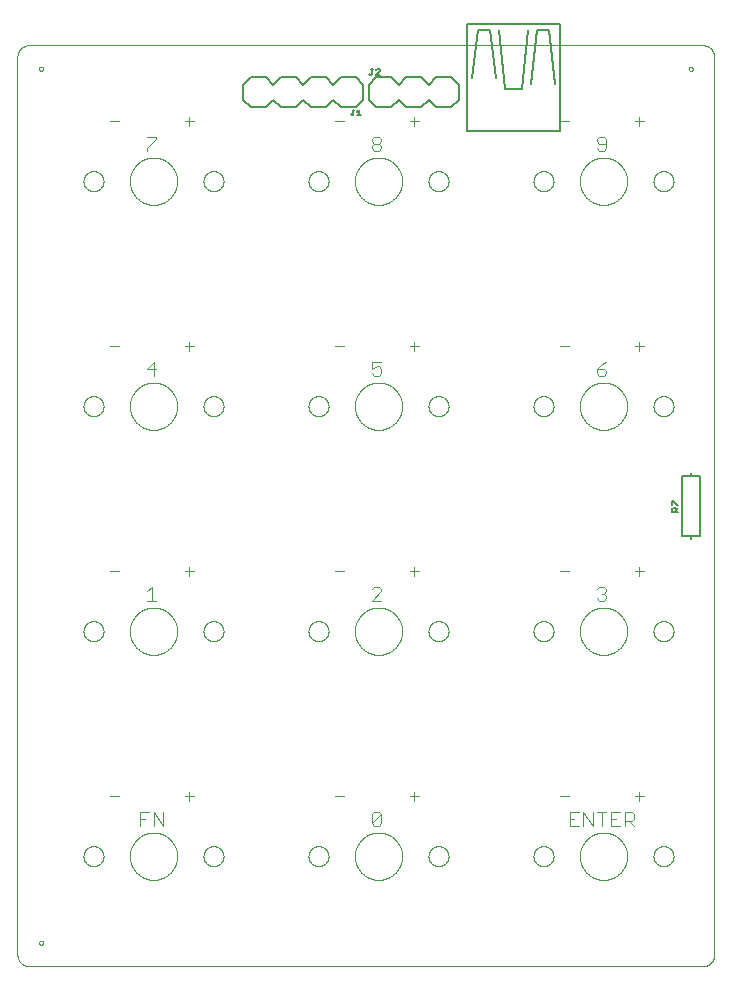
<source format=gto>
G75*
%MOIN*%
%OFA0B0*%
%FSLAX25Y25*%
%IPPOS*%
%LPD*%
%AMOC8*
5,1,8,0,0,1.08239X$1,22.5*
%
%ADD10C,0.00000*%
%ADD11C,0.00400*%
%ADD12C,0.00800*%
%ADD13C,0.00500*%
D10*
X0005049Y0008592D02*
X0005049Y0307804D01*
X0005051Y0307928D01*
X0005057Y0308051D01*
X0005066Y0308175D01*
X0005080Y0308297D01*
X0005097Y0308420D01*
X0005119Y0308542D01*
X0005144Y0308663D01*
X0005173Y0308783D01*
X0005205Y0308902D01*
X0005242Y0309021D01*
X0005282Y0309138D01*
X0005325Y0309253D01*
X0005373Y0309368D01*
X0005424Y0309480D01*
X0005478Y0309591D01*
X0005536Y0309701D01*
X0005597Y0309808D01*
X0005662Y0309914D01*
X0005730Y0310017D01*
X0005801Y0310118D01*
X0005875Y0310217D01*
X0005952Y0310314D01*
X0006033Y0310408D01*
X0006116Y0310499D01*
X0006202Y0310588D01*
X0006291Y0310674D01*
X0006382Y0310757D01*
X0006476Y0310838D01*
X0006573Y0310915D01*
X0006672Y0310989D01*
X0006773Y0311060D01*
X0006876Y0311128D01*
X0006982Y0311193D01*
X0007089Y0311254D01*
X0007199Y0311312D01*
X0007310Y0311366D01*
X0007422Y0311417D01*
X0007537Y0311465D01*
X0007652Y0311508D01*
X0007769Y0311548D01*
X0007888Y0311585D01*
X0008007Y0311617D01*
X0008127Y0311646D01*
X0008248Y0311671D01*
X0008370Y0311693D01*
X0008493Y0311710D01*
X0008615Y0311724D01*
X0008739Y0311733D01*
X0008862Y0311739D01*
X0008986Y0311741D01*
X0233395Y0311741D01*
X0233519Y0311739D01*
X0233642Y0311733D01*
X0233766Y0311724D01*
X0233888Y0311710D01*
X0234011Y0311693D01*
X0234133Y0311671D01*
X0234254Y0311646D01*
X0234374Y0311617D01*
X0234493Y0311585D01*
X0234612Y0311548D01*
X0234729Y0311508D01*
X0234844Y0311465D01*
X0234959Y0311417D01*
X0235071Y0311366D01*
X0235182Y0311312D01*
X0235292Y0311254D01*
X0235399Y0311193D01*
X0235505Y0311128D01*
X0235608Y0311060D01*
X0235709Y0310989D01*
X0235808Y0310915D01*
X0235905Y0310838D01*
X0235999Y0310757D01*
X0236090Y0310674D01*
X0236179Y0310588D01*
X0236265Y0310499D01*
X0236348Y0310408D01*
X0236429Y0310314D01*
X0236506Y0310217D01*
X0236580Y0310118D01*
X0236651Y0310017D01*
X0236719Y0309914D01*
X0236784Y0309808D01*
X0236845Y0309701D01*
X0236903Y0309591D01*
X0236957Y0309480D01*
X0237008Y0309368D01*
X0237056Y0309253D01*
X0237099Y0309138D01*
X0237139Y0309021D01*
X0237176Y0308902D01*
X0237208Y0308783D01*
X0237237Y0308663D01*
X0237262Y0308542D01*
X0237284Y0308420D01*
X0237301Y0308297D01*
X0237315Y0308175D01*
X0237324Y0308051D01*
X0237330Y0307928D01*
X0237332Y0307804D01*
X0237332Y0008592D01*
X0237330Y0008468D01*
X0237324Y0008345D01*
X0237315Y0008221D01*
X0237301Y0008099D01*
X0237284Y0007976D01*
X0237262Y0007854D01*
X0237237Y0007733D01*
X0237208Y0007613D01*
X0237176Y0007494D01*
X0237139Y0007375D01*
X0237099Y0007258D01*
X0237056Y0007143D01*
X0237008Y0007028D01*
X0236957Y0006916D01*
X0236903Y0006805D01*
X0236845Y0006695D01*
X0236784Y0006588D01*
X0236719Y0006482D01*
X0236651Y0006379D01*
X0236580Y0006278D01*
X0236506Y0006179D01*
X0236429Y0006082D01*
X0236348Y0005988D01*
X0236265Y0005897D01*
X0236179Y0005808D01*
X0236090Y0005722D01*
X0235999Y0005639D01*
X0235905Y0005558D01*
X0235808Y0005481D01*
X0235709Y0005407D01*
X0235608Y0005336D01*
X0235505Y0005268D01*
X0235399Y0005203D01*
X0235292Y0005142D01*
X0235182Y0005084D01*
X0235071Y0005030D01*
X0234959Y0004979D01*
X0234844Y0004931D01*
X0234729Y0004888D01*
X0234612Y0004848D01*
X0234493Y0004811D01*
X0234374Y0004779D01*
X0234254Y0004750D01*
X0234133Y0004725D01*
X0234011Y0004703D01*
X0233888Y0004686D01*
X0233766Y0004672D01*
X0233642Y0004663D01*
X0233519Y0004657D01*
X0233395Y0004655D01*
X0008986Y0004655D01*
X0008862Y0004657D01*
X0008739Y0004663D01*
X0008615Y0004672D01*
X0008493Y0004686D01*
X0008370Y0004703D01*
X0008248Y0004725D01*
X0008127Y0004750D01*
X0008007Y0004779D01*
X0007888Y0004811D01*
X0007769Y0004848D01*
X0007652Y0004888D01*
X0007537Y0004931D01*
X0007422Y0004979D01*
X0007310Y0005030D01*
X0007199Y0005084D01*
X0007089Y0005142D01*
X0006982Y0005203D01*
X0006876Y0005268D01*
X0006773Y0005336D01*
X0006672Y0005407D01*
X0006573Y0005481D01*
X0006476Y0005558D01*
X0006382Y0005639D01*
X0006291Y0005722D01*
X0006202Y0005808D01*
X0006116Y0005897D01*
X0006033Y0005988D01*
X0005952Y0006082D01*
X0005875Y0006179D01*
X0005801Y0006278D01*
X0005730Y0006379D01*
X0005662Y0006482D01*
X0005597Y0006588D01*
X0005536Y0006695D01*
X0005478Y0006805D01*
X0005424Y0006916D01*
X0005373Y0007028D01*
X0005325Y0007143D01*
X0005282Y0007258D01*
X0005242Y0007375D01*
X0005205Y0007494D01*
X0005173Y0007613D01*
X0005144Y0007733D01*
X0005119Y0007854D01*
X0005097Y0007976D01*
X0005080Y0008099D01*
X0005066Y0008221D01*
X0005057Y0008345D01*
X0005051Y0008468D01*
X0005049Y0008592D01*
X0012234Y0012529D02*
X0012236Y0012581D01*
X0012242Y0012633D01*
X0012252Y0012684D01*
X0012265Y0012734D01*
X0012283Y0012784D01*
X0012304Y0012831D01*
X0012328Y0012877D01*
X0012357Y0012921D01*
X0012388Y0012963D01*
X0012422Y0013002D01*
X0012459Y0013039D01*
X0012499Y0013072D01*
X0012542Y0013103D01*
X0012586Y0013130D01*
X0012632Y0013154D01*
X0012681Y0013174D01*
X0012730Y0013190D01*
X0012781Y0013203D01*
X0012832Y0013212D01*
X0012884Y0013217D01*
X0012936Y0013218D01*
X0012988Y0013215D01*
X0013040Y0013208D01*
X0013091Y0013197D01*
X0013141Y0013183D01*
X0013190Y0013164D01*
X0013237Y0013142D01*
X0013282Y0013117D01*
X0013326Y0013088D01*
X0013367Y0013056D01*
X0013406Y0013021D01*
X0013441Y0012983D01*
X0013474Y0012942D01*
X0013504Y0012900D01*
X0013530Y0012855D01*
X0013553Y0012808D01*
X0013572Y0012759D01*
X0013588Y0012709D01*
X0013600Y0012659D01*
X0013608Y0012607D01*
X0013612Y0012555D01*
X0013612Y0012503D01*
X0013608Y0012451D01*
X0013600Y0012399D01*
X0013588Y0012349D01*
X0013572Y0012299D01*
X0013553Y0012250D01*
X0013530Y0012203D01*
X0013504Y0012158D01*
X0013474Y0012116D01*
X0013441Y0012075D01*
X0013406Y0012037D01*
X0013367Y0012002D01*
X0013326Y0011970D01*
X0013282Y0011941D01*
X0013237Y0011916D01*
X0013190Y0011894D01*
X0013141Y0011875D01*
X0013091Y0011861D01*
X0013040Y0011850D01*
X0012988Y0011843D01*
X0012936Y0011840D01*
X0012884Y0011841D01*
X0012832Y0011846D01*
X0012781Y0011855D01*
X0012730Y0011868D01*
X0012681Y0011884D01*
X0012632Y0011904D01*
X0012586Y0011928D01*
X0012542Y0011955D01*
X0012499Y0011986D01*
X0012459Y0012019D01*
X0012422Y0012056D01*
X0012388Y0012095D01*
X0012357Y0012137D01*
X0012328Y0012181D01*
X0012304Y0012227D01*
X0012283Y0012274D01*
X0012265Y0012324D01*
X0012252Y0012374D01*
X0012242Y0012425D01*
X0012236Y0012477D01*
X0012234Y0012529D01*
X0027057Y0041387D02*
X0027059Y0041502D01*
X0027065Y0041618D01*
X0027075Y0041733D01*
X0027089Y0041848D01*
X0027107Y0041962D01*
X0027129Y0042075D01*
X0027154Y0042188D01*
X0027184Y0042299D01*
X0027217Y0042410D01*
X0027254Y0042519D01*
X0027295Y0042627D01*
X0027340Y0042734D01*
X0027388Y0042839D01*
X0027440Y0042942D01*
X0027496Y0043043D01*
X0027555Y0043143D01*
X0027617Y0043240D01*
X0027683Y0043335D01*
X0027751Y0043428D01*
X0027823Y0043518D01*
X0027898Y0043606D01*
X0027977Y0043691D01*
X0028058Y0043773D01*
X0028141Y0043853D01*
X0028228Y0043929D01*
X0028317Y0044003D01*
X0028408Y0044073D01*
X0028502Y0044141D01*
X0028598Y0044205D01*
X0028697Y0044265D01*
X0028797Y0044322D01*
X0028899Y0044376D01*
X0029003Y0044426D01*
X0029109Y0044473D01*
X0029216Y0044516D01*
X0029325Y0044555D01*
X0029435Y0044590D01*
X0029546Y0044621D01*
X0029658Y0044649D01*
X0029771Y0044673D01*
X0029885Y0044693D01*
X0030000Y0044709D01*
X0030115Y0044721D01*
X0030230Y0044729D01*
X0030345Y0044733D01*
X0030461Y0044733D01*
X0030576Y0044729D01*
X0030691Y0044721D01*
X0030806Y0044709D01*
X0030921Y0044693D01*
X0031035Y0044673D01*
X0031148Y0044649D01*
X0031260Y0044621D01*
X0031371Y0044590D01*
X0031481Y0044555D01*
X0031590Y0044516D01*
X0031697Y0044473D01*
X0031803Y0044426D01*
X0031907Y0044376D01*
X0032009Y0044322D01*
X0032109Y0044265D01*
X0032208Y0044205D01*
X0032304Y0044141D01*
X0032398Y0044073D01*
X0032489Y0044003D01*
X0032578Y0043929D01*
X0032665Y0043853D01*
X0032748Y0043773D01*
X0032829Y0043691D01*
X0032908Y0043606D01*
X0032983Y0043518D01*
X0033055Y0043428D01*
X0033123Y0043335D01*
X0033189Y0043240D01*
X0033251Y0043143D01*
X0033310Y0043043D01*
X0033366Y0042942D01*
X0033418Y0042839D01*
X0033466Y0042734D01*
X0033511Y0042627D01*
X0033552Y0042519D01*
X0033589Y0042410D01*
X0033622Y0042299D01*
X0033652Y0042188D01*
X0033677Y0042075D01*
X0033699Y0041962D01*
X0033717Y0041848D01*
X0033731Y0041733D01*
X0033741Y0041618D01*
X0033747Y0041502D01*
X0033749Y0041387D01*
X0033747Y0041272D01*
X0033741Y0041156D01*
X0033731Y0041041D01*
X0033717Y0040926D01*
X0033699Y0040812D01*
X0033677Y0040699D01*
X0033652Y0040586D01*
X0033622Y0040475D01*
X0033589Y0040364D01*
X0033552Y0040255D01*
X0033511Y0040147D01*
X0033466Y0040040D01*
X0033418Y0039935D01*
X0033366Y0039832D01*
X0033310Y0039731D01*
X0033251Y0039631D01*
X0033189Y0039534D01*
X0033123Y0039439D01*
X0033055Y0039346D01*
X0032983Y0039256D01*
X0032908Y0039168D01*
X0032829Y0039083D01*
X0032748Y0039001D01*
X0032665Y0038921D01*
X0032578Y0038845D01*
X0032489Y0038771D01*
X0032398Y0038701D01*
X0032304Y0038633D01*
X0032208Y0038569D01*
X0032109Y0038509D01*
X0032009Y0038452D01*
X0031907Y0038398D01*
X0031803Y0038348D01*
X0031697Y0038301D01*
X0031590Y0038258D01*
X0031481Y0038219D01*
X0031371Y0038184D01*
X0031260Y0038153D01*
X0031148Y0038125D01*
X0031035Y0038101D01*
X0030921Y0038081D01*
X0030806Y0038065D01*
X0030691Y0038053D01*
X0030576Y0038045D01*
X0030461Y0038041D01*
X0030345Y0038041D01*
X0030230Y0038045D01*
X0030115Y0038053D01*
X0030000Y0038065D01*
X0029885Y0038081D01*
X0029771Y0038101D01*
X0029658Y0038125D01*
X0029546Y0038153D01*
X0029435Y0038184D01*
X0029325Y0038219D01*
X0029216Y0038258D01*
X0029109Y0038301D01*
X0029003Y0038348D01*
X0028899Y0038398D01*
X0028797Y0038452D01*
X0028697Y0038509D01*
X0028598Y0038569D01*
X0028502Y0038633D01*
X0028408Y0038701D01*
X0028317Y0038771D01*
X0028228Y0038845D01*
X0028141Y0038921D01*
X0028058Y0039001D01*
X0027977Y0039083D01*
X0027898Y0039168D01*
X0027823Y0039256D01*
X0027751Y0039346D01*
X0027683Y0039439D01*
X0027617Y0039534D01*
X0027555Y0039631D01*
X0027496Y0039731D01*
X0027440Y0039832D01*
X0027388Y0039935D01*
X0027340Y0040040D01*
X0027295Y0040147D01*
X0027254Y0040255D01*
X0027217Y0040364D01*
X0027184Y0040475D01*
X0027154Y0040586D01*
X0027129Y0040699D01*
X0027107Y0040812D01*
X0027089Y0040926D01*
X0027075Y0041041D01*
X0027065Y0041156D01*
X0027059Y0041272D01*
X0027057Y0041387D01*
X0042529Y0041387D02*
X0042531Y0041580D01*
X0042538Y0041773D01*
X0042550Y0041966D01*
X0042567Y0042159D01*
X0042588Y0042351D01*
X0042614Y0042542D01*
X0042645Y0042733D01*
X0042680Y0042923D01*
X0042720Y0043112D01*
X0042765Y0043300D01*
X0042814Y0043487D01*
X0042868Y0043673D01*
X0042926Y0043857D01*
X0042989Y0044040D01*
X0043057Y0044221D01*
X0043128Y0044400D01*
X0043205Y0044578D01*
X0043285Y0044754D01*
X0043370Y0044927D01*
X0043459Y0045099D01*
X0043552Y0045268D01*
X0043649Y0045435D01*
X0043751Y0045600D01*
X0043856Y0045762D01*
X0043965Y0045921D01*
X0044079Y0046078D01*
X0044196Y0046231D01*
X0044316Y0046382D01*
X0044441Y0046530D01*
X0044569Y0046675D01*
X0044700Y0046816D01*
X0044835Y0046955D01*
X0044974Y0047090D01*
X0045115Y0047221D01*
X0045260Y0047349D01*
X0045408Y0047474D01*
X0045559Y0047594D01*
X0045712Y0047711D01*
X0045869Y0047825D01*
X0046028Y0047934D01*
X0046190Y0048039D01*
X0046355Y0048141D01*
X0046522Y0048238D01*
X0046691Y0048331D01*
X0046863Y0048420D01*
X0047036Y0048505D01*
X0047212Y0048585D01*
X0047390Y0048662D01*
X0047569Y0048733D01*
X0047750Y0048801D01*
X0047933Y0048864D01*
X0048117Y0048922D01*
X0048303Y0048976D01*
X0048490Y0049025D01*
X0048678Y0049070D01*
X0048867Y0049110D01*
X0049057Y0049145D01*
X0049248Y0049176D01*
X0049439Y0049202D01*
X0049631Y0049223D01*
X0049824Y0049240D01*
X0050017Y0049252D01*
X0050210Y0049259D01*
X0050403Y0049261D01*
X0050596Y0049259D01*
X0050789Y0049252D01*
X0050982Y0049240D01*
X0051175Y0049223D01*
X0051367Y0049202D01*
X0051558Y0049176D01*
X0051749Y0049145D01*
X0051939Y0049110D01*
X0052128Y0049070D01*
X0052316Y0049025D01*
X0052503Y0048976D01*
X0052689Y0048922D01*
X0052873Y0048864D01*
X0053056Y0048801D01*
X0053237Y0048733D01*
X0053416Y0048662D01*
X0053594Y0048585D01*
X0053770Y0048505D01*
X0053943Y0048420D01*
X0054115Y0048331D01*
X0054284Y0048238D01*
X0054451Y0048141D01*
X0054616Y0048039D01*
X0054778Y0047934D01*
X0054937Y0047825D01*
X0055094Y0047711D01*
X0055247Y0047594D01*
X0055398Y0047474D01*
X0055546Y0047349D01*
X0055691Y0047221D01*
X0055832Y0047090D01*
X0055971Y0046955D01*
X0056106Y0046816D01*
X0056237Y0046675D01*
X0056365Y0046530D01*
X0056490Y0046382D01*
X0056610Y0046231D01*
X0056727Y0046078D01*
X0056841Y0045921D01*
X0056950Y0045762D01*
X0057055Y0045600D01*
X0057157Y0045435D01*
X0057254Y0045268D01*
X0057347Y0045099D01*
X0057436Y0044927D01*
X0057521Y0044754D01*
X0057601Y0044578D01*
X0057678Y0044400D01*
X0057749Y0044221D01*
X0057817Y0044040D01*
X0057880Y0043857D01*
X0057938Y0043673D01*
X0057992Y0043487D01*
X0058041Y0043300D01*
X0058086Y0043112D01*
X0058126Y0042923D01*
X0058161Y0042733D01*
X0058192Y0042542D01*
X0058218Y0042351D01*
X0058239Y0042159D01*
X0058256Y0041966D01*
X0058268Y0041773D01*
X0058275Y0041580D01*
X0058277Y0041387D01*
X0058275Y0041194D01*
X0058268Y0041001D01*
X0058256Y0040808D01*
X0058239Y0040615D01*
X0058218Y0040423D01*
X0058192Y0040232D01*
X0058161Y0040041D01*
X0058126Y0039851D01*
X0058086Y0039662D01*
X0058041Y0039474D01*
X0057992Y0039287D01*
X0057938Y0039101D01*
X0057880Y0038917D01*
X0057817Y0038734D01*
X0057749Y0038553D01*
X0057678Y0038374D01*
X0057601Y0038196D01*
X0057521Y0038020D01*
X0057436Y0037847D01*
X0057347Y0037675D01*
X0057254Y0037506D01*
X0057157Y0037339D01*
X0057055Y0037174D01*
X0056950Y0037012D01*
X0056841Y0036853D01*
X0056727Y0036696D01*
X0056610Y0036543D01*
X0056490Y0036392D01*
X0056365Y0036244D01*
X0056237Y0036099D01*
X0056106Y0035958D01*
X0055971Y0035819D01*
X0055832Y0035684D01*
X0055691Y0035553D01*
X0055546Y0035425D01*
X0055398Y0035300D01*
X0055247Y0035180D01*
X0055094Y0035063D01*
X0054937Y0034949D01*
X0054778Y0034840D01*
X0054616Y0034735D01*
X0054451Y0034633D01*
X0054284Y0034536D01*
X0054115Y0034443D01*
X0053943Y0034354D01*
X0053770Y0034269D01*
X0053594Y0034189D01*
X0053416Y0034112D01*
X0053237Y0034041D01*
X0053056Y0033973D01*
X0052873Y0033910D01*
X0052689Y0033852D01*
X0052503Y0033798D01*
X0052316Y0033749D01*
X0052128Y0033704D01*
X0051939Y0033664D01*
X0051749Y0033629D01*
X0051558Y0033598D01*
X0051367Y0033572D01*
X0051175Y0033551D01*
X0050982Y0033534D01*
X0050789Y0033522D01*
X0050596Y0033515D01*
X0050403Y0033513D01*
X0050210Y0033515D01*
X0050017Y0033522D01*
X0049824Y0033534D01*
X0049631Y0033551D01*
X0049439Y0033572D01*
X0049248Y0033598D01*
X0049057Y0033629D01*
X0048867Y0033664D01*
X0048678Y0033704D01*
X0048490Y0033749D01*
X0048303Y0033798D01*
X0048117Y0033852D01*
X0047933Y0033910D01*
X0047750Y0033973D01*
X0047569Y0034041D01*
X0047390Y0034112D01*
X0047212Y0034189D01*
X0047036Y0034269D01*
X0046863Y0034354D01*
X0046691Y0034443D01*
X0046522Y0034536D01*
X0046355Y0034633D01*
X0046190Y0034735D01*
X0046028Y0034840D01*
X0045869Y0034949D01*
X0045712Y0035063D01*
X0045559Y0035180D01*
X0045408Y0035300D01*
X0045260Y0035425D01*
X0045115Y0035553D01*
X0044974Y0035684D01*
X0044835Y0035819D01*
X0044700Y0035958D01*
X0044569Y0036099D01*
X0044441Y0036244D01*
X0044316Y0036392D01*
X0044196Y0036543D01*
X0044079Y0036696D01*
X0043965Y0036853D01*
X0043856Y0037012D01*
X0043751Y0037174D01*
X0043649Y0037339D01*
X0043552Y0037506D01*
X0043459Y0037675D01*
X0043370Y0037847D01*
X0043285Y0038020D01*
X0043205Y0038196D01*
X0043128Y0038374D01*
X0043057Y0038553D01*
X0042989Y0038734D01*
X0042926Y0038917D01*
X0042868Y0039101D01*
X0042814Y0039287D01*
X0042765Y0039474D01*
X0042720Y0039662D01*
X0042680Y0039851D01*
X0042645Y0040041D01*
X0042614Y0040232D01*
X0042588Y0040423D01*
X0042567Y0040615D01*
X0042550Y0040808D01*
X0042538Y0041001D01*
X0042531Y0041194D01*
X0042529Y0041387D01*
X0067057Y0041387D02*
X0067059Y0041502D01*
X0067065Y0041618D01*
X0067075Y0041733D01*
X0067089Y0041848D01*
X0067107Y0041962D01*
X0067129Y0042075D01*
X0067154Y0042188D01*
X0067184Y0042299D01*
X0067217Y0042410D01*
X0067254Y0042519D01*
X0067295Y0042627D01*
X0067340Y0042734D01*
X0067388Y0042839D01*
X0067440Y0042942D01*
X0067496Y0043043D01*
X0067555Y0043143D01*
X0067617Y0043240D01*
X0067683Y0043335D01*
X0067751Y0043428D01*
X0067823Y0043518D01*
X0067898Y0043606D01*
X0067977Y0043691D01*
X0068058Y0043773D01*
X0068141Y0043853D01*
X0068228Y0043929D01*
X0068317Y0044003D01*
X0068408Y0044073D01*
X0068502Y0044141D01*
X0068598Y0044205D01*
X0068697Y0044265D01*
X0068797Y0044322D01*
X0068899Y0044376D01*
X0069003Y0044426D01*
X0069109Y0044473D01*
X0069216Y0044516D01*
X0069325Y0044555D01*
X0069435Y0044590D01*
X0069546Y0044621D01*
X0069658Y0044649D01*
X0069771Y0044673D01*
X0069885Y0044693D01*
X0070000Y0044709D01*
X0070115Y0044721D01*
X0070230Y0044729D01*
X0070345Y0044733D01*
X0070461Y0044733D01*
X0070576Y0044729D01*
X0070691Y0044721D01*
X0070806Y0044709D01*
X0070921Y0044693D01*
X0071035Y0044673D01*
X0071148Y0044649D01*
X0071260Y0044621D01*
X0071371Y0044590D01*
X0071481Y0044555D01*
X0071590Y0044516D01*
X0071697Y0044473D01*
X0071803Y0044426D01*
X0071907Y0044376D01*
X0072009Y0044322D01*
X0072109Y0044265D01*
X0072208Y0044205D01*
X0072304Y0044141D01*
X0072398Y0044073D01*
X0072489Y0044003D01*
X0072578Y0043929D01*
X0072665Y0043853D01*
X0072748Y0043773D01*
X0072829Y0043691D01*
X0072908Y0043606D01*
X0072983Y0043518D01*
X0073055Y0043428D01*
X0073123Y0043335D01*
X0073189Y0043240D01*
X0073251Y0043143D01*
X0073310Y0043043D01*
X0073366Y0042942D01*
X0073418Y0042839D01*
X0073466Y0042734D01*
X0073511Y0042627D01*
X0073552Y0042519D01*
X0073589Y0042410D01*
X0073622Y0042299D01*
X0073652Y0042188D01*
X0073677Y0042075D01*
X0073699Y0041962D01*
X0073717Y0041848D01*
X0073731Y0041733D01*
X0073741Y0041618D01*
X0073747Y0041502D01*
X0073749Y0041387D01*
X0073747Y0041272D01*
X0073741Y0041156D01*
X0073731Y0041041D01*
X0073717Y0040926D01*
X0073699Y0040812D01*
X0073677Y0040699D01*
X0073652Y0040586D01*
X0073622Y0040475D01*
X0073589Y0040364D01*
X0073552Y0040255D01*
X0073511Y0040147D01*
X0073466Y0040040D01*
X0073418Y0039935D01*
X0073366Y0039832D01*
X0073310Y0039731D01*
X0073251Y0039631D01*
X0073189Y0039534D01*
X0073123Y0039439D01*
X0073055Y0039346D01*
X0072983Y0039256D01*
X0072908Y0039168D01*
X0072829Y0039083D01*
X0072748Y0039001D01*
X0072665Y0038921D01*
X0072578Y0038845D01*
X0072489Y0038771D01*
X0072398Y0038701D01*
X0072304Y0038633D01*
X0072208Y0038569D01*
X0072109Y0038509D01*
X0072009Y0038452D01*
X0071907Y0038398D01*
X0071803Y0038348D01*
X0071697Y0038301D01*
X0071590Y0038258D01*
X0071481Y0038219D01*
X0071371Y0038184D01*
X0071260Y0038153D01*
X0071148Y0038125D01*
X0071035Y0038101D01*
X0070921Y0038081D01*
X0070806Y0038065D01*
X0070691Y0038053D01*
X0070576Y0038045D01*
X0070461Y0038041D01*
X0070345Y0038041D01*
X0070230Y0038045D01*
X0070115Y0038053D01*
X0070000Y0038065D01*
X0069885Y0038081D01*
X0069771Y0038101D01*
X0069658Y0038125D01*
X0069546Y0038153D01*
X0069435Y0038184D01*
X0069325Y0038219D01*
X0069216Y0038258D01*
X0069109Y0038301D01*
X0069003Y0038348D01*
X0068899Y0038398D01*
X0068797Y0038452D01*
X0068697Y0038509D01*
X0068598Y0038569D01*
X0068502Y0038633D01*
X0068408Y0038701D01*
X0068317Y0038771D01*
X0068228Y0038845D01*
X0068141Y0038921D01*
X0068058Y0039001D01*
X0067977Y0039083D01*
X0067898Y0039168D01*
X0067823Y0039256D01*
X0067751Y0039346D01*
X0067683Y0039439D01*
X0067617Y0039534D01*
X0067555Y0039631D01*
X0067496Y0039731D01*
X0067440Y0039832D01*
X0067388Y0039935D01*
X0067340Y0040040D01*
X0067295Y0040147D01*
X0067254Y0040255D01*
X0067217Y0040364D01*
X0067184Y0040475D01*
X0067154Y0040586D01*
X0067129Y0040699D01*
X0067107Y0040812D01*
X0067089Y0040926D01*
X0067075Y0041041D01*
X0067065Y0041156D01*
X0067059Y0041272D01*
X0067057Y0041387D01*
X0102057Y0041387D02*
X0102059Y0041502D01*
X0102065Y0041618D01*
X0102075Y0041733D01*
X0102089Y0041848D01*
X0102107Y0041962D01*
X0102129Y0042075D01*
X0102154Y0042188D01*
X0102184Y0042299D01*
X0102217Y0042410D01*
X0102254Y0042519D01*
X0102295Y0042627D01*
X0102340Y0042734D01*
X0102388Y0042839D01*
X0102440Y0042942D01*
X0102496Y0043043D01*
X0102555Y0043143D01*
X0102617Y0043240D01*
X0102683Y0043335D01*
X0102751Y0043428D01*
X0102823Y0043518D01*
X0102898Y0043606D01*
X0102977Y0043691D01*
X0103058Y0043773D01*
X0103141Y0043853D01*
X0103228Y0043929D01*
X0103317Y0044003D01*
X0103408Y0044073D01*
X0103502Y0044141D01*
X0103598Y0044205D01*
X0103697Y0044265D01*
X0103797Y0044322D01*
X0103899Y0044376D01*
X0104003Y0044426D01*
X0104109Y0044473D01*
X0104216Y0044516D01*
X0104325Y0044555D01*
X0104435Y0044590D01*
X0104546Y0044621D01*
X0104658Y0044649D01*
X0104771Y0044673D01*
X0104885Y0044693D01*
X0105000Y0044709D01*
X0105115Y0044721D01*
X0105230Y0044729D01*
X0105345Y0044733D01*
X0105461Y0044733D01*
X0105576Y0044729D01*
X0105691Y0044721D01*
X0105806Y0044709D01*
X0105921Y0044693D01*
X0106035Y0044673D01*
X0106148Y0044649D01*
X0106260Y0044621D01*
X0106371Y0044590D01*
X0106481Y0044555D01*
X0106590Y0044516D01*
X0106697Y0044473D01*
X0106803Y0044426D01*
X0106907Y0044376D01*
X0107009Y0044322D01*
X0107109Y0044265D01*
X0107208Y0044205D01*
X0107304Y0044141D01*
X0107398Y0044073D01*
X0107489Y0044003D01*
X0107578Y0043929D01*
X0107665Y0043853D01*
X0107748Y0043773D01*
X0107829Y0043691D01*
X0107908Y0043606D01*
X0107983Y0043518D01*
X0108055Y0043428D01*
X0108123Y0043335D01*
X0108189Y0043240D01*
X0108251Y0043143D01*
X0108310Y0043043D01*
X0108366Y0042942D01*
X0108418Y0042839D01*
X0108466Y0042734D01*
X0108511Y0042627D01*
X0108552Y0042519D01*
X0108589Y0042410D01*
X0108622Y0042299D01*
X0108652Y0042188D01*
X0108677Y0042075D01*
X0108699Y0041962D01*
X0108717Y0041848D01*
X0108731Y0041733D01*
X0108741Y0041618D01*
X0108747Y0041502D01*
X0108749Y0041387D01*
X0108747Y0041272D01*
X0108741Y0041156D01*
X0108731Y0041041D01*
X0108717Y0040926D01*
X0108699Y0040812D01*
X0108677Y0040699D01*
X0108652Y0040586D01*
X0108622Y0040475D01*
X0108589Y0040364D01*
X0108552Y0040255D01*
X0108511Y0040147D01*
X0108466Y0040040D01*
X0108418Y0039935D01*
X0108366Y0039832D01*
X0108310Y0039731D01*
X0108251Y0039631D01*
X0108189Y0039534D01*
X0108123Y0039439D01*
X0108055Y0039346D01*
X0107983Y0039256D01*
X0107908Y0039168D01*
X0107829Y0039083D01*
X0107748Y0039001D01*
X0107665Y0038921D01*
X0107578Y0038845D01*
X0107489Y0038771D01*
X0107398Y0038701D01*
X0107304Y0038633D01*
X0107208Y0038569D01*
X0107109Y0038509D01*
X0107009Y0038452D01*
X0106907Y0038398D01*
X0106803Y0038348D01*
X0106697Y0038301D01*
X0106590Y0038258D01*
X0106481Y0038219D01*
X0106371Y0038184D01*
X0106260Y0038153D01*
X0106148Y0038125D01*
X0106035Y0038101D01*
X0105921Y0038081D01*
X0105806Y0038065D01*
X0105691Y0038053D01*
X0105576Y0038045D01*
X0105461Y0038041D01*
X0105345Y0038041D01*
X0105230Y0038045D01*
X0105115Y0038053D01*
X0105000Y0038065D01*
X0104885Y0038081D01*
X0104771Y0038101D01*
X0104658Y0038125D01*
X0104546Y0038153D01*
X0104435Y0038184D01*
X0104325Y0038219D01*
X0104216Y0038258D01*
X0104109Y0038301D01*
X0104003Y0038348D01*
X0103899Y0038398D01*
X0103797Y0038452D01*
X0103697Y0038509D01*
X0103598Y0038569D01*
X0103502Y0038633D01*
X0103408Y0038701D01*
X0103317Y0038771D01*
X0103228Y0038845D01*
X0103141Y0038921D01*
X0103058Y0039001D01*
X0102977Y0039083D01*
X0102898Y0039168D01*
X0102823Y0039256D01*
X0102751Y0039346D01*
X0102683Y0039439D01*
X0102617Y0039534D01*
X0102555Y0039631D01*
X0102496Y0039731D01*
X0102440Y0039832D01*
X0102388Y0039935D01*
X0102340Y0040040D01*
X0102295Y0040147D01*
X0102254Y0040255D01*
X0102217Y0040364D01*
X0102184Y0040475D01*
X0102154Y0040586D01*
X0102129Y0040699D01*
X0102107Y0040812D01*
X0102089Y0040926D01*
X0102075Y0041041D01*
X0102065Y0041156D01*
X0102059Y0041272D01*
X0102057Y0041387D01*
X0117529Y0041387D02*
X0117531Y0041580D01*
X0117538Y0041773D01*
X0117550Y0041966D01*
X0117567Y0042159D01*
X0117588Y0042351D01*
X0117614Y0042542D01*
X0117645Y0042733D01*
X0117680Y0042923D01*
X0117720Y0043112D01*
X0117765Y0043300D01*
X0117814Y0043487D01*
X0117868Y0043673D01*
X0117926Y0043857D01*
X0117989Y0044040D01*
X0118057Y0044221D01*
X0118128Y0044400D01*
X0118205Y0044578D01*
X0118285Y0044754D01*
X0118370Y0044927D01*
X0118459Y0045099D01*
X0118552Y0045268D01*
X0118649Y0045435D01*
X0118751Y0045600D01*
X0118856Y0045762D01*
X0118965Y0045921D01*
X0119079Y0046078D01*
X0119196Y0046231D01*
X0119316Y0046382D01*
X0119441Y0046530D01*
X0119569Y0046675D01*
X0119700Y0046816D01*
X0119835Y0046955D01*
X0119974Y0047090D01*
X0120115Y0047221D01*
X0120260Y0047349D01*
X0120408Y0047474D01*
X0120559Y0047594D01*
X0120712Y0047711D01*
X0120869Y0047825D01*
X0121028Y0047934D01*
X0121190Y0048039D01*
X0121355Y0048141D01*
X0121522Y0048238D01*
X0121691Y0048331D01*
X0121863Y0048420D01*
X0122036Y0048505D01*
X0122212Y0048585D01*
X0122390Y0048662D01*
X0122569Y0048733D01*
X0122750Y0048801D01*
X0122933Y0048864D01*
X0123117Y0048922D01*
X0123303Y0048976D01*
X0123490Y0049025D01*
X0123678Y0049070D01*
X0123867Y0049110D01*
X0124057Y0049145D01*
X0124248Y0049176D01*
X0124439Y0049202D01*
X0124631Y0049223D01*
X0124824Y0049240D01*
X0125017Y0049252D01*
X0125210Y0049259D01*
X0125403Y0049261D01*
X0125596Y0049259D01*
X0125789Y0049252D01*
X0125982Y0049240D01*
X0126175Y0049223D01*
X0126367Y0049202D01*
X0126558Y0049176D01*
X0126749Y0049145D01*
X0126939Y0049110D01*
X0127128Y0049070D01*
X0127316Y0049025D01*
X0127503Y0048976D01*
X0127689Y0048922D01*
X0127873Y0048864D01*
X0128056Y0048801D01*
X0128237Y0048733D01*
X0128416Y0048662D01*
X0128594Y0048585D01*
X0128770Y0048505D01*
X0128943Y0048420D01*
X0129115Y0048331D01*
X0129284Y0048238D01*
X0129451Y0048141D01*
X0129616Y0048039D01*
X0129778Y0047934D01*
X0129937Y0047825D01*
X0130094Y0047711D01*
X0130247Y0047594D01*
X0130398Y0047474D01*
X0130546Y0047349D01*
X0130691Y0047221D01*
X0130832Y0047090D01*
X0130971Y0046955D01*
X0131106Y0046816D01*
X0131237Y0046675D01*
X0131365Y0046530D01*
X0131490Y0046382D01*
X0131610Y0046231D01*
X0131727Y0046078D01*
X0131841Y0045921D01*
X0131950Y0045762D01*
X0132055Y0045600D01*
X0132157Y0045435D01*
X0132254Y0045268D01*
X0132347Y0045099D01*
X0132436Y0044927D01*
X0132521Y0044754D01*
X0132601Y0044578D01*
X0132678Y0044400D01*
X0132749Y0044221D01*
X0132817Y0044040D01*
X0132880Y0043857D01*
X0132938Y0043673D01*
X0132992Y0043487D01*
X0133041Y0043300D01*
X0133086Y0043112D01*
X0133126Y0042923D01*
X0133161Y0042733D01*
X0133192Y0042542D01*
X0133218Y0042351D01*
X0133239Y0042159D01*
X0133256Y0041966D01*
X0133268Y0041773D01*
X0133275Y0041580D01*
X0133277Y0041387D01*
X0133275Y0041194D01*
X0133268Y0041001D01*
X0133256Y0040808D01*
X0133239Y0040615D01*
X0133218Y0040423D01*
X0133192Y0040232D01*
X0133161Y0040041D01*
X0133126Y0039851D01*
X0133086Y0039662D01*
X0133041Y0039474D01*
X0132992Y0039287D01*
X0132938Y0039101D01*
X0132880Y0038917D01*
X0132817Y0038734D01*
X0132749Y0038553D01*
X0132678Y0038374D01*
X0132601Y0038196D01*
X0132521Y0038020D01*
X0132436Y0037847D01*
X0132347Y0037675D01*
X0132254Y0037506D01*
X0132157Y0037339D01*
X0132055Y0037174D01*
X0131950Y0037012D01*
X0131841Y0036853D01*
X0131727Y0036696D01*
X0131610Y0036543D01*
X0131490Y0036392D01*
X0131365Y0036244D01*
X0131237Y0036099D01*
X0131106Y0035958D01*
X0130971Y0035819D01*
X0130832Y0035684D01*
X0130691Y0035553D01*
X0130546Y0035425D01*
X0130398Y0035300D01*
X0130247Y0035180D01*
X0130094Y0035063D01*
X0129937Y0034949D01*
X0129778Y0034840D01*
X0129616Y0034735D01*
X0129451Y0034633D01*
X0129284Y0034536D01*
X0129115Y0034443D01*
X0128943Y0034354D01*
X0128770Y0034269D01*
X0128594Y0034189D01*
X0128416Y0034112D01*
X0128237Y0034041D01*
X0128056Y0033973D01*
X0127873Y0033910D01*
X0127689Y0033852D01*
X0127503Y0033798D01*
X0127316Y0033749D01*
X0127128Y0033704D01*
X0126939Y0033664D01*
X0126749Y0033629D01*
X0126558Y0033598D01*
X0126367Y0033572D01*
X0126175Y0033551D01*
X0125982Y0033534D01*
X0125789Y0033522D01*
X0125596Y0033515D01*
X0125403Y0033513D01*
X0125210Y0033515D01*
X0125017Y0033522D01*
X0124824Y0033534D01*
X0124631Y0033551D01*
X0124439Y0033572D01*
X0124248Y0033598D01*
X0124057Y0033629D01*
X0123867Y0033664D01*
X0123678Y0033704D01*
X0123490Y0033749D01*
X0123303Y0033798D01*
X0123117Y0033852D01*
X0122933Y0033910D01*
X0122750Y0033973D01*
X0122569Y0034041D01*
X0122390Y0034112D01*
X0122212Y0034189D01*
X0122036Y0034269D01*
X0121863Y0034354D01*
X0121691Y0034443D01*
X0121522Y0034536D01*
X0121355Y0034633D01*
X0121190Y0034735D01*
X0121028Y0034840D01*
X0120869Y0034949D01*
X0120712Y0035063D01*
X0120559Y0035180D01*
X0120408Y0035300D01*
X0120260Y0035425D01*
X0120115Y0035553D01*
X0119974Y0035684D01*
X0119835Y0035819D01*
X0119700Y0035958D01*
X0119569Y0036099D01*
X0119441Y0036244D01*
X0119316Y0036392D01*
X0119196Y0036543D01*
X0119079Y0036696D01*
X0118965Y0036853D01*
X0118856Y0037012D01*
X0118751Y0037174D01*
X0118649Y0037339D01*
X0118552Y0037506D01*
X0118459Y0037675D01*
X0118370Y0037847D01*
X0118285Y0038020D01*
X0118205Y0038196D01*
X0118128Y0038374D01*
X0118057Y0038553D01*
X0117989Y0038734D01*
X0117926Y0038917D01*
X0117868Y0039101D01*
X0117814Y0039287D01*
X0117765Y0039474D01*
X0117720Y0039662D01*
X0117680Y0039851D01*
X0117645Y0040041D01*
X0117614Y0040232D01*
X0117588Y0040423D01*
X0117567Y0040615D01*
X0117550Y0040808D01*
X0117538Y0041001D01*
X0117531Y0041194D01*
X0117529Y0041387D01*
X0142057Y0041387D02*
X0142059Y0041502D01*
X0142065Y0041618D01*
X0142075Y0041733D01*
X0142089Y0041848D01*
X0142107Y0041962D01*
X0142129Y0042075D01*
X0142154Y0042188D01*
X0142184Y0042299D01*
X0142217Y0042410D01*
X0142254Y0042519D01*
X0142295Y0042627D01*
X0142340Y0042734D01*
X0142388Y0042839D01*
X0142440Y0042942D01*
X0142496Y0043043D01*
X0142555Y0043143D01*
X0142617Y0043240D01*
X0142683Y0043335D01*
X0142751Y0043428D01*
X0142823Y0043518D01*
X0142898Y0043606D01*
X0142977Y0043691D01*
X0143058Y0043773D01*
X0143141Y0043853D01*
X0143228Y0043929D01*
X0143317Y0044003D01*
X0143408Y0044073D01*
X0143502Y0044141D01*
X0143598Y0044205D01*
X0143697Y0044265D01*
X0143797Y0044322D01*
X0143899Y0044376D01*
X0144003Y0044426D01*
X0144109Y0044473D01*
X0144216Y0044516D01*
X0144325Y0044555D01*
X0144435Y0044590D01*
X0144546Y0044621D01*
X0144658Y0044649D01*
X0144771Y0044673D01*
X0144885Y0044693D01*
X0145000Y0044709D01*
X0145115Y0044721D01*
X0145230Y0044729D01*
X0145345Y0044733D01*
X0145461Y0044733D01*
X0145576Y0044729D01*
X0145691Y0044721D01*
X0145806Y0044709D01*
X0145921Y0044693D01*
X0146035Y0044673D01*
X0146148Y0044649D01*
X0146260Y0044621D01*
X0146371Y0044590D01*
X0146481Y0044555D01*
X0146590Y0044516D01*
X0146697Y0044473D01*
X0146803Y0044426D01*
X0146907Y0044376D01*
X0147009Y0044322D01*
X0147109Y0044265D01*
X0147208Y0044205D01*
X0147304Y0044141D01*
X0147398Y0044073D01*
X0147489Y0044003D01*
X0147578Y0043929D01*
X0147665Y0043853D01*
X0147748Y0043773D01*
X0147829Y0043691D01*
X0147908Y0043606D01*
X0147983Y0043518D01*
X0148055Y0043428D01*
X0148123Y0043335D01*
X0148189Y0043240D01*
X0148251Y0043143D01*
X0148310Y0043043D01*
X0148366Y0042942D01*
X0148418Y0042839D01*
X0148466Y0042734D01*
X0148511Y0042627D01*
X0148552Y0042519D01*
X0148589Y0042410D01*
X0148622Y0042299D01*
X0148652Y0042188D01*
X0148677Y0042075D01*
X0148699Y0041962D01*
X0148717Y0041848D01*
X0148731Y0041733D01*
X0148741Y0041618D01*
X0148747Y0041502D01*
X0148749Y0041387D01*
X0148747Y0041272D01*
X0148741Y0041156D01*
X0148731Y0041041D01*
X0148717Y0040926D01*
X0148699Y0040812D01*
X0148677Y0040699D01*
X0148652Y0040586D01*
X0148622Y0040475D01*
X0148589Y0040364D01*
X0148552Y0040255D01*
X0148511Y0040147D01*
X0148466Y0040040D01*
X0148418Y0039935D01*
X0148366Y0039832D01*
X0148310Y0039731D01*
X0148251Y0039631D01*
X0148189Y0039534D01*
X0148123Y0039439D01*
X0148055Y0039346D01*
X0147983Y0039256D01*
X0147908Y0039168D01*
X0147829Y0039083D01*
X0147748Y0039001D01*
X0147665Y0038921D01*
X0147578Y0038845D01*
X0147489Y0038771D01*
X0147398Y0038701D01*
X0147304Y0038633D01*
X0147208Y0038569D01*
X0147109Y0038509D01*
X0147009Y0038452D01*
X0146907Y0038398D01*
X0146803Y0038348D01*
X0146697Y0038301D01*
X0146590Y0038258D01*
X0146481Y0038219D01*
X0146371Y0038184D01*
X0146260Y0038153D01*
X0146148Y0038125D01*
X0146035Y0038101D01*
X0145921Y0038081D01*
X0145806Y0038065D01*
X0145691Y0038053D01*
X0145576Y0038045D01*
X0145461Y0038041D01*
X0145345Y0038041D01*
X0145230Y0038045D01*
X0145115Y0038053D01*
X0145000Y0038065D01*
X0144885Y0038081D01*
X0144771Y0038101D01*
X0144658Y0038125D01*
X0144546Y0038153D01*
X0144435Y0038184D01*
X0144325Y0038219D01*
X0144216Y0038258D01*
X0144109Y0038301D01*
X0144003Y0038348D01*
X0143899Y0038398D01*
X0143797Y0038452D01*
X0143697Y0038509D01*
X0143598Y0038569D01*
X0143502Y0038633D01*
X0143408Y0038701D01*
X0143317Y0038771D01*
X0143228Y0038845D01*
X0143141Y0038921D01*
X0143058Y0039001D01*
X0142977Y0039083D01*
X0142898Y0039168D01*
X0142823Y0039256D01*
X0142751Y0039346D01*
X0142683Y0039439D01*
X0142617Y0039534D01*
X0142555Y0039631D01*
X0142496Y0039731D01*
X0142440Y0039832D01*
X0142388Y0039935D01*
X0142340Y0040040D01*
X0142295Y0040147D01*
X0142254Y0040255D01*
X0142217Y0040364D01*
X0142184Y0040475D01*
X0142154Y0040586D01*
X0142129Y0040699D01*
X0142107Y0040812D01*
X0142089Y0040926D01*
X0142075Y0041041D01*
X0142065Y0041156D01*
X0142059Y0041272D01*
X0142057Y0041387D01*
X0177057Y0041387D02*
X0177059Y0041502D01*
X0177065Y0041618D01*
X0177075Y0041733D01*
X0177089Y0041848D01*
X0177107Y0041962D01*
X0177129Y0042075D01*
X0177154Y0042188D01*
X0177184Y0042299D01*
X0177217Y0042410D01*
X0177254Y0042519D01*
X0177295Y0042627D01*
X0177340Y0042734D01*
X0177388Y0042839D01*
X0177440Y0042942D01*
X0177496Y0043043D01*
X0177555Y0043143D01*
X0177617Y0043240D01*
X0177683Y0043335D01*
X0177751Y0043428D01*
X0177823Y0043518D01*
X0177898Y0043606D01*
X0177977Y0043691D01*
X0178058Y0043773D01*
X0178141Y0043853D01*
X0178228Y0043929D01*
X0178317Y0044003D01*
X0178408Y0044073D01*
X0178502Y0044141D01*
X0178598Y0044205D01*
X0178697Y0044265D01*
X0178797Y0044322D01*
X0178899Y0044376D01*
X0179003Y0044426D01*
X0179109Y0044473D01*
X0179216Y0044516D01*
X0179325Y0044555D01*
X0179435Y0044590D01*
X0179546Y0044621D01*
X0179658Y0044649D01*
X0179771Y0044673D01*
X0179885Y0044693D01*
X0180000Y0044709D01*
X0180115Y0044721D01*
X0180230Y0044729D01*
X0180345Y0044733D01*
X0180461Y0044733D01*
X0180576Y0044729D01*
X0180691Y0044721D01*
X0180806Y0044709D01*
X0180921Y0044693D01*
X0181035Y0044673D01*
X0181148Y0044649D01*
X0181260Y0044621D01*
X0181371Y0044590D01*
X0181481Y0044555D01*
X0181590Y0044516D01*
X0181697Y0044473D01*
X0181803Y0044426D01*
X0181907Y0044376D01*
X0182009Y0044322D01*
X0182109Y0044265D01*
X0182208Y0044205D01*
X0182304Y0044141D01*
X0182398Y0044073D01*
X0182489Y0044003D01*
X0182578Y0043929D01*
X0182665Y0043853D01*
X0182748Y0043773D01*
X0182829Y0043691D01*
X0182908Y0043606D01*
X0182983Y0043518D01*
X0183055Y0043428D01*
X0183123Y0043335D01*
X0183189Y0043240D01*
X0183251Y0043143D01*
X0183310Y0043043D01*
X0183366Y0042942D01*
X0183418Y0042839D01*
X0183466Y0042734D01*
X0183511Y0042627D01*
X0183552Y0042519D01*
X0183589Y0042410D01*
X0183622Y0042299D01*
X0183652Y0042188D01*
X0183677Y0042075D01*
X0183699Y0041962D01*
X0183717Y0041848D01*
X0183731Y0041733D01*
X0183741Y0041618D01*
X0183747Y0041502D01*
X0183749Y0041387D01*
X0183747Y0041272D01*
X0183741Y0041156D01*
X0183731Y0041041D01*
X0183717Y0040926D01*
X0183699Y0040812D01*
X0183677Y0040699D01*
X0183652Y0040586D01*
X0183622Y0040475D01*
X0183589Y0040364D01*
X0183552Y0040255D01*
X0183511Y0040147D01*
X0183466Y0040040D01*
X0183418Y0039935D01*
X0183366Y0039832D01*
X0183310Y0039731D01*
X0183251Y0039631D01*
X0183189Y0039534D01*
X0183123Y0039439D01*
X0183055Y0039346D01*
X0182983Y0039256D01*
X0182908Y0039168D01*
X0182829Y0039083D01*
X0182748Y0039001D01*
X0182665Y0038921D01*
X0182578Y0038845D01*
X0182489Y0038771D01*
X0182398Y0038701D01*
X0182304Y0038633D01*
X0182208Y0038569D01*
X0182109Y0038509D01*
X0182009Y0038452D01*
X0181907Y0038398D01*
X0181803Y0038348D01*
X0181697Y0038301D01*
X0181590Y0038258D01*
X0181481Y0038219D01*
X0181371Y0038184D01*
X0181260Y0038153D01*
X0181148Y0038125D01*
X0181035Y0038101D01*
X0180921Y0038081D01*
X0180806Y0038065D01*
X0180691Y0038053D01*
X0180576Y0038045D01*
X0180461Y0038041D01*
X0180345Y0038041D01*
X0180230Y0038045D01*
X0180115Y0038053D01*
X0180000Y0038065D01*
X0179885Y0038081D01*
X0179771Y0038101D01*
X0179658Y0038125D01*
X0179546Y0038153D01*
X0179435Y0038184D01*
X0179325Y0038219D01*
X0179216Y0038258D01*
X0179109Y0038301D01*
X0179003Y0038348D01*
X0178899Y0038398D01*
X0178797Y0038452D01*
X0178697Y0038509D01*
X0178598Y0038569D01*
X0178502Y0038633D01*
X0178408Y0038701D01*
X0178317Y0038771D01*
X0178228Y0038845D01*
X0178141Y0038921D01*
X0178058Y0039001D01*
X0177977Y0039083D01*
X0177898Y0039168D01*
X0177823Y0039256D01*
X0177751Y0039346D01*
X0177683Y0039439D01*
X0177617Y0039534D01*
X0177555Y0039631D01*
X0177496Y0039731D01*
X0177440Y0039832D01*
X0177388Y0039935D01*
X0177340Y0040040D01*
X0177295Y0040147D01*
X0177254Y0040255D01*
X0177217Y0040364D01*
X0177184Y0040475D01*
X0177154Y0040586D01*
X0177129Y0040699D01*
X0177107Y0040812D01*
X0177089Y0040926D01*
X0177075Y0041041D01*
X0177065Y0041156D01*
X0177059Y0041272D01*
X0177057Y0041387D01*
X0192529Y0041387D02*
X0192531Y0041580D01*
X0192538Y0041773D01*
X0192550Y0041966D01*
X0192567Y0042159D01*
X0192588Y0042351D01*
X0192614Y0042542D01*
X0192645Y0042733D01*
X0192680Y0042923D01*
X0192720Y0043112D01*
X0192765Y0043300D01*
X0192814Y0043487D01*
X0192868Y0043673D01*
X0192926Y0043857D01*
X0192989Y0044040D01*
X0193057Y0044221D01*
X0193128Y0044400D01*
X0193205Y0044578D01*
X0193285Y0044754D01*
X0193370Y0044927D01*
X0193459Y0045099D01*
X0193552Y0045268D01*
X0193649Y0045435D01*
X0193751Y0045600D01*
X0193856Y0045762D01*
X0193965Y0045921D01*
X0194079Y0046078D01*
X0194196Y0046231D01*
X0194316Y0046382D01*
X0194441Y0046530D01*
X0194569Y0046675D01*
X0194700Y0046816D01*
X0194835Y0046955D01*
X0194974Y0047090D01*
X0195115Y0047221D01*
X0195260Y0047349D01*
X0195408Y0047474D01*
X0195559Y0047594D01*
X0195712Y0047711D01*
X0195869Y0047825D01*
X0196028Y0047934D01*
X0196190Y0048039D01*
X0196355Y0048141D01*
X0196522Y0048238D01*
X0196691Y0048331D01*
X0196863Y0048420D01*
X0197036Y0048505D01*
X0197212Y0048585D01*
X0197390Y0048662D01*
X0197569Y0048733D01*
X0197750Y0048801D01*
X0197933Y0048864D01*
X0198117Y0048922D01*
X0198303Y0048976D01*
X0198490Y0049025D01*
X0198678Y0049070D01*
X0198867Y0049110D01*
X0199057Y0049145D01*
X0199248Y0049176D01*
X0199439Y0049202D01*
X0199631Y0049223D01*
X0199824Y0049240D01*
X0200017Y0049252D01*
X0200210Y0049259D01*
X0200403Y0049261D01*
X0200596Y0049259D01*
X0200789Y0049252D01*
X0200982Y0049240D01*
X0201175Y0049223D01*
X0201367Y0049202D01*
X0201558Y0049176D01*
X0201749Y0049145D01*
X0201939Y0049110D01*
X0202128Y0049070D01*
X0202316Y0049025D01*
X0202503Y0048976D01*
X0202689Y0048922D01*
X0202873Y0048864D01*
X0203056Y0048801D01*
X0203237Y0048733D01*
X0203416Y0048662D01*
X0203594Y0048585D01*
X0203770Y0048505D01*
X0203943Y0048420D01*
X0204115Y0048331D01*
X0204284Y0048238D01*
X0204451Y0048141D01*
X0204616Y0048039D01*
X0204778Y0047934D01*
X0204937Y0047825D01*
X0205094Y0047711D01*
X0205247Y0047594D01*
X0205398Y0047474D01*
X0205546Y0047349D01*
X0205691Y0047221D01*
X0205832Y0047090D01*
X0205971Y0046955D01*
X0206106Y0046816D01*
X0206237Y0046675D01*
X0206365Y0046530D01*
X0206490Y0046382D01*
X0206610Y0046231D01*
X0206727Y0046078D01*
X0206841Y0045921D01*
X0206950Y0045762D01*
X0207055Y0045600D01*
X0207157Y0045435D01*
X0207254Y0045268D01*
X0207347Y0045099D01*
X0207436Y0044927D01*
X0207521Y0044754D01*
X0207601Y0044578D01*
X0207678Y0044400D01*
X0207749Y0044221D01*
X0207817Y0044040D01*
X0207880Y0043857D01*
X0207938Y0043673D01*
X0207992Y0043487D01*
X0208041Y0043300D01*
X0208086Y0043112D01*
X0208126Y0042923D01*
X0208161Y0042733D01*
X0208192Y0042542D01*
X0208218Y0042351D01*
X0208239Y0042159D01*
X0208256Y0041966D01*
X0208268Y0041773D01*
X0208275Y0041580D01*
X0208277Y0041387D01*
X0208275Y0041194D01*
X0208268Y0041001D01*
X0208256Y0040808D01*
X0208239Y0040615D01*
X0208218Y0040423D01*
X0208192Y0040232D01*
X0208161Y0040041D01*
X0208126Y0039851D01*
X0208086Y0039662D01*
X0208041Y0039474D01*
X0207992Y0039287D01*
X0207938Y0039101D01*
X0207880Y0038917D01*
X0207817Y0038734D01*
X0207749Y0038553D01*
X0207678Y0038374D01*
X0207601Y0038196D01*
X0207521Y0038020D01*
X0207436Y0037847D01*
X0207347Y0037675D01*
X0207254Y0037506D01*
X0207157Y0037339D01*
X0207055Y0037174D01*
X0206950Y0037012D01*
X0206841Y0036853D01*
X0206727Y0036696D01*
X0206610Y0036543D01*
X0206490Y0036392D01*
X0206365Y0036244D01*
X0206237Y0036099D01*
X0206106Y0035958D01*
X0205971Y0035819D01*
X0205832Y0035684D01*
X0205691Y0035553D01*
X0205546Y0035425D01*
X0205398Y0035300D01*
X0205247Y0035180D01*
X0205094Y0035063D01*
X0204937Y0034949D01*
X0204778Y0034840D01*
X0204616Y0034735D01*
X0204451Y0034633D01*
X0204284Y0034536D01*
X0204115Y0034443D01*
X0203943Y0034354D01*
X0203770Y0034269D01*
X0203594Y0034189D01*
X0203416Y0034112D01*
X0203237Y0034041D01*
X0203056Y0033973D01*
X0202873Y0033910D01*
X0202689Y0033852D01*
X0202503Y0033798D01*
X0202316Y0033749D01*
X0202128Y0033704D01*
X0201939Y0033664D01*
X0201749Y0033629D01*
X0201558Y0033598D01*
X0201367Y0033572D01*
X0201175Y0033551D01*
X0200982Y0033534D01*
X0200789Y0033522D01*
X0200596Y0033515D01*
X0200403Y0033513D01*
X0200210Y0033515D01*
X0200017Y0033522D01*
X0199824Y0033534D01*
X0199631Y0033551D01*
X0199439Y0033572D01*
X0199248Y0033598D01*
X0199057Y0033629D01*
X0198867Y0033664D01*
X0198678Y0033704D01*
X0198490Y0033749D01*
X0198303Y0033798D01*
X0198117Y0033852D01*
X0197933Y0033910D01*
X0197750Y0033973D01*
X0197569Y0034041D01*
X0197390Y0034112D01*
X0197212Y0034189D01*
X0197036Y0034269D01*
X0196863Y0034354D01*
X0196691Y0034443D01*
X0196522Y0034536D01*
X0196355Y0034633D01*
X0196190Y0034735D01*
X0196028Y0034840D01*
X0195869Y0034949D01*
X0195712Y0035063D01*
X0195559Y0035180D01*
X0195408Y0035300D01*
X0195260Y0035425D01*
X0195115Y0035553D01*
X0194974Y0035684D01*
X0194835Y0035819D01*
X0194700Y0035958D01*
X0194569Y0036099D01*
X0194441Y0036244D01*
X0194316Y0036392D01*
X0194196Y0036543D01*
X0194079Y0036696D01*
X0193965Y0036853D01*
X0193856Y0037012D01*
X0193751Y0037174D01*
X0193649Y0037339D01*
X0193552Y0037506D01*
X0193459Y0037675D01*
X0193370Y0037847D01*
X0193285Y0038020D01*
X0193205Y0038196D01*
X0193128Y0038374D01*
X0193057Y0038553D01*
X0192989Y0038734D01*
X0192926Y0038917D01*
X0192868Y0039101D01*
X0192814Y0039287D01*
X0192765Y0039474D01*
X0192720Y0039662D01*
X0192680Y0039851D01*
X0192645Y0040041D01*
X0192614Y0040232D01*
X0192588Y0040423D01*
X0192567Y0040615D01*
X0192550Y0040808D01*
X0192538Y0041001D01*
X0192531Y0041194D01*
X0192529Y0041387D01*
X0217057Y0041387D02*
X0217059Y0041502D01*
X0217065Y0041618D01*
X0217075Y0041733D01*
X0217089Y0041848D01*
X0217107Y0041962D01*
X0217129Y0042075D01*
X0217154Y0042188D01*
X0217184Y0042299D01*
X0217217Y0042410D01*
X0217254Y0042519D01*
X0217295Y0042627D01*
X0217340Y0042734D01*
X0217388Y0042839D01*
X0217440Y0042942D01*
X0217496Y0043043D01*
X0217555Y0043143D01*
X0217617Y0043240D01*
X0217683Y0043335D01*
X0217751Y0043428D01*
X0217823Y0043518D01*
X0217898Y0043606D01*
X0217977Y0043691D01*
X0218058Y0043773D01*
X0218141Y0043853D01*
X0218228Y0043929D01*
X0218317Y0044003D01*
X0218408Y0044073D01*
X0218502Y0044141D01*
X0218598Y0044205D01*
X0218697Y0044265D01*
X0218797Y0044322D01*
X0218899Y0044376D01*
X0219003Y0044426D01*
X0219109Y0044473D01*
X0219216Y0044516D01*
X0219325Y0044555D01*
X0219435Y0044590D01*
X0219546Y0044621D01*
X0219658Y0044649D01*
X0219771Y0044673D01*
X0219885Y0044693D01*
X0220000Y0044709D01*
X0220115Y0044721D01*
X0220230Y0044729D01*
X0220345Y0044733D01*
X0220461Y0044733D01*
X0220576Y0044729D01*
X0220691Y0044721D01*
X0220806Y0044709D01*
X0220921Y0044693D01*
X0221035Y0044673D01*
X0221148Y0044649D01*
X0221260Y0044621D01*
X0221371Y0044590D01*
X0221481Y0044555D01*
X0221590Y0044516D01*
X0221697Y0044473D01*
X0221803Y0044426D01*
X0221907Y0044376D01*
X0222009Y0044322D01*
X0222109Y0044265D01*
X0222208Y0044205D01*
X0222304Y0044141D01*
X0222398Y0044073D01*
X0222489Y0044003D01*
X0222578Y0043929D01*
X0222665Y0043853D01*
X0222748Y0043773D01*
X0222829Y0043691D01*
X0222908Y0043606D01*
X0222983Y0043518D01*
X0223055Y0043428D01*
X0223123Y0043335D01*
X0223189Y0043240D01*
X0223251Y0043143D01*
X0223310Y0043043D01*
X0223366Y0042942D01*
X0223418Y0042839D01*
X0223466Y0042734D01*
X0223511Y0042627D01*
X0223552Y0042519D01*
X0223589Y0042410D01*
X0223622Y0042299D01*
X0223652Y0042188D01*
X0223677Y0042075D01*
X0223699Y0041962D01*
X0223717Y0041848D01*
X0223731Y0041733D01*
X0223741Y0041618D01*
X0223747Y0041502D01*
X0223749Y0041387D01*
X0223747Y0041272D01*
X0223741Y0041156D01*
X0223731Y0041041D01*
X0223717Y0040926D01*
X0223699Y0040812D01*
X0223677Y0040699D01*
X0223652Y0040586D01*
X0223622Y0040475D01*
X0223589Y0040364D01*
X0223552Y0040255D01*
X0223511Y0040147D01*
X0223466Y0040040D01*
X0223418Y0039935D01*
X0223366Y0039832D01*
X0223310Y0039731D01*
X0223251Y0039631D01*
X0223189Y0039534D01*
X0223123Y0039439D01*
X0223055Y0039346D01*
X0222983Y0039256D01*
X0222908Y0039168D01*
X0222829Y0039083D01*
X0222748Y0039001D01*
X0222665Y0038921D01*
X0222578Y0038845D01*
X0222489Y0038771D01*
X0222398Y0038701D01*
X0222304Y0038633D01*
X0222208Y0038569D01*
X0222109Y0038509D01*
X0222009Y0038452D01*
X0221907Y0038398D01*
X0221803Y0038348D01*
X0221697Y0038301D01*
X0221590Y0038258D01*
X0221481Y0038219D01*
X0221371Y0038184D01*
X0221260Y0038153D01*
X0221148Y0038125D01*
X0221035Y0038101D01*
X0220921Y0038081D01*
X0220806Y0038065D01*
X0220691Y0038053D01*
X0220576Y0038045D01*
X0220461Y0038041D01*
X0220345Y0038041D01*
X0220230Y0038045D01*
X0220115Y0038053D01*
X0220000Y0038065D01*
X0219885Y0038081D01*
X0219771Y0038101D01*
X0219658Y0038125D01*
X0219546Y0038153D01*
X0219435Y0038184D01*
X0219325Y0038219D01*
X0219216Y0038258D01*
X0219109Y0038301D01*
X0219003Y0038348D01*
X0218899Y0038398D01*
X0218797Y0038452D01*
X0218697Y0038509D01*
X0218598Y0038569D01*
X0218502Y0038633D01*
X0218408Y0038701D01*
X0218317Y0038771D01*
X0218228Y0038845D01*
X0218141Y0038921D01*
X0218058Y0039001D01*
X0217977Y0039083D01*
X0217898Y0039168D01*
X0217823Y0039256D01*
X0217751Y0039346D01*
X0217683Y0039439D01*
X0217617Y0039534D01*
X0217555Y0039631D01*
X0217496Y0039731D01*
X0217440Y0039832D01*
X0217388Y0039935D01*
X0217340Y0040040D01*
X0217295Y0040147D01*
X0217254Y0040255D01*
X0217217Y0040364D01*
X0217184Y0040475D01*
X0217154Y0040586D01*
X0217129Y0040699D01*
X0217107Y0040812D01*
X0217089Y0040926D01*
X0217075Y0041041D01*
X0217065Y0041156D01*
X0217059Y0041272D01*
X0217057Y0041387D01*
X0217057Y0116387D02*
X0217059Y0116502D01*
X0217065Y0116618D01*
X0217075Y0116733D01*
X0217089Y0116848D01*
X0217107Y0116962D01*
X0217129Y0117075D01*
X0217154Y0117188D01*
X0217184Y0117299D01*
X0217217Y0117410D01*
X0217254Y0117519D01*
X0217295Y0117627D01*
X0217340Y0117734D01*
X0217388Y0117839D01*
X0217440Y0117942D01*
X0217496Y0118043D01*
X0217555Y0118143D01*
X0217617Y0118240D01*
X0217683Y0118335D01*
X0217751Y0118428D01*
X0217823Y0118518D01*
X0217898Y0118606D01*
X0217977Y0118691D01*
X0218058Y0118773D01*
X0218141Y0118853D01*
X0218228Y0118929D01*
X0218317Y0119003D01*
X0218408Y0119073D01*
X0218502Y0119141D01*
X0218598Y0119205D01*
X0218697Y0119265D01*
X0218797Y0119322D01*
X0218899Y0119376D01*
X0219003Y0119426D01*
X0219109Y0119473D01*
X0219216Y0119516D01*
X0219325Y0119555D01*
X0219435Y0119590D01*
X0219546Y0119621D01*
X0219658Y0119649D01*
X0219771Y0119673D01*
X0219885Y0119693D01*
X0220000Y0119709D01*
X0220115Y0119721D01*
X0220230Y0119729D01*
X0220345Y0119733D01*
X0220461Y0119733D01*
X0220576Y0119729D01*
X0220691Y0119721D01*
X0220806Y0119709D01*
X0220921Y0119693D01*
X0221035Y0119673D01*
X0221148Y0119649D01*
X0221260Y0119621D01*
X0221371Y0119590D01*
X0221481Y0119555D01*
X0221590Y0119516D01*
X0221697Y0119473D01*
X0221803Y0119426D01*
X0221907Y0119376D01*
X0222009Y0119322D01*
X0222109Y0119265D01*
X0222208Y0119205D01*
X0222304Y0119141D01*
X0222398Y0119073D01*
X0222489Y0119003D01*
X0222578Y0118929D01*
X0222665Y0118853D01*
X0222748Y0118773D01*
X0222829Y0118691D01*
X0222908Y0118606D01*
X0222983Y0118518D01*
X0223055Y0118428D01*
X0223123Y0118335D01*
X0223189Y0118240D01*
X0223251Y0118143D01*
X0223310Y0118043D01*
X0223366Y0117942D01*
X0223418Y0117839D01*
X0223466Y0117734D01*
X0223511Y0117627D01*
X0223552Y0117519D01*
X0223589Y0117410D01*
X0223622Y0117299D01*
X0223652Y0117188D01*
X0223677Y0117075D01*
X0223699Y0116962D01*
X0223717Y0116848D01*
X0223731Y0116733D01*
X0223741Y0116618D01*
X0223747Y0116502D01*
X0223749Y0116387D01*
X0223747Y0116272D01*
X0223741Y0116156D01*
X0223731Y0116041D01*
X0223717Y0115926D01*
X0223699Y0115812D01*
X0223677Y0115699D01*
X0223652Y0115586D01*
X0223622Y0115475D01*
X0223589Y0115364D01*
X0223552Y0115255D01*
X0223511Y0115147D01*
X0223466Y0115040D01*
X0223418Y0114935D01*
X0223366Y0114832D01*
X0223310Y0114731D01*
X0223251Y0114631D01*
X0223189Y0114534D01*
X0223123Y0114439D01*
X0223055Y0114346D01*
X0222983Y0114256D01*
X0222908Y0114168D01*
X0222829Y0114083D01*
X0222748Y0114001D01*
X0222665Y0113921D01*
X0222578Y0113845D01*
X0222489Y0113771D01*
X0222398Y0113701D01*
X0222304Y0113633D01*
X0222208Y0113569D01*
X0222109Y0113509D01*
X0222009Y0113452D01*
X0221907Y0113398D01*
X0221803Y0113348D01*
X0221697Y0113301D01*
X0221590Y0113258D01*
X0221481Y0113219D01*
X0221371Y0113184D01*
X0221260Y0113153D01*
X0221148Y0113125D01*
X0221035Y0113101D01*
X0220921Y0113081D01*
X0220806Y0113065D01*
X0220691Y0113053D01*
X0220576Y0113045D01*
X0220461Y0113041D01*
X0220345Y0113041D01*
X0220230Y0113045D01*
X0220115Y0113053D01*
X0220000Y0113065D01*
X0219885Y0113081D01*
X0219771Y0113101D01*
X0219658Y0113125D01*
X0219546Y0113153D01*
X0219435Y0113184D01*
X0219325Y0113219D01*
X0219216Y0113258D01*
X0219109Y0113301D01*
X0219003Y0113348D01*
X0218899Y0113398D01*
X0218797Y0113452D01*
X0218697Y0113509D01*
X0218598Y0113569D01*
X0218502Y0113633D01*
X0218408Y0113701D01*
X0218317Y0113771D01*
X0218228Y0113845D01*
X0218141Y0113921D01*
X0218058Y0114001D01*
X0217977Y0114083D01*
X0217898Y0114168D01*
X0217823Y0114256D01*
X0217751Y0114346D01*
X0217683Y0114439D01*
X0217617Y0114534D01*
X0217555Y0114631D01*
X0217496Y0114731D01*
X0217440Y0114832D01*
X0217388Y0114935D01*
X0217340Y0115040D01*
X0217295Y0115147D01*
X0217254Y0115255D01*
X0217217Y0115364D01*
X0217184Y0115475D01*
X0217154Y0115586D01*
X0217129Y0115699D01*
X0217107Y0115812D01*
X0217089Y0115926D01*
X0217075Y0116041D01*
X0217065Y0116156D01*
X0217059Y0116272D01*
X0217057Y0116387D01*
X0192529Y0116387D02*
X0192531Y0116580D01*
X0192538Y0116773D01*
X0192550Y0116966D01*
X0192567Y0117159D01*
X0192588Y0117351D01*
X0192614Y0117542D01*
X0192645Y0117733D01*
X0192680Y0117923D01*
X0192720Y0118112D01*
X0192765Y0118300D01*
X0192814Y0118487D01*
X0192868Y0118673D01*
X0192926Y0118857D01*
X0192989Y0119040D01*
X0193057Y0119221D01*
X0193128Y0119400D01*
X0193205Y0119578D01*
X0193285Y0119754D01*
X0193370Y0119927D01*
X0193459Y0120099D01*
X0193552Y0120268D01*
X0193649Y0120435D01*
X0193751Y0120600D01*
X0193856Y0120762D01*
X0193965Y0120921D01*
X0194079Y0121078D01*
X0194196Y0121231D01*
X0194316Y0121382D01*
X0194441Y0121530D01*
X0194569Y0121675D01*
X0194700Y0121816D01*
X0194835Y0121955D01*
X0194974Y0122090D01*
X0195115Y0122221D01*
X0195260Y0122349D01*
X0195408Y0122474D01*
X0195559Y0122594D01*
X0195712Y0122711D01*
X0195869Y0122825D01*
X0196028Y0122934D01*
X0196190Y0123039D01*
X0196355Y0123141D01*
X0196522Y0123238D01*
X0196691Y0123331D01*
X0196863Y0123420D01*
X0197036Y0123505D01*
X0197212Y0123585D01*
X0197390Y0123662D01*
X0197569Y0123733D01*
X0197750Y0123801D01*
X0197933Y0123864D01*
X0198117Y0123922D01*
X0198303Y0123976D01*
X0198490Y0124025D01*
X0198678Y0124070D01*
X0198867Y0124110D01*
X0199057Y0124145D01*
X0199248Y0124176D01*
X0199439Y0124202D01*
X0199631Y0124223D01*
X0199824Y0124240D01*
X0200017Y0124252D01*
X0200210Y0124259D01*
X0200403Y0124261D01*
X0200596Y0124259D01*
X0200789Y0124252D01*
X0200982Y0124240D01*
X0201175Y0124223D01*
X0201367Y0124202D01*
X0201558Y0124176D01*
X0201749Y0124145D01*
X0201939Y0124110D01*
X0202128Y0124070D01*
X0202316Y0124025D01*
X0202503Y0123976D01*
X0202689Y0123922D01*
X0202873Y0123864D01*
X0203056Y0123801D01*
X0203237Y0123733D01*
X0203416Y0123662D01*
X0203594Y0123585D01*
X0203770Y0123505D01*
X0203943Y0123420D01*
X0204115Y0123331D01*
X0204284Y0123238D01*
X0204451Y0123141D01*
X0204616Y0123039D01*
X0204778Y0122934D01*
X0204937Y0122825D01*
X0205094Y0122711D01*
X0205247Y0122594D01*
X0205398Y0122474D01*
X0205546Y0122349D01*
X0205691Y0122221D01*
X0205832Y0122090D01*
X0205971Y0121955D01*
X0206106Y0121816D01*
X0206237Y0121675D01*
X0206365Y0121530D01*
X0206490Y0121382D01*
X0206610Y0121231D01*
X0206727Y0121078D01*
X0206841Y0120921D01*
X0206950Y0120762D01*
X0207055Y0120600D01*
X0207157Y0120435D01*
X0207254Y0120268D01*
X0207347Y0120099D01*
X0207436Y0119927D01*
X0207521Y0119754D01*
X0207601Y0119578D01*
X0207678Y0119400D01*
X0207749Y0119221D01*
X0207817Y0119040D01*
X0207880Y0118857D01*
X0207938Y0118673D01*
X0207992Y0118487D01*
X0208041Y0118300D01*
X0208086Y0118112D01*
X0208126Y0117923D01*
X0208161Y0117733D01*
X0208192Y0117542D01*
X0208218Y0117351D01*
X0208239Y0117159D01*
X0208256Y0116966D01*
X0208268Y0116773D01*
X0208275Y0116580D01*
X0208277Y0116387D01*
X0208275Y0116194D01*
X0208268Y0116001D01*
X0208256Y0115808D01*
X0208239Y0115615D01*
X0208218Y0115423D01*
X0208192Y0115232D01*
X0208161Y0115041D01*
X0208126Y0114851D01*
X0208086Y0114662D01*
X0208041Y0114474D01*
X0207992Y0114287D01*
X0207938Y0114101D01*
X0207880Y0113917D01*
X0207817Y0113734D01*
X0207749Y0113553D01*
X0207678Y0113374D01*
X0207601Y0113196D01*
X0207521Y0113020D01*
X0207436Y0112847D01*
X0207347Y0112675D01*
X0207254Y0112506D01*
X0207157Y0112339D01*
X0207055Y0112174D01*
X0206950Y0112012D01*
X0206841Y0111853D01*
X0206727Y0111696D01*
X0206610Y0111543D01*
X0206490Y0111392D01*
X0206365Y0111244D01*
X0206237Y0111099D01*
X0206106Y0110958D01*
X0205971Y0110819D01*
X0205832Y0110684D01*
X0205691Y0110553D01*
X0205546Y0110425D01*
X0205398Y0110300D01*
X0205247Y0110180D01*
X0205094Y0110063D01*
X0204937Y0109949D01*
X0204778Y0109840D01*
X0204616Y0109735D01*
X0204451Y0109633D01*
X0204284Y0109536D01*
X0204115Y0109443D01*
X0203943Y0109354D01*
X0203770Y0109269D01*
X0203594Y0109189D01*
X0203416Y0109112D01*
X0203237Y0109041D01*
X0203056Y0108973D01*
X0202873Y0108910D01*
X0202689Y0108852D01*
X0202503Y0108798D01*
X0202316Y0108749D01*
X0202128Y0108704D01*
X0201939Y0108664D01*
X0201749Y0108629D01*
X0201558Y0108598D01*
X0201367Y0108572D01*
X0201175Y0108551D01*
X0200982Y0108534D01*
X0200789Y0108522D01*
X0200596Y0108515D01*
X0200403Y0108513D01*
X0200210Y0108515D01*
X0200017Y0108522D01*
X0199824Y0108534D01*
X0199631Y0108551D01*
X0199439Y0108572D01*
X0199248Y0108598D01*
X0199057Y0108629D01*
X0198867Y0108664D01*
X0198678Y0108704D01*
X0198490Y0108749D01*
X0198303Y0108798D01*
X0198117Y0108852D01*
X0197933Y0108910D01*
X0197750Y0108973D01*
X0197569Y0109041D01*
X0197390Y0109112D01*
X0197212Y0109189D01*
X0197036Y0109269D01*
X0196863Y0109354D01*
X0196691Y0109443D01*
X0196522Y0109536D01*
X0196355Y0109633D01*
X0196190Y0109735D01*
X0196028Y0109840D01*
X0195869Y0109949D01*
X0195712Y0110063D01*
X0195559Y0110180D01*
X0195408Y0110300D01*
X0195260Y0110425D01*
X0195115Y0110553D01*
X0194974Y0110684D01*
X0194835Y0110819D01*
X0194700Y0110958D01*
X0194569Y0111099D01*
X0194441Y0111244D01*
X0194316Y0111392D01*
X0194196Y0111543D01*
X0194079Y0111696D01*
X0193965Y0111853D01*
X0193856Y0112012D01*
X0193751Y0112174D01*
X0193649Y0112339D01*
X0193552Y0112506D01*
X0193459Y0112675D01*
X0193370Y0112847D01*
X0193285Y0113020D01*
X0193205Y0113196D01*
X0193128Y0113374D01*
X0193057Y0113553D01*
X0192989Y0113734D01*
X0192926Y0113917D01*
X0192868Y0114101D01*
X0192814Y0114287D01*
X0192765Y0114474D01*
X0192720Y0114662D01*
X0192680Y0114851D01*
X0192645Y0115041D01*
X0192614Y0115232D01*
X0192588Y0115423D01*
X0192567Y0115615D01*
X0192550Y0115808D01*
X0192538Y0116001D01*
X0192531Y0116194D01*
X0192529Y0116387D01*
X0177057Y0116387D02*
X0177059Y0116502D01*
X0177065Y0116618D01*
X0177075Y0116733D01*
X0177089Y0116848D01*
X0177107Y0116962D01*
X0177129Y0117075D01*
X0177154Y0117188D01*
X0177184Y0117299D01*
X0177217Y0117410D01*
X0177254Y0117519D01*
X0177295Y0117627D01*
X0177340Y0117734D01*
X0177388Y0117839D01*
X0177440Y0117942D01*
X0177496Y0118043D01*
X0177555Y0118143D01*
X0177617Y0118240D01*
X0177683Y0118335D01*
X0177751Y0118428D01*
X0177823Y0118518D01*
X0177898Y0118606D01*
X0177977Y0118691D01*
X0178058Y0118773D01*
X0178141Y0118853D01*
X0178228Y0118929D01*
X0178317Y0119003D01*
X0178408Y0119073D01*
X0178502Y0119141D01*
X0178598Y0119205D01*
X0178697Y0119265D01*
X0178797Y0119322D01*
X0178899Y0119376D01*
X0179003Y0119426D01*
X0179109Y0119473D01*
X0179216Y0119516D01*
X0179325Y0119555D01*
X0179435Y0119590D01*
X0179546Y0119621D01*
X0179658Y0119649D01*
X0179771Y0119673D01*
X0179885Y0119693D01*
X0180000Y0119709D01*
X0180115Y0119721D01*
X0180230Y0119729D01*
X0180345Y0119733D01*
X0180461Y0119733D01*
X0180576Y0119729D01*
X0180691Y0119721D01*
X0180806Y0119709D01*
X0180921Y0119693D01*
X0181035Y0119673D01*
X0181148Y0119649D01*
X0181260Y0119621D01*
X0181371Y0119590D01*
X0181481Y0119555D01*
X0181590Y0119516D01*
X0181697Y0119473D01*
X0181803Y0119426D01*
X0181907Y0119376D01*
X0182009Y0119322D01*
X0182109Y0119265D01*
X0182208Y0119205D01*
X0182304Y0119141D01*
X0182398Y0119073D01*
X0182489Y0119003D01*
X0182578Y0118929D01*
X0182665Y0118853D01*
X0182748Y0118773D01*
X0182829Y0118691D01*
X0182908Y0118606D01*
X0182983Y0118518D01*
X0183055Y0118428D01*
X0183123Y0118335D01*
X0183189Y0118240D01*
X0183251Y0118143D01*
X0183310Y0118043D01*
X0183366Y0117942D01*
X0183418Y0117839D01*
X0183466Y0117734D01*
X0183511Y0117627D01*
X0183552Y0117519D01*
X0183589Y0117410D01*
X0183622Y0117299D01*
X0183652Y0117188D01*
X0183677Y0117075D01*
X0183699Y0116962D01*
X0183717Y0116848D01*
X0183731Y0116733D01*
X0183741Y0116618D01*
X0183747Y0116502D01*
X0183749Y0116387D01*
X0183747Y0116272D01*
X0183741Y0116156D01*
X0183731Y0116041D01*
X0183717Y0115926D01*
X0183699Y0115812D01*
X0183677Y0115699D01*
X0183652Y0115586D01*
X0183622Y0115475D01*
X0183589Y0115364D01*
X0183552Y0115255D01*
X0183511Y0115147D01*
X0183466Y0115040D01*
X0183418Y0114935D01*
X0183366Y0114832D01*
X0183310Y0114731D01*
X0183251Y0114631D01*
X0183189Y0114534D01*
X0183123Y0114439D01*
X0183055Y0114346D01*
X0182983Y0114256D01*
X0182908Y0114168D01*
X0182829Y0114083D01*
X0182748Y0114001D01*
X0182665Y0113921D01*
X0182578Y0113845D01*
X0182489Y0113771D01*
X0182398Y0113701D01*
X0182304Y0113633D01*
X0182208Y0113569D01*
X0182109Y0113509D01*
X0182009Y0113452D01*
X0181907Y0113398D01*
X0181803Y0113348D01*
X0181697Y0113301D01*
X0181590Y0113258D01*
X0181481Y0113219D01*
X0181371Y0113184D01*
X0181260Y0113153D01*
X0181148Y0113125D01*
X0181035Y0113101D01*
X0180921Y0113081D01*
X0180806Y0113065D01*
X0180691Y0113053D01*
X0180576Y0113045D01*
X0180461Y0113041D01*
X0180345Y0113041D01*
X0180230Y0113045D01*
X0180115Y0113053D01*
X0180000Y0113065D01*
X0179885Y0113081D01*
X0179771Y0113101D01*
X0179658Y0113125D01*
X0179546Y0113153D01*
X0179435Y0113184D01*
X0179325Y0113219D01*
X0179216Y0113258D01*
X0179109Y0113301D01*
X0179003Y0113348D01*
X0178899Y0113398D01*
X0178797Y0113452D01*
X0178697Y0113509D01*
X0178598Y0113569D01*
X0178502Y0113633D01*
X0178408Y0113701D01*
X0178317Y0113771D01*
X0178228Y0113845D01*
X0178141Y0113921D01*
X0178058Y0114001D01*
X0177977Y0114083D01*
X0177898Y0114168D01*
X0177823Y0114256D01*
X0177751Y0114346D01*
X0177683Y0114439D01*
X0177617Y0114534D01*
X0177555Y0114631D01*
X0177496Y0114731D01*
X0177440Y0114832D01*
X0177388Y0114935D01*
X0177340Y0115040D01*
X0177295Y0115147D01*
X0177254Y0115255D01*
X0177217Y0115364D01*
X0177184Y0115475D01*
X0177154Y0115586D01*
X0177129Y0115699D01*
X0177107Y0115812D01*
X0177089Y0115926D01*
X0177075Y0116041D01*
X0177065Y0116156D01*
X0177059Y0116272D01*
X0177057Y0116387D01*
X0142057Y0116387D02*
X0142059Y0116502D01*
X0142065Y0116618D01*
X0142075Y0116733D01*
X0142089Y0116848D01*
X0142107Y0116962D01*
X0142129Y0117075D01*
X0142154Y0117188D01*
X0142184Y0117299D01*
X0142217Y0117410D01*
X0142254Y0117519D01*
X0142295Y0117627D01*
X0142340Y0117734D01*
X0142388Y0117839D01*
X0142440Y0117942D01*
X0142496Y0118043D01*
X0142555Y0118143D01*
X0142617Y0118240D01*
X0142683Y0118335D01*
X0142751Y0118428D01*
X0142823Y0118518D01*
X0142898Y0118606D01*
X0142977Y0118691D01*
X0143058Y0118773D01*
X0143141Y0118853D01*
X0143228Y0118929D01*
X0143317Y0119003D01*
X0143408Y0119073D01*
X0143502Y0119141D01*
X0143598Y0119205D01*
X0143697Y0119265D01*
X0143797Y0119322D01*
X0143899Y0119376D01*
X0144003Y0119426D01*
X0144109Y0119473D01*
X0144216Y0119516D01*
X0144325Y0119555D01*
X0144435Y0119590D01*
X0144546Y0119621D01*
X0144658Y0119649D01*
X0144771Y0119673D01*
X0144885Y0119693D01*
X0145000Y0119709D01*
X0145115Y0119721D01*
X0145230Y0119729D01*
X0145345Y0119733D01*
X0145461Y0119733D01*
X0145576Y0119729D01*
X0145691Y0119721D01*
X0145806Y0119709D01*
X0145921Y0119693D01*
X0146035Y0119673D01*
X0146148Y0119649D01*
X0146260Y0119621D01*
X0146371Y0119590D01*
X0146481Y0119555D01*
X0146590Y0119516D01*
X0146697Y0119473D01*
X0146803Y0119426D01*
X0146907Y0119376D01*
X0147009Y0119322D01*
X0147109Y0119265D01*
X0147208Y0119205D01*
X0147304Y0119141D01*
X0147398Y0119073D01*
X0147489Y0119003D01*
X0147578Y0118929D01*
X0147665Y0118853D01*
X0147748Y0118773D01*
X0147829Y0118691D01*
X0147908Y0118606D01*
X0147983Y0118518D01*
X0148055Y0118428D01*
X0148123Y0118335D01*
X0148189Y0118240D01*
X0148251Y0118143D01*
X0148310Y0118043D01*
X0148366Y0117942D01*
X0148418Y0117839D01*
X0148466Y0117734D01*
X0148511Y0117627D01*
X0148552Y0117519D01*
X0148589Y0117410D01*
X0148622Y0117299D01*
X0148652Y0117188D01*
X0148677Y0117075D01*
X0148699Y0116962D01*
X0148717Y0116848D01*
X0148731Y0116733D01*
X0148741Y0116618D01*
X0148747Y0116502D01*
X0148749Y0116387D01*
X0148747Y0116272D01*
X0148741Y0116156D01*
X0148731Y0116041D01*
X0148717Y0115926D01*
X0148699Y0115812D01*
X0148677Y0115699D01*
X0148652Y0115586D01*
X0148622Y0115475D01*
X0148589Y0115364D01*
X0148552Y0115255D01*
X0148511Y0115147D01*
X0148466Y0115040D01*
X0148418Y0114935D01*
X0148366Y0114832D01*
X0148310Y0114731D01*
X0148251Y0114631D01*
X0148189Y0114534D01*
X0148123Y0114439D01*
X0148055Y0114346D01*
X0147983Y0114256D01*
X0147908Y0114168D01*
X0147829Y0114083D01*
X0147748Y0114001D01*
X0147665Y0113921D01*
X0147578Y0113845D01*
X0147489Y0113771D01*
X0147398Y0113701D01*
X0147304Y0113633D01*
X0147208Y0113569D01*
X0147109Y0113509D01*
X0147009Y0113452D01*
X0146907Y0113398D01*
X0146803Y0113348D01*
X0146697Y0113301D01*
X0146590Y0113258D01*
X0146481Y0113219D01*
X0146371Y0113184D01*
X0146260Y0113153D01*
X0146148Y0113125D01*
X0146035Y0113101D01*
X0145921Y0113081D01*
X0145806Y0113065D01*
X0145691Y0113053D01*
X0145576Y0113045D01*
X0145461Y0113041D01*
X0145345Y0113041D01*
X0145230Y0113045D01*
X0145115Y0113053D01*
X0145000Y0113065D01*
X0144885Y0113081D01*
X0144771Y0113101D01*
X0144658Y0113125D01*
X0144546Y0113153D01*
X0144435Y0113184D01*
X0144325Y0113219D01*
X0144216Y0113258D01*
X0144109Y0113301D01*
X0144003Y0113348D01*
X0143899Y0113398D01*
X0143797Y0113452D01*
X0143697Y0113509D01*
X0143598Y0113569D01*
X0143502Y0113633D01*
X0143408Y0113701D01*
X0143317Y0113771D01*
X0143228Y0113845D01*
X0143141Y0113921D01*
X0143058Y0114001D01*
X0142977Y0114083D01*
X0142898Y0114168D01*
X0142823Y0114256D01*
X0142751Y0114346D01*
X0142683Y0114439D01*
X0142617Y0114534D01*
X0142555Y0114631D01*
X0142496Y0114731D01*
X0142440Y0114832D01*
X0142388Y0114935D01*
X0142340Y0115040D01*
X0142295Y0115147D01*
X0142254Y0115255D01*
X0142217Y0115364D01*
X0142184Y0115475D01*
X0142154Y0115586D01*
X0142129Y0115699D01*
X0142107Y0115812D01*
X0142089Y0115926D01*
X0142075Y0116041D01*
X0142065Y0116156D01*
X0142059Y0116272D01*
X0142057Y0116387D01*
X0117529Y0116387D02*
X0117531Y0116580D01*
X0117538Y0116773D01*
X0117550Y0116966D01*
X0117567Y0117159D01*
X0117588Y0117351D01*
X0117614Y0117542D01*
X0117645Y0117733D01*
X0117680Y0117923D01*
X0117720Y0118112D01*
X0117765Y0118300D01*
X0117814Y0118487D01*
X0117868Y0118673D01*
X0117926Y0118857D01*
X0117989Y0119040D01*
X0118057Y0119221D01*
X0118128Y0119400D01*
X0118205Y0119578D01*
X0118285Y0119754D01*
X0118370Y0119927D01*
X0118459Y0120099D01*
X0118552Y0120268D01*
X0118649Y0120435D01*
X0118751Y0120600D01*
X0118856Y0120762D01*
X0118965Y0120921D01*
X0119079Y0121078D01*
X0119196Y0121231D01*
X0119316Y0121382D01*
X0119441Y0121530D01*
X0119569Y0121675D01*
X0119700Y0121816D01*
X0119835Y0121955D01*
X0119974Y0122090D01*
X0120115Y0122221D01*
X0120260Y0122349D01*
X0120408Y0122474D01*
X0120559Y0122594D01*
X0120712Y0122711D01*
X0120869Y0122825D01*
X0121028Y0122934D01*
X0121190Y0123039D01*
X0121355Y0123141D01*
X0121522Y0123238D01*
X0121691Y0123331D01*
X0121863Y0123420D01*
X0122036Y0123505D01*
X0122212Y0123585D01*
X0122390Y0123662D01*
X0122569Y0123733D01*
X0122750Y0123801D01*
X0122933Y0123864D01*
X0123117Y0123922D01*
X0123303Y0123976D01*
X0123490Y0124025D01*
X0123678Y0124070D01*
X0123867Y0124110D01*
X0124057Y0124145D01*
X0124248Y0124176D01*
X0124439Y0124202D01*
X0124631Y0124223D01*
X0124824Y0124240D01*
X0125017Y0124252D01*
X0125210Y0124259D01*
X0125403Y0124261D01*
X0125596Y0124259D01*
X0125789Y0124252D01*
X0125982Y0124240D01*
X0126175Y0124223D01*
X0126367Y0124202D01*
X0126558Y0124176D01*
X0126749Y0124145D01*
X0126939Y0124110D01*
X0127128Y0124070D01*
X0127316Y0124025D01*
X0127503Y0123976D01*
X0127689Y0123922D01*
X0127873Y0123864D01*
X0128056Y0123801D01*
X0128237Y0123733D01*
X0128416Y0123662D01*
X0128594Y0123585D01*
X0128770Y0123505D01*
X0128943Y0123420D01*
X0129115Y0123331D01*
X0129284Y0123238D01*
X0129451Y0123141D01*
X0129616Y0123039D01*
X0129778Y0122934D01*
X0129937Y0122825D01*
X0130094Y0122711D01*
X0130247Y0122594D01*
X0130398Y0122474D01*
X0130546Y0122349D01*
X0130691Y0122221D01*
X0130832Y0122090D01*
X0130971Y0121955D01*
X0131106Y0121816D01*
X0131237Y0121675D01*
X0131365Y0121530D01*
X0131490Y0121382D01*
X0131610Y0121231D01*
X0131727Y0121078D01*
X0131841Y0120921D01*
X0131950Y0120762D01*
X0132055Y0120600D01*
X0132157Y0120435D01*
X0132254Y0120268D01*
X0132347Y0120099D01*
X0132436Y0119927D01*
X0132521Y0119754D01*
X0132601Y0119578D01*
X0132678Y0119400D01*
X0132749Y0119221D01*
X0132817Y0119040D01*
X0132880Y0118857D01*
X0132938Y0118673D01*
X0132992Y0118487D01*
X0133041Y0118300D01*
X0133086Y0118112D01*
X0133126Y0117923D01*
X0133161Y0117733D01*
X0133192Y0117542D01*
X0133218Y0117351D01*
X0133239Y0117159D01*
X0133256Y0116966D01*
X0133268Y0116773D01*
X0133275Y0116580D01*
X0133277Y0116387D01*
X0133275Y0116194D01*
X0133268Y0116001D01*
X0133256Y0115808D01*
X0133239Y0115615D01*
X0133218Y0115423D01*
X0133192Y0115232D01*
X0133161Y0115041D01*
X0133126Y0114851D01*
X0133086Y0114662D01*
X0133041Y0114474D01*
X0132992Y0114287D01*
X0132938Y0114101D01*
X0132880Y0113917D01*
X0132817Y0113734D01*
X0132749Y0113553D01*
X0132678Y0113374D01*
X0132601Y0113196D01*
X0132521Y0113020D01*
X0132436Y0112847D01*
X0132347Y0112675D01*
X0132254Y0112506D01*
X0132157Y0112339D01*
X0132055Y0112174D01*
X0131950Y0112012D01*
X0131841Y0111853D01*
X0131727Y0111696D01*
X0131610Y0111543D01*
X0131490Y0111392D01*
X0131365Y0111244D01*
X0131237Y0111099D01*
X0131106Y0110958D01*
X0130971Y0110819D01*
X0130832Y0110684D01*
X0130691Y0110553D01*
X0130546Y0110425D01*
X0130398Y0110300D01*
X0130247Y0110180D01*
X0130094Y0110063D01*
X0129937Y0109949D01*
X0129778Y0109840D01*
X0129616Y0109735D01*
X0129451Y0109633D01*
X0129284Y0109536D01*
X0129115Y0109443D01*
X0128943Y0109354D01*
X0128770Y0109269D01*
X0128594Y0109189D01*
X0128416Y0109112D01*
X0128237Y0109041D01*
X0128056Y0108973D01*
X0127873Y0108910D01*
X0127689Y0108852D01*
X0127503Y0108798D01*
X0127316Y0108749D01*
X0127128Y0108704D01*
X0126939Y0108664D01*
X0126749Y0108629D01*
X0126558Y0108598D01*
X0126367Y0108572D01*
X0126175Y0108551D01*
X0125982Y0108534D01*
X0125789Y0108522D01*
X0125596Y0108515D01*
X0125403Y0108513D01*
X0125210Y0108515D01*
X0125017Y0108522D01*
X0124824Y0108534D01*
X0124631Y0108551D01*
X0124439Y0108572D01*
X0124248Y0108598D01*
X0124057Y0108629D01*
X0123867Y0108664D01*
X0123678Y0108704D01*
X0123490Y0108749D01*
X0123303Y0108798D01*
X0123117Y0108852D01*
X0122933Y0108910D01*
X0122750Y0108973D01*
X0122569Y0109041D01*
X0122390Y0109112D01*
X0122212Y0109189D01*
X0122036Y0109269D01*
X0121863Y0109354D01*
X0121691Y0109443D01*
X0121522Y0109536D01*
X0121355Y0109633D01*
X0121190Y0109735D01*
X0121028Y0109840D01*
X0120869Y0109949D01*
X0120712Y0110063D01*
X0120559Y0110180D01*
X0120408Y0110300D01*
X0120260Y0110425D01*
X0120115Y0110553D01*
X0119974Y0110684D01*
X0119835Y0110819D01*
X0119700Y0110958D01*
X0119569Y0111099D01*
X0119441Y0111244D01*
X0119316Y0111392D01*
X0119196Y0111543D01*
X0119079Y0111696D01*
X0118965Y0111853D01*
X0118856Y0112012D01*
X0118751Y0112174D01*
X0118649Y0112339D01*
X0118552Y0112506D01*
X0118459Y0112675D01*
X0118370Y0112847D01*
X0118285Y0113020D01*
X0118205Y0113196D01*
X0118128Y0113374D01*
X0118057Y0113553D01*
X0117989Y0113734D01*
X0117926Y0113917D01*
X0117868Y0114101D01*
X0117814Y0114287D01*
X0117765Y0114474D01*
X0117720Y0114662D01*
X0117680Y0114851D01*
X0117645Y0115041D01*
X0117614Y0115232D01*
X0117588Y0115423D01*
X0117567Y0115615D01*
X0117550Y0115808D01*
X0117538Y0116001D01*
X0117531Y0116194D01*
X0117529Y0116387D01*
X0102057Y0116387D02*
X0102059Y0116502D01*
X0102065Y0116618D01*
X0102075Y0116733D01*
X0102089Y0116848D01*
X0102107Y0116962D01*
X0102129Y0117075D01*
X0102154Y0117188D01*
X0102184Y0117299D01*
X0102217Y0117410D01*
X0102254Y0117519D01*
X0102295Y0117627D01*
X0102340Y0117734D01*
X0102388Y0117839D01*
X0102440Y0117942D01*
X0102496Y0118043D01*
X0102555Y0118143D01*
X0102617Y0118240D01*
X0102683Y0118335D01*
X0102751Y0118428D01*
X0102823Y0118518D01*
X0102898Y0118606D01*
X0102977Y0118691D01*
X0103058Y0118773D01*
X0103141Y0118853D01*
X0103228Y0118929D01*
X0103317Y0119003D01*
X0103408Y0119073D01*
X0103502Y0119141D01*
X0103598Y0119205D01*
X0103697Y0119265D01*
X0103797Y0119322D01*
X0103899Y0119376D01*
X0104003Y0119426D01*
X0104109Y0119473D01*
X0104216Y0119516D01*
X0104325Y0119555D01*
X0104435Y0119590D01*
X0104546Y0119621D01*
X0104658Y0119649D01*
X0104771Y0119673D01*
X0104885Y0119693D01*
X0105000Y0119709D01*
X0105115Y0119721D01*
X0105230Y0119729D01*
X0105345Y0119733D01*
X0105461Y0119733D01*
X0105576Y0119729D01*
X0105691Y0119721D01*
X0105806Y0119709D01*
X0105921Y0119693D01*
X0106035Y0119673D01*
X0106148Y0119649D01*
X0106260Y0119621D01*
X0106371Y0119590D01*
X0106481Y0119555D01*
X0106590Y0119516D01*
X0106697Y0119473D01*
X0106803Y0119426D01*
X0106907Y0119376D01*
X0107009Y0119322D01*
X0107109Y0119265D01*
X0107208Y0119205D01*
X0107304Y0119141D01*
X0107398Y0119073D01*
X0107489Y0119003D01*
X0107578Y0118929D01*
X0107665Y0118853D01*
X0107748Y0118773D01*
X0107829Y0118691D01*
X0107908Y0118606D01*
X0107983Y0118518D01*
X0108055Y0118428D01*
X0108123Y0118335D01*
X0108189Y0118240D01*
X0108251Y0118143D01*
X0108310Y0118043D01*
X0108366Y0117942D01*
X0108418Y0117839D01*
X0108466Y0117734D01*
X0108511Y0117627D01*
X0108552Y0117519D01*
X0108589Y0117410D01*
X0108622Y0117299D01*
X0108652Y0117188D01*
X0108677Y0117075D01*
X0108699Y0116962D01*
X0108717Y0116848D01*
X0108731Y0116733D01*
X0108741Y0116618D01*
X0108747Y0116502D01*
X0108749Y0116387D01*
X0108747Y0116272D01*
X0108741Y0116156D01*
X0108731Y0116041D01*
X0108717Y0115926D01*
X0108699Y0115812D01*
X0108677Y0115699D01*
X0108652Y0115586D01*
X0108622Y0115475D01*
X0108589Y0115364D01*
X0108552Y0115255D01*
X0108511Y0115147D01*
X0108466Y0115040D01*
X0108418Y0114935D01*
X0108366Y0114832D01*
X0108310Y0114731D01*
X0108251Y0114631D01*
X0108189Y0114534D01*
X0108123Y0114439D01*
X0108055Y0114346D01*
X0107983Y0114256D01*
X0107908Y0114168D01*
X0107829Y0114083D01*
X0107748Y0114001D01*
X0107665Y0113921D01*
X0107578Y0113845D01*
X0107489Y0113771D01*
X0107398Y0113701D01*
X0107304Y0113633D01*
X0107208Y0113569D01*
X0107109Y0113509D01*
X0107009Y0113452D01*
X0106907Y0113398D01*
X0106803Y0113348D01*
X0106697Y0113301D01*
X0106590Y0113258D01*
X0106481Y0113219D01*
X0106371Y0113184D01*
X0106260Y0113153D01*
X0106148Y0113125D01*
X0106035Y0113101D01*
X0105921Y0113081D01*
X0105806Y0113065D01*
X0105691Y0113053D01*
X0105576Y0113045D01*
X0105461Y0113041D01*
X0105345Y0113041D01*
X0105230Y0113045D01*
X0105115Y0113053D01*
X0105000Y0113065D01*
X0104885Y0113081D01*
X0104771Y0113101D01*
X0104658Y0113125D01*
X0104546Y0113153D01*
X0104435Y0113184D01*
X0104325Y0113219D01*
X0104216Y0113258D01*
X0104109Y0113301D01*
X0104003Y0113348D01*
X0103899Y0113398D01*
X0103797Y0113452D01*
X0103697Y0113509D01*
X0103598Y0113569D01*
X0103502Y0113633D01*
X0103408Y0113701D01*
X0103317Y0113771D01*
X0103228Y0113845D01*
X0103141Y0113921D01*
X0103058Y0114001D01*
X0102977Y0114083D01*
X0102898Y0114168D01*
X0102823Y0114256D01*
X0102751Y0114346D01*
X0102683Y0114439D01*
X0102617Y0114534D01*
X0102555Y0114631D01*
X0102496Y0114731D01*
X0102440Y0114832D01*
X0102388Y0114935D01*
X0102340Y0115040D01*
X0102295Y0115147D01*
X0102254Y0115255D01*
X0102217Y0115364D01*
X0102184Y0115475D01*
X0102154Y0115586D01*
X0102129Y0115699D01*
X0102107Y0115812D01*
X0102089Y0115926D01*
X0102075Y0116041D01*
X0102065Y0116156D01*
X0102059Y0116272D01*
X0102057Y0116387D01*
X0067057Y0116387D02*
X0067059Y0116502D01*
X0067065Y0116618D01*
X0067075Y0116733D01*
X0067089Y0116848D01*
X0067107Y0116962D01*
X0067129Y0117075D01*
X0067154Y0117188D01*
X0067184Y0117299D01*
X0067217Y0117410D01*
X0067254Y0117519D01*
X0067295Y0117627D01*
X0067340Y0117734D01*
X0067388Y0117839D01*
X0067440Y0117942D01*
X0067496Y0118043D01*
X0067555Y0118143D01*
X0067617Y0118240D01*
X0067683Y0118335D01*
X0067751Y0118428D01*
X0067823Y0118518D01*
X0067898Y0118606D01*
X0067977Y0118691D01*
X0068058Y0118773D01*
X0068141Y0118853D01*
X0068228Y0118929D01*
X0068317Y0119003D01*
X0068408Y0119073D01*
X0068502Y0119141D01*
X0068598Y0119205D01*
X0068697Y0119265D01*
X0068797Y0119322D01*
X0068899Y0119376D01*
X0069003Y0119426D01*
X0069109Y0119473D01*
X0069216Y0119516D01*
X0069325Y0119555D01*
X0069435Y0119590D01*
X0069546Y0119621D01*
X0069658Y0119649D01*
X0069771Y0119673D01*
X0069885Y0119693D01*
X0070000Y0119709D01*
X0070115Y0119721D01*
X0070230Y0119729D01*
X0070345Y0119733D01*
X0070461Y0119733D01*
X0070576Y0119729D01*
X0070691Y0119721D01*
X0070806Y0119709D01*
X0070921Y0119693D01*
X0071035Y0119673D01*
X0071148Y0119649D01*
X0071260Y0119621D01*
X0071371Y0119590D01*
X0071481Y0119555D01*
X0071590Y0119516D01*
X0071697Y0119473D01*
X0071803Y0119426D01*
X0071907Y0119376D01*
X0072009Y0119322D01*
X0072109Y0119265D01*
X0072208Y0119205D01*
X0072304Y0119141D01*
X0072398Y0119073D01*
X0072489Y0119003D01*
X0072578Y0118929D01*
X0072665Y0118853D01*
X0072748Y0118773D01*
X0072829Y0118691D01*
X0072908Y0118606D01*
X0072983Y0118518D01*
X0073055Y0118428D01*
X0073123Y0118335D01*
X0073189Y0118240D01*
X0073251Y0118143D01*
X0073310Y0118043D01*
X0073366Y0117942D01*
X0073418Y0117839D01*
X0073466Y0117734D01*
X0073511Y0117627D01*
X0073552Y0117519D01*
X0073589Y0117410D01*
X0073622Y0117299D01*
X0073652Y0117188D01*
X0073677Y0117075D01*
X0073699Y0116962D01*
X0073717Y0116848D01*
X0073731Y0116733D01*
X0073741Y0116618D01*
X0073747Y0116502D01*
X0073749Y0116387D01*
X0073747Y0116272D01*
X0073741Y0116156D01*
X0073731Y0116041D01*
X0073717Y0115926D01*
X0073699Y0115812D01*
X0073677Y0115699D01*
X0073652Y0115586D01*
X0073622Y0115475D01*
X0073589Y0115364D01*
X0073552Y0115255D01*
X0073511Y0115147D01*
X0073466Y0115040D01*
X0073418Y0114935D01*
X0073366Y0114832D01*
X0073310Y0114731D01*
X0073251Y0114631D01*
X0073189Y0114534D01*
X0073123Y0114439D01*
X0073055Y0114346D01*
X0072983Y0114256D01*
X0072908Y0114168D01*
X0072829Y0114083D01*
X0072748Y0114001D01*
X0072665Y0113921D01*
X0072578Y0113845D01*
X0072489Y0113771D01*
X0072398Y0113701D01*
X0072304Y0113633D01*
X0072208Y0113569D01*
X0072109Y0113509D01*
X0072009Y0113452D01*
X0071907Y0113398D01*
X0071803Y0113348D01*
X0071697Y0113301D01*
X0071590Y0113258D01*
X0071481Y0113219D01*
X0071371Y0113184D01*
X0071260Y0113153D01*
X0071148Y0113125D01*
X0071035Y0113101D01*
X0070921Y0113081D01*
X0070806Y0113065D01*
X0070691Y0113053D01*
X0070576Y0113045D01*
X0070461Y0113041D01*
X0070345Y0113041D01*
X0070230Y0113045D01*
X0070115Y0113053D01*
X0070000Y0113065D01*
X0069885Y0113081D01*
X0069771Y0113101D01*
X0069658Y0113125D01*
X0069546Y0113153D01*
X0069435Y0113184D01*
X0069325Y0113219D01*
X0069216Y0113258D01*
X0069109Y0113301D01*
X0069003Y0113348D01*
X0068899Y0113398D01*
X0068797Y0113452D01*
X0068697Y0113509D01*
X0068598Y0113569D01*
X0068502Y0113633D01*
X0068408Y0113701D01*
X0068317Y0113771D01*
X0068228Y0113845D01*
X0068141Y0113921D01*
X0068058Y0114001D01*
X0067977Y0114083D01*
X0067898Y0114168D01*
X0067823Y0114256D01*
X0067751Y0114346D01*
X0067683Y0114439D01*
X0067617Y0114534D01*
X0067555Y0114631D01*
X0067496Y0114731D01*
X0067440Y0114832D01*
X0067388Y0114935D01*
X0067340Y0115040D01*
X0067295Y0115147D01*
X0067254Y0115255D01*
X0067217Y0115364D01*
X0067184Y0115475D01*
X0067154Y0115586D01*
X0067129Y0115699D01*
X0067107Y0115812D01*
X0067089Y0115926D01*
X0067075Y0116041D01*
X0067065Y0116156D01*
X0067059Y0116272D01*
X0067057Y0116387D01*
X0042529Y0116387D02*
X0042531Y0116580D01*
X0042538Y0116773D01*
X0042550Y0116966D01*
X0042567Y0117159D01*
X0042588Y0117351D01*
X0042614Y0117542D01*
X0042645Y0117733D01*
X0042680Y0117923D01*
X0042720Y0118112D01*
X0042765Y0118300D01*
X0042814Y0118487D01*
X0042868Y0118673D01*
X0042926Y0118857D01*
X0042989Y0119040D01*
X0043057Y0119221D01*
X0043128Y0119400D01*
X0043205Y0119578D01*
X0043285Y0119754D01*
X0043370Y0119927D01*
X0043459Y0120099D01*
X0043552Y0120268D01*
X0043649Y0120435D01*
X0043751Y0120600D01*
X0043856Y0120762D01*
X0043965Y0120921D01*
X0044079Y0121078D01*
X0044196Y0121231D01*
X0044316Y0121382D01*
X0044441Y0121530D01*
X0044569Y0121675D01*
X0044700Y0121816D01*
X0044835Y0121955D01*
X0044974Y0122090D01*
X0045115Y0122221D01*
X0045260Y0122349D01*
X0045408Y0122474D01*
X0045559Y0122594D01*
X0045712Y0122711D01*
X0045869Y0122825D01*
X0046028Y0122934D01*
X0046190Y0123039D01*
X0046355Y0123141D01*
X0046522Y0123238D01*
X0046691Y0123331D01*
X0046863Y0123420D01*
X0047036Y0123505D01*
X0047212Y0123585D01*
X0047390Y0123662D01*
X0047569Y0123733D01*
X0047750Y0123801D01*
X0047933Y0123864D01*
X0048117Y0123922D01*
X0048303Y0123976D01*
X0048490Y0124025D01*
X0048678Y0124070D01*
X0048867Y0124110D01*
X0049057Y0124145D01*
X0049248Y0124176D01*
X0049439Y0124202D01*
X0049631Y0124223D01*
X0049824Y0124240D01*
X0050017Y0124252D01*
X0050210Y0124259D01*
X0050403Y0124261D01*
X0050596Y0124259D01*
X0050789Y0124252D01*
X0050982Y0124240D01*
X0051175Y0124223D01*
X0051367Y0124202D01*
X0051558Y0124176D01*
X0051749Y0124145D01*
X0051939Y0124110D01*
X0052128Y0124070D01*
X0052316Y0124025D01*
X0052503Y0123976D01*
X0052689Y0123922D01*
X0052873Y0123864D01*
X0053056Y0123801D01*
X0053237Y0123733D01*
X0053416Y0123662D01*
X0053594Y0123585D01*
X0053770Y0123505D01*
X0053943Y0123420D01*
X0054115Y0123331D01*
X0054284Y0123238D01*
X0054451Y0123141D01*
X0054616Y0123039D01*
X0054778Y0122934D01*
X0054937Y0122825D01*
X0055094Y0122711D01*
X0055247Y0122594D01*
X0055398Y0122474D01*
X0055546Y0122349D01*
X0055691Y0122221D01*
X0055832Y0122090D01*
X0055971Y0121955D01*
X0056106Y0121816D01*
X0056237Y0121675D01*
X0056365Y0121530D01*
X0056490Y0121382D01*
X0056610Y0121231D01*
X0056727Y0121078D01*
X0056841Y0120921D01*
X0056950Y0120762D01*
X0057055Y0120600D01*
X0057157Y0120435D01*
X0057254Y0120268D01*
X0057347Y0120099D01*
X0057436Y0119927D01*
X0057521Y0119754D01*
X0057601Y0119578D01*
X0057678Y0119400D01*
X0057749Y0119221D01*
X0057817Y0119040D01*
X0057880Y0118857D01*
X0057938Y0118673D01*
X0057992Y0118487D01*
X0058041Y0118300D01*
X0058086Y0118112D01*
X0058126Y0117923D01*
X0058161Y0117733D01*
X0058192Y0117542D01*
X0058218Y0117351D01*
X0058239Y0117159D01*
X0058256Y0116966D01*
X0058268Y0116773D01*
X0058275Y0116580D01*
X0058277Y0116387D01*
X0058275Y0116194D01*
X0058268Y0116001D01*
X0058256Y0115808D01*
X0058239Y0115615D01*
X0058218Y0115423D01*
X0058192Y0115232D01*
X0058161Y0115041D01*
X0058126Y0114851D01*
X0058086Y0114662D01*
X0058041Y0114474D01*
X0057992Y0114287D01*
X0057938Y0114101D01*
X0057880Y0113917D01*
X0057817Y0113734D01*
X0057749Y0113553D01*
X0057678Y0113374D01*
X0057601Y0113196D01*
X0057521Y0113020D01*
X0057436Y0112847D01*
X0057347Y0112675D01*
X0057254Y0112506D01*
X0057157Y0112339D01*
X0057055Y0112174D01*
X0056950Y0112012D01*
X0056841Y0111853D01*
X0056727Y0111696D01*
X0056610Y0111543D01*
X0056490Y0111392D01*
X0056365Y0111244D01*
X0056237Y0111099D01*
X0056106Y0110958D01*
X0055971Y0110819D01*
X0055832Y0110684D01*
X0055691Y0110553D01*
X0055546Y0110425D01*
X0055398Y0110300D01*
X0055247Y0110180D01*
X0055094Y0110063D01*
X0054937Y0109949D01*
X0054778Y0109840D01*
X0054616Y0109735D01*
X0054451Y0109633D01*
X0054284Y0109536D01*
X0054115Y0109443D01*
X0053943Y0109354D01*
X0053770Y0109269D01*
X0053594Y0109189D01*
X0053416Y0109112D01*
X0053237Y0109041D01*
X0053056Y0108973D01*
X0052873Y0108910D01*
X0052689Y0108852D01*
X0052503Y0108798D01*
X0052316Y0108749D01*
X0052128Y0108704D01*
X0051939Y0108664D01*
X0051749Y0108629D01*
X0051558Y0108598D01*
X0051367Y0108572D01*
X0051175Y0108551D01*
X0050982Y0108534D01*
X0050789Y0108522D01*
X0050596Y0108515D01*
X0050403Y0108513D01*
X0050210Y0108515D01*
X0050017Y0108522D01*
X0049824Y0108534D01*
X0049631Y0108551D01*
X0049439Y0108572D01*
X0049248Y0108598D01*
X0049057Y0108629D01*
X0048867Y0108664D01*
X0048678Y0108704D01*
X0048490Y0108749D01*
X0048303Y0108798D01*
X0048117Y0108852D01*
X0047933Y0108910D01*
X0047750Y0108973D01*
X0047569Y0109041D01*
X0047390Y0109112D01*
X0047212Y0109189D01*
X0047036Y0109269D01*
X0046863Y0109354D01*
X0046691Y0109443D01*
X0046522Y0109536D01*
X0046355Y0109633D01*
X0046190Y0109735D01*
X0046028Y0109840D01*
X0045869Y0109949D01*
X0045712Y0110063D01*
X0045559Y0110180D01*
X0045408Y0110300D01*
X0045260Y0110425D01*
X0045115Y0110553D01*
X0044974Y0110684D01*
X0044835Y0110819D01*
X0044700Y0110958D01*
X0044569Y0111099D01*
X0044441Y0111244D01*
X0044316Y0111392D01*
X0044196Y0111543D01*
X0044079Y0111696D01*
X0043965Y0111853D01*
X0043856Y0112012D01*
X0043751Y0112174D01*
X0043649Y0112339D01*
X0043552Y0112506D01*
X0043459Y0112675D01*
X0043370Y0112847D01*
X0043285Y0113020D01*
X0043205Y0113196D01*
X0043128Y0113374D01*
X0043057Y0113553D01*
X0042989Y0113734D01*
X0042926Y0113917D01*
X0042868Y0114101D01*
X0042814Y0114287D01*
X0042765Y0114474D01*
X0042720Y0114662D01*
X0042680Y0114851D01*
X0042645Y0115041D01*
X0042614Y0115232D01*
X0042588Y0115423D01*
X0042567Y0115615D01*
X0042550Y0115808D01*
X0042538Y0116001D01*
X0042531Y0116194D01*
X0042529Y0116387D01*
X0027057Y0116387D02*
X0027059Y0116502D01*
X0027065Y0116618D01*
X0027075Y0116733D01*
X0027089Y0116848D01*
X0027107Y0116962D01*
X0027129Y0117075D01*
X0027154Y0117188D01*
X0027184Y0117299D01*
X0027217Y0117410D01*
X0027254Y0117519D01*
X0027295Y0117627D01*
X0027340Y0117734D01*
X0027388Y0117839D01*
X0027440Y0117942D01*
X0027496Y0118043D01*
X0027555Y0118143D01*
X0027617Y0118240D01*
X0027683Y0118335D01*
X0027751Y0118428D01*
X0027823Y0118518D01*
X0027898Y0118606D01*
X0027977Y0118691D01*
X0028058Y0118773D01*
X0028141Y0118853D01*
X0028228Y0118929D01*
X0028317Y0119003D01*
X0028408Y0119073D01*
X0028502Y0119141D01*
X0028598Y0119205D01*
X0028697Y0119265D01*
X0028797Y0119322D01*
X0028899Y0119376D01*
X0029003Y0119426D01*
X0029109Y0119473D01*
X0029216Y0119516D01*
X0029325Y0119555D01*
X0029435Y0119590D01*
X0029546Y0119621D01*
X0029658Y0119649D01*
X0029771Y0119673D01*
X0029885Y0119693D01*
X0030000Y0119709D01*
X0030115Y0119721D01*
X0030230Y0119729D01*
X0030345Y0119733D01*
X0030461Y0119733D01*
X0030576Y0119729D01*
X0030691Y0119721D01*
X0030806Y0119709D01*
X0030921Y0119693D01*
X0031035Y0119673D01*
X0031148Y0119649D01*
X0031260Y0119621D01*
X0031371Y0119590D01*
X0031481Y0119555D01*
X0031590Y0119516D01*
X0031697Y0119473D01*
X0031803Y0119426D01*
X0031907Y0119376D01*
X0032009Y0119322D01*
X0032109Y0119265D01*
X0032208Y0119205D01*
X0032304Y0119141D01*
X0032398Y0119073D01*
X0032489Y0119003D01*
X0032578Y0118929D01*
X0032665Y0118853D01*
X0032748Y0118773D01*
X0032829Y0118691D01*
X0032908Y0118606D01*
X0032983Y0118518D01*
X0033055Y0118428D01*
X0033123Y0118335D01*
X0033189Y0118240D01*
X0033251Y0118143D01*
X0033310Y0118043D01*
X0033366Y0117942D01*
X0033418Y0117839D01*
X0033466Y0117734D01*
X0033511Y0117627D01*
X0033552Y0117519D01*
X0033589Y0117410D01*
X0033622Y0117299D01*
X0033652Y0117188D01*
X0033677Y0117075D01*
X0033699Y0116962D01*
X0033717Y0116848D01*
X0033731Y0116733D01*
X0033741Y0116618D01*
X0033747Y0116502D01*
X0033749Y0116387D01*
X0033747Y0116272D01*
X0033741Y0116156D01*
X0033731Y0116041D01*
X0033717Y0115926D01*
X0033699Y0115812D01*
X0033677Y0115699D01*
X0033652Y0115586D01*
X0033622Y0115475D01*
X0033589Y0115364D01*
X0033552Y0115255D01*
X0033511Y0115147D01*
X0033466Y0115040D01*
X0033418Y0114935D01*
X0033366Y0114832D01*
X0033310Y0114731D01*
X0033251Y0114631D01*
X0033189Y0114534D01*
X0033123Y0114439D01*
X0033055Y0114346D01*
X0032983Y0114256D01*
X0032908Y0114168D01*
X0032829Y0114083D01*
X0032748Y0114001D01*
X0032665Y0113921D01*
X0032578Y0113845D01*
X0032489Y0113771D01*
X0032398Y0113701D01*
X0032304Y0113633D01*
X0032208Y0113569D01*
X0032109Y0113509D01*
X0032009Y0113452D01*
X0031907Y0113398D01*
X0031803Y0113348D01*
X0031697Y0113301D01*
X0031590Y0113258D01*
X0031481Y0113219D01*
X0031371Y0113184D01*
X0031260Y0113153D01*
X0031148Y0113125D01*
X0031035Y0113101D01*
X0030921Y0113081D01*
X0030806Y0113065D01*
X0030691Y0113053D01*
X0030576Y0113045D01*
X0030461Y0113041D01*
X0030345Y0113041D01*
X0030230Y0113045D01*
X0030115Y0113053D01*
X0030000Y0113065D01*
X0029885Y0113081D01*
X0029771Y0113101D01*
X0029658Y0113125D01*
X0029546Y0113153D01*
X0029435Y0113184D01*
X0029325Y0113219D01*
X0029216Y0113258D01*
X0029109Y0113301D01*
X0029003Y0113348D01*
X0028899Y0113398D01*
X0028797Y0113452D01*
X0028697Y0113509D01*
X0028598Y0113569D01*
X0028502Y0113633D01*
X0028408Y0113701D01*
X0028317Y0113771D01*
X0028228Y0113845D01*
X0028141Y0113921D01*
X0028058Y0114001D01*
X0027977Y0114083D01*
X0027898Y0114168D01*
X0027823Y0114256D01*
X0027751Y0114346D01*
X0027683Y0114439D01*
X0027617Y0114534D01*
X0027555Y0114631D01*
X0027496Y0114731D01*
X0027440Y0114832D01*
X0027388Y0114935D01*
X0027340Y0115040D01*
X0027295Y0115147D01*
X0027254Y0115255D01*
X0027217Y0115364D01*
X0027184Y0115475D01*
X0027154Y0115586D01*
X0027129Y0115699D01*
X0027107Y0115812D01*
X0027089Y0115926D01*
X0027075Y0116041D01*
X0027065Y0116156D01*
X0027059Y0116272D01*
X0027057Y0116387D01*
X0027057Y0191387D02*
X0027059Y0191502D01*
X0027065Y0191618D01*
X0027075Y0191733D01*
X0027089Y0191848D01*
X0027107Y0191962D01*
X0027129Y0192075D01*
X0027154Y0192188D01*
X0027184Y0192299D01*
X0027217Y0192410D01*
X0027254Y0192519D01*
X0027295Y0192627D01*
X0027340Y0192734D01*
X0027388Y0192839D01*
X0027440Y0192942D01*
X0027496Y0193043D01*
X0027555Y0193143D01*
X0027617Y0193240D01*
X0027683Y0193335D01*
X0027751Y0193428D01*
X0027823Y0193518D01*
X0027898Y0193606D01*
X0027977Y0193691D01*
X0028058Y0193773D01*
X0028141Y0193853D01*
X0028228Y0193929D01*
X0028317Y0194003D01*
X0028408Y0194073D01*
X0028502Y0194141D01*
X0028598Y0194205D01*
X0028697Y0194265D01*
X0028797Y0194322D01*
X0028899Y0194376D01*
X0029003Y0194426D01*
X0029109Y0194473D01*
X0029216Y0194516D01*
X0029325Y0194555D01*
X0029435Y0194590D01*
X0029546Y0194621D01*
X0029658Y0194649D01*
X0029771Y0194673D01*
X0029885Y0194693D01*
X0030000Y0194709D01*
X0030115Y0194721D01*
X0030230Y0194729D01*
X0030345Y0194733D01*
X0030461Y0194733D01*
X0030576Y0194729D01*
X0030691Y0194721D01*
X0030806Y0194709D01*
X0030921Y0194693D01*
X0031035Y0194673D01*
X0031148Y0194649D01*
X0031260Y0194621D01*
X0031371Y0194590D01*
X0031481Y0194555D01*
X0031590Y0194516D01*
X0031697Y0194473D01*
X0031803Y0194426D01*
X0031907Y0194376D01*
X0032009Y0194322D01*
X0032109Y0194265D01*
X0032208Y0194205D01*
X0032304Y0194141D01*
X0032398Y0194073D01*
X0032489Y0194003D01*
X0032578Y0193929D01*
X0032665Y0193853D01*
X0032748Y0193773D01*
X0032829Y0193691D01*
X0032908Y0193606D01*
X0032983Y0193518D01*
X0033055Y0193428D01*
X0033123Y0193335D01*
X0033189Y0193240D01*
X0033251Y0193143D01*
X0033310Y0193043D01*
X0033366Y0192942D01*
X0033418Y0192839D01*
X0033466Y0192734D01*
X0033511Y0192627D01*
X0033552Y0192519D01*
X0033589Y0192410D01*
X0033622Y0192299D01*
X0033652Y0192188D01*
X0033677Y0192075D01*
X0033699Y0191962D01*
X0033717Y0191848D01*
X0033731Y0191733D01*
X0033741Y0191618D01*
X0033747Y0191502D01*
X0033749Y0191387D01*
X0033747Y0191272D01*
X0033741Y0191156D01*
X0033731Y0191041D01*
X0033717Y0190926D01*
X0033699Y0190812D01*
X0033677Y0190699D01*
X0033652Y0190586D01*
X0033622Y0190475D01*
X0033589Y0190364D01*
X0033552Y0190255D01*
X0033511Y0190147D01*
X0033466Y0190040D01*
X0033418Y0189935D01*
X0033366Y0189832D01*
X0033310Y0189731D01*
X0033251Y0189631D01*
X0033189Y0189534D01*
X0033123Y0189439D01*
X0033055Y0189346D01*
X0032983Y0189256D01*
X0032908Y0189168D01*
X0032829Y0189083D01*
X0032748Y0189001D01*
X0032665Y0188921D01*
X0032578Y0188845D01*
X0032489Y0188771D01*
X0032398Y0188701D01*
X0032304Y0188633D01*
X0032208Y0188569D01*
X0032109Y0188509D01*
X0032009Y0188452D01*
X0031907Y0188398D01*
X0031803Y0188348D01*
X0031697Y0188301D01*
X0031590Y0188258D01*
X0031481Y0188219D01*
X0031371Y0188184D01*
X0031260Y0188153D01*
X0031148Y0188125D01*
X0031035Y0188101D01*
X0030921Y0188081D01*
X0030806Y0188065D01*
X0030691Y0188053D01*
X0030576Y0188045D01*
X0030461Y0188041D01*
X0030345Y0188041D01*
X0030230Y0188045D01*
X0030115Y0188053D01*
X0030000Y0188065D01*
X0029885Y0188081D01*
X0029771Y0188101D01*
X0029658Y0188125D01*
X0029546Y0188153D01*
X0029435Y0188184D01*
X0029325Y0188219D01*
X0029216Y0188258D01*
X0029109Y0188301D01*
X0029003Y0188348D01*
X0028899Y0188398D01*
X0028797Y0188452D01*
X0028697Y0188509D01*
X0028598Y0188569D01*
X0028502Y0188633D01*
X0028408Y0188701D01*
X0028317Y0188771D01*
X0028228Y0188845D01*
X0028141Y0188921D01*
X0028058Y0189001D01*
X0027977Y0189083D01*
X0027898Y0189168D01*
X0027823Y0189256D01*
X0027751Y0189346D01*
X0027683Y0189439D01*
X0027617Y0189534D01*
X0027555Y0189631D01*
X0027496Y0189731D01*
X0027440Y0189832D01*
X0027388Y0189935D01*
X0027340Y0190040D01*
X0027295Y0190147D01*
X0027254Y0190255D01*
X0027217Y0190364D01*
X0027184Y0190475D01*
X0027154Y0190586D01*
X0027129Y0190699D01*
X0027107Y0190812D01*
X0027089Y0190926D01*
X0027075Y0191041D01*
X0027065Y0191156D01*
X0027059Y0191272D01*
X0027057Y0191387D01*
X0042529Y0191387D02*
X0042531Y0191580D01*
X0042538Y0191773D01*
X0042550Y0191966D01*
X0042567Y0192159D01*
X0042588Y0192351D01*
X0042614Y0192542D01*
X0042645Y0192733D01*
X0042680Y0192923D01*
X0042720Y0193112D01*
X0042765Y0193300D01*
X0042814Y0193487D01*
X0042868Y0193673D01*
X0042926Y0193857D01*
X0042989Y0194040D01*
X0043057Y0194221D01*
X0043128Y0194400D01*
X0043205Y0194578D01*
X0043285Y0194754D01*
X0043370Y0194927D01*
X0043459Y0195099D01*
X0043552Y0195268D01*
X0043649Y0195435D01*
X0043751Y0195600D01*
X0043856Y0195762D01*
X0043965Y0195921D01*
X0044079Y0196078D01*
X0044196Y0196231D01*
X0044316Y0196382D01*
X0044441Y0196530D01*
X0044569Y0196675D01*
X0044700Y0196816D01*
X0044835Y0196955D01*
X0044974Y0197090D01*
X0045115Y0197221D01*
X0045260Y0197349D01*
X0045408Y0197474D01*
X0045559Y0197594D01*
X0045712Y0197711D01*
X0045869Y0197825D01*
X0046028Y0197934D01*
X0046190Y0198039D01*
X0046355Y0198141D01*
X0046522Y0198238D01*
X0046691Y0198331D01*
X0046863Y0198420D01*
X0047036Y0198505D01*
X0047212Y0198585D01*
X0047390Y0198662D01*
X0047569Y0198733D01*
X0047750Y0198801D01*
X0047933Y0198864D01*
X0048117Y0198922D01*
X0048303Y0198976D01*
X0048490Y0199025D01*
X0048678Y0199070D01*
X0048867Y0199110D01*
X0049057Y0199145D01*
X0049248Y0199176D01*
X0049439Y0199202D01*
X0049631Y0199223D01*
X0049824Y0199240D01*
X0050017Y0199252D01*
X0050210Y0199259D01*
X0050403Y0199261D01*
X0050596Y0199259D01*
X0050789Y0199252D01*
X0050982Y0199240D01*
X0051175Y0199223D01*
X0051367Y0199202D01*
X0051558Y0199176D01*
X0051749Y0199145D01*
X0051939Y0199110D01*
X0052128Y0199070D01*
X0052316Y0199025D01*
X0052503Y0198976D01*
X0052689Y0198922D01*
X0052873Y0198864D01*
X0053056Y0198801D01*
X0053237Y0198733D01*
X0053416Y0198662D01*
X0053594Y0198585D01*
X0053770Y0198505D01*
X0053943Y0198420D01*
X0054115Y0198331D01*
X0054284Y0198238D01*
X0054451Y0198141D01*
X0054616Y0198039D01*
X0054778Y0197934D01*
X0054937Y0197825D01*
X0055094Y0197711D01*
X0055247Y0197594D01*
X0055398Y0197474D01*
X0055546Y0197349D01*
X0055691Y0197221D01*
X0055832Y0197090D01*
X0055971Y0196955D01*
X0056106Y0196816D01*
X0056237Y0196675D01*
X0056365Y0196530D01*
X0056490Y0196382D01*
X0056610Y0196231D01*
X0056727Y0196078D01*
X0056841Y0195921D01*
X0056950Y0195762D01*
X0057055Y0195600D01*
X0057157Y0195435D01*
X0057254Y0195268D01*
X0057347Y0195099D01*
X0057436Y0194927D01*
X0057521Y0194754D01*
X0057601Y0194578D01*
X0057678Y0194400D01*
X0057749Y0194221D01*
X0057817Y0194040D01*
X0057880Y0193857D01*
X0057938Y0193673D01*
X0057992Y0193487D01*
X0058041Y0193300D01*
X0058086Y0193112D01*
X0058126Y0192923D01*
X0058161Y0192733D01*
X0058192Y0192542D01*
X0058218Y0192351D01*
X0058239Y0192159D01*
X0058256Y0191966D01*
X0058268Y0191773D01*
X0058275Y0191580D01*
X0058277Y0191387D01*
X0058275Y0191194D01*
X0058268Y0191001D01*
X0058256Y0190808D01*
X0058239Y0190615D01*
X0058218Y0190423D01*
X0058192Y0190232D01*
X0058161Y0190041D01*
X0058126Y0189851D01*
X0058086Y0189662D01*
X0058041Y0189474D01*
X0057992Y0189287D01*
X0057938Y0189101D01*
X0057880Y0188917D01*
X0057817Y0188734D01*
X0057749Y0188553D01*
X0057678Y0188374D01*
X0057601Y0188196D01*
X0057521Y0188020D01*
X0057436Y0187847D01*
X0057347Y0187675D01*
X0057254Y0187506D01*
X0057157Y0187339D01*
X0057055Y0187174D01*
X0056950Y0187012D01*
X0056841Y0186853D01*
X0056727Y0186696D01*
X0056610Y0186543D01*
X0056490Y0186392D01*
X0056365Y0186244D01*
X0056237Y0186099D01*
X0056106Y0185958D01*
X0055971Y0185819D01*
X0055832Y0185684D01*
X0055691Y0185553D01*
X0055546Y0185425D01*
X0055398Y0185300D01*
X0055247Y0185180D01*
X0055094Y0185063D01*
X0054937Y0184949D01*
X0054778Y0184840D01*
X0054616Y0184735D01*
X0054451Y0184633D01*
X0054284Y0184536D01*
X0054115Y0184443D01*
X0053943Y0184354D01*
X0053770Y0184269D01*
X0053594Y0184189D01*
X0053416Y0184112D01*
X0053237Y0184041D01*
X0053056Y0183973D01*
X0052873Y0183910D01*
X0052689Y0183852D01*
X0052503Y0183798D01*
X0052316Y0183749D01*
X0052128Y0183704D01*
X0051939Y0183664D01*
X0051749Y0183629D01*
X0051558Y0183598D01*
X0051367Y0183572D01*
X0051175Y0183551D01*
X0050982Y0183534D01*
X0050789Y0183522D01*
X0050596Y0183515D01*
X0050403Y0183513D01*
X0050210Y0183515D01*
X0050017Y0183522D01*
X0049824Y0183534D01*
X0049631Y0183551D01*
X0049439Y0183572D01*
X0049248Y0183598D01*
X0049057Y0183629D01*
X0048867Y0183664D01*
X0048678Y0183704D01*
X0048490Y0183749D01*
X0048303Y0183798D01*
X0048117Y0183852D01*
X0047933Y0183910D01*
X0047750Y0183973D01*
X0047569Y0184041D01*
X0047390Y0184112D01*
X0047212Y0184189D01*
X0047036Y0184269D01*
X0046863Y0184354D01*
X0046691Y0184443D01*
X0046522Y0184536D01*
X0046355Y0184633D01*
X0046190Y0184735D01*
X0046028Y0184840D01*
X0045869Y0184949D01*
X0045712Y0185063D01*
X0045559Y0185180D01*
X0045408Y0185300D01*
X0045260Y0185425D01*
X0045115Y0185553D01*
X0044974Y0185684D01*
X0044835Y0185819D01*
X0044700Y0185958D01*
X0044569Y0186099D01*
X0044441Y0186244D01*
X0044316Y0186392D01*
X0044196Y0186543D01*
X0044079Y0186696D01*
X0043965Y0186853D01*
X0043856Y0187012D01*
X0043751Y0187174D01*
X0043649Y0187339D01*
X0043552Y0187506D01*
X0043459Y0187675D01*
X0043370Y0187847D01*
X0043285Y0188020D01*
X0043205Y0188196D01*
X0043128Y0188374D01*
X0043057Y0188553D01*
X0042989Y0188734D01*
X0042926Y0188917D01*
X0042868Y0189101D01*
X0042814Y0189287D01*
X0042765Y0189474D01*
X0042720Y0189662D01*
X0042680Y0189851D01*
X0042645Y0190041D01*
X0042614Y0190232D01*
X0042588Y0190423D01*
X0042567Y0190615D01*
X0042550Y0190808D01*
X0042538Y0191001D01*
X0042531Y0191194D01*
X0042529Y0191387D01*
X0067057Y0191387D02*
X0067059Y0191502D01*
X0067065Y0191618D01*
X0067075Y0191733D01*
X0067089Y0191848D01*
X0067107Y0191962D01*
X0067129Y0192075D01*
X0067154Y0192188D01*
X0067184Y0192299D01*
X0067217Y0192410D01*
X0067254Y0192519D01*
X0067295Y0192627D01*
X0067340Y0192734D01*
X0067388Y0192839D01*
X0067440Y0192942D01*
X0067496Y0193043D01*
X0067555Y0193143D01*
X0067617Y0193240D01*
X0067683Y0193335D01*
X0067751Y0193428D01*
X0067823Y0193518D01*
X0067898Y0193606D01*
X0067977Y0193691D01*
X0068058Y0193773D01*
X0068141Y0193853D01*
X0068228Y0193929D01*
X0068317Y0194003D01*
X0068408Y0194073D01*
X0068502Y0194141D01*
X0068598Y0194205D01*
X0068697Y0194265D01*
X0068797Y0194322D01*
X0068899Y0194376D01*
X0069003Y0194426D01*
X0069109Y0194473D01*
X0069216Y0194516D01*
X0069325Y0194555D01*
X0069435Y0194590D01*
X0069546Y0194621D01*
X0069658Y0194649D01*
X0069771Y0194673D01*
X0069885Y0194693D01*
X0070000Y0194709D01*
X0070115Y0194721D01*
X0070230Y0194729D01*
X0070345Y0194733D01*
X0070461Y0194733D01*
X0070576Y0194729D01*
X0070691Y0194721D01*
X0070806Y0194709D01*
X0070921Y0194693D01*
X0071035Y0194673D01*
X0071148Y0194649D01*
X0071260Y0194621D01*
X0071371Y0194590D01*
X0071481Y0194555D01*
X0071590Y0194516D01*
X0071697Y0194473D01*
X0071803Y0194426D01*
X0071907Y0194376D01*
X0072009Y0194322D01*
X0072109Y0194265D01*
X0072208Y0194205D01*
X0072304Y0194141D01*
X0072398Y0194073D01*
X0072489Y0194003D01*
X0072578Y0193929D01*
X0072665Y0193853D01*
X0072748Y0193773D01*
X0072829Y0193691D01*
X0072908Y0193606D01*
X0072983Y0193518D01*
X0073055Y0193428D01*
X0073123Y0193335D01*
X0073189Y0193240D01*
X0073251Y0193143D01*
X0073310Y0193043D01*
X0073366Y0192942D01*
X0073418Y0192839D01*
X0073466Y0192734D01*
X0073511Y0192627D01*
X0073552Y0192519D01*
X0073589Y0192410D01*
X0073622Y0192299D01*
X0073652Y0192188D01*
X0073677Y0192075D01*
X0073699Y0191962D01*
X0073717Y0191848D01*
X0073731Y0191733D01*
X0073741Y0191618D01*
X0073747Y0191502D01*
X0073749Y0191387D01*
X0073747Y0191272D01*
X0073741Y0191156D01*
X0073731Y0191041D01*
X0073717Y0190926D01*
X0073699Y0190812D01*
X0073677Y0190699D01*
X0073652Y0190586D01*
X0073622Y0190475D01*
X0073589Y0190364D01*
X0073552Y0190255D01*
X0073511Y0190147D01*
X0073466Y0190040D01*
X0073418Y0189935D01*
X0073366Y0189832D01*
X0073310Y0189731D01*
X0073251Y0189631D01*
X0073189Y0189534D01*
X0073123Y0189439D01*
X0073055Y0189346D01*
X0072983Y0189256D01*
X0072908Y0189168D01*
X0072829Y0189083D01*
X0072748Y0189001D01*
X0072665Y0188921D01*
X0072578Y0188845D01*
X0072489Y0188771D01*
X0072398Y0188701D01*
X0072304Y0188633D01*
X0072208Y0188569D01*
X0072109Y0188509D01*
X0072009Y0188452D01*
X0071907Y0188398D01*
X0071803Y0188348D01*
X0071697Y0188301D01*
X0071590Y0188258D01*
X0071481Y0188219D01*
X0071371Y0188184D01*
X0071260Y0188153D01*
X0071148Y0188125D01*
X0071035Y0188101D01*
X0070921Y0188081D01*
X0070806Y0188065D01*
X0070691Y0188053D01*
X0070576Y0188045D01*
X0070461Y0188041D01*
X0070345Y0188041D01*
X0070230Y0188045D01*
X0070115Y0188053D01*
X0070000Y0188065D01*
X0069885Y0188081D01*
X0069771Y0188101D01*
X0069658Y0188125D01*
X0069546Y0188153D01*
X0069435Y0188184D01*
X0069325Y0188219D01*
X0069216Y0188258D01*
X0069109Y0188301D01*
X0069003Y0188348D01*
X0068899Y0188398D01*
X0068797Y0188452D01*
X0068697Y0188509D01*
X0068598Y0188569D01*
X0068502Y0188633D01*
X0068408Y0188701D01*
X0068317Y0188771D01*
X0068228Y0188845D01*
X0068141Y0188921D01*
X0068058Y0189001D01*
X0067977Y0189083D01*
X0067898Y0189168D01*
X0067823Y0189256D01*
X0067751Y0189346D01*
X0067683Y0189439D01*
X0067617Y0189534D01*
X0067555Y0189631D01*
X0067496Y0189731D01*
X0067440Y0189832D01*
X0067388Y0189935D01*
X0067340Y0190040D01*
X0067295Y0190147D01*
X0067254Y0190255D01*
X0067217Y0190364D01*
X0067184Y0190475D01*
X0067154Y0190586D01*
X0067129Y0190699D01*
X0067107Y0190812D01*
X0067089Y0190926D01*
X0067075Y0191041D01*
X0067065Y0191156D01*
X0067059Y0191272D01*
X0067057Y0191387D01*
X0102057Y0191387D02*
X0102059Y0191502D01*
X0102065Y0191618D01*
X0102075Y0191733D01*
X0102089Y0191848D01*
X0102107Y0191962D01*
X0102129Y0192075D01*
X0102154Y0192188D01*
X0102184Y0192299D01*
X0102217Y0192410D01*
X0102254Y0192519D01*
X0102295Y0192627D01*
X0102340Y0192734D01*
X0102388Y0192839D01*
X0102440Y0192942D01*
X0102496Y0193043D01*
X0102555Y0193143D01*
X0102617Y0193240D01*
X0102683Y0193335D01*
X0102751Y0193428D01*
X0102823Y0193518D01*
X0102898Y0193606D01*
X0102977Y0193691D01*
X0103058Y0193773D01*
X0103141Y0193853D01*
X0103228Y0193929D01*
X0103317Y0194003D01*
X0103408Y0194073D01*
X0103502Y0194141D01*
X0103598Y0194205D01*
X0103697Y0194265D01*
X0103797Y0194322D01*
X0103899Y0194376D01*
X0104003Y0194426D01*
X0104109Y0194473D01*
X0104216Y0194516D01*
X0104325Y0194555D01*
X0104435Y0194590D01*
X0104546Y0194621D01*
X0104658Y0194649D01*
X0104771Y0194673D01*
X0104885Y0194693D01*
X0105000Y0194709D01*
X0105115Y0194721D01*
X0105230Y0194729D01*
X0105345Y0194733D01*
X0105461Y0194733D01*
X0105576Y0194729D01*
X0105691Y0194721D01*
X0105806Y0194709D01*
X0105921Y0194693D01*
X0106035Y0194673D01*
X0106148Y0194649D01*
X0106260Y0194621D01*
X0106371Y0194590D01*
X0106481Y0194555D01*
X0106590Y0194516D01*
X0106697Y0194473D01*
X0106803Y0194426D01*
X0106907Y0194376D01*
X0107009Y0194322D01*
X0107109Y0194265D01*
X0107208Y0194205D01*
X0107304Y0194141D01*
X0107398Y0194073D01*
X0107489Y0194003D01*
X0107578Y0193929D01*
X0107665Y0193853D01*
X0107748Y0193773D01*
X0107829Y0193691D01*
X0107908Y0193606D01*
X0107983Y0193518D01*
X0108055Y0193428D01*
X0108123Y0193335D01*
X0108189Y0193240D01*
X0108251Y0193143D01*
X0108310Y0193043D01*
X0108366Y0192942D01*
X0108418Y0192839D01*
X0108466Y0192734D01*
X0108511Y0192627D01*
X0108552Y0192519D01*
X0108589Y0192410D01*
X0108622Y0192299D01*
X0108652Y0192188D01*
X0108677Y0192075D01*
X0108699Y0191962D01*
X0108717Y0191848D01*
X0108731Y0191733D01*
X0108741Y0191618D01*
X0108747Y0191502D01*
X0108749Y0191387D01*
X0108747Y0191272D01*
X0108741Y0191156D01*
X0108731Y0191041D01*
X0108717Y0190926D01*
X0108699Y0190812D01*
X0108677Y0190699D01*
X0108652Y0190586D01*
X0108622Y0190475D01*
X0108589Y0190364D01*
X0108552Y0190255D01*
X0108511Y0190147D01*
X0108466Y0190040D01*
X0108418Y0189935D01*
X0108366Y0189832D01*
X0108310Y0189731D01*
X0108251Y0189631D01*
X0108189Y0189534D01*
X0108123Y0189439D01*
X0108055Y0189346D01*
X0107983Y0189256D01*
X0107908Y0189168D01*
X0107829Y0189083D01*
X0107748Y0189001D01*
X0107665Y0188921D01*
X0107578Y0188845D01*
X0107489Y0188771D01*
X0107398Y0188701D01*
X0107304Y0188633D01*
X0107208Y0188569D01*
X0107109Y0188509D01*
X0107009Y0188452D01*
X0106907Y0188398D01*
X0106803Y0188348D01*
X0106697Y0188301D01*
X0106590Y0188258D01*
X0106481Y0188219D01*
X0106371Y0188184D01*
X0106260Y0188153D01*
X0106148Y0188125D01*
X0106035Y0188101D01*
X0105921Y0188081D01*
X0105806Y0188065D01*
X0105691Y0188053D01*
X0105576Y0188045D01*
X0105461Y0188041D01*
X0105345Y0188041D01*
X0105230Y0188045D01*
X0105115Y0188053D01*
X0105000Y0188065D01*
X0104885Y0188081D01*
X0104771Y0188101D01*
X0104658Y0188125D01*
X0104546Y0188153D01*
X0104435Y0188184D01*
X0104325Y0188219D01*
X0104216Y0188258D01*
X0104109Y0188301D01*
X0104003Y0188348D01*
X0103899Y0188398D01*
X0103797Y0188452D01*
X0103697Y0188509D01*
X0103598Y0188569D01*
X0103502Y0188633D01*
X0103408Y0188701D01*
X0103317Y0188771D01*
X0103228Y0188845D01*
X0103141Y0188921D01*
X0103058Y0189001D01*
X0102977Y0189083D01*
X0102898Y0189168D01*
X0102823Y0189256D01*
X0102751Y0189346D01*
X0102683Y0189439D01*
X0102617Y0189534D01*
X0102555Y0189631D01*
X0102496Y0189731D01*
X0102440Y0189832D01*
X0102388Y0189935D01*
X0102340Y0190040D01*
X0102295Y0190147D01*
X0102254Y0190255D01*
X0102217Y0190364D01*
X0102184Y0190475D01*
X0102154Y0190586D01*
X0102129Y0190699D01*
X0102107Y0190812D01*
X0102089Y0190926D01*
X0102075Y0191041D01*
X0102065Y0191156D01*
X0102059Y0191272D01*
X0102057Y0191387D01*
X0117529Y0191387D02*
X0117531Y0191580D01*
X0117538Y0191773D01*
X0117550Y0191966D01*
X0117567Y0192159D01*
X0117588Y0192351D01*
X0117614Y0192542D01*
X0117645Y0192733D01*
X0117680Y0192923D01*
X0117720Y0193112D01*
X0117765Y0193300D01*
X0117814Y0193487D01*
X0117868Y0193673D01*
X0117926Y0193857D01*
X0117989Y0194040D01*
X0118057Y0194221D01*
X0118128Y0194400D01*
X0118205Y0194578D01*
X0118285Y0194754D01*
X0118370Y0194927D01*
X0118459Y0195099D01*
X0118552Y0195268D01*
X0118649Y0195435D01*
X0118751Y0195600D01*
X0118856Y0195762D01*
X0118965Y0195921D01*
X0119079Y0196078D01*
X0119196Y0196231D01*
X0119316Y0196382D01*
X0119441Y0196530D01*
X0119569Y0196675D01*
X0119700Y0196816D01*
X0119835Y0196955D01*
X0119974Y0197090D01*
X0120115Y0197221D01*
X0120260Y0197349D01*
X0120408Y0197474D01*
X0120559Y0197594D01*
X0120712Y0197711D01*
X0120869Y0197825D01*
X0121028Y0197934D01*
X0121190Y0198039D01*
X0121355Y0198141D01*
X0121522Y0198238D01*
X0121691Y0198331D01*
X0121863Y0198420D01*
X0122036Y0198505D01*
X0122212Y0198585D01*
X0122390Y0198662D01*
X0122569Y0198733D01*
X0122750Y0198801D01*
X0122933Y0198864D01*
X0123117Y0198922D01*
X0123303Y0198976D01*
X0123490Y0199025D01*
X0123678Y0199070D01*
X0123867Y0199110D01*
X0124057Y0199145D01*
X0124248Y0199176D01*
X0124439Y0199202D01*
X0124631Y0199223D01*
X0124824Y0199240D01*
X0125017Y0199252D01*
X0125210Y0199259D01*
X0125403Y0199261D01*
X0125596Y0199259D01*
X0125789Y0199252D01*
X0125982Y0199240D01*
X0126175Y0199223D01*
X0126367Y0199202D01*
X0126558Y0199176D01*
X0126749Y0199145D01*
X0126939Y0199110D01*
X0127128Y0199070D01*
X0127316Y0199025D01*
X0127503Y0198976D01*
X0127689Y0198922D01*
X0127873Y0198864D01*
X0128056Y0198801D01*
X0128237Y0198733D01*
X0128416Y0198662D01*
X0128594Y0198585D01*
X0128770Y0198505D01*
X0128943Y0198420D01*
X0129115Y0198331D01*
X0129284Y0198238D01*
X0129451Y0198141D01*
X0129616Y0198039D01*
X0129778Y0197934D01*
X0129937Y0197825D01*
X0130094Y0197711D01*
X0130247Y0197594D01*
X0130398Y0197474D01*
X0130546Y0197349D01*
X0130691Y0197221D01*
X0130832Y0197090D01*
X0130971Y0196955D01*
X0131106Y0196816D01*
X0131237Y0196675D01*
X0131365Y0196530D01*
X0131490Y0196382D01*
X0131610Y0196231D01*
X0131727Y0196078D01*
X0131841Y0195921D01*
X0131950Y0195762D01*
X0132055Y0195600D01*
X0132157Y0195435D01*
X0132254Y0195268D01*
X0132347Y0195099D01*
X0132436Y0194927D01*
X0132521Y0194754D01*
X0132601Y0194578D01*
X0132678Y0194400D01*
X0132749Y0194221D01*
X0132817Y0194040D01*
X0132880Y0193857D01*
X0132938Y0193673D01*
X0132992Y0193487D01*
X0133041Y0193300D01*
X0133086Y0193112D01*
X0133126Y0192923D01*
X0133161Y0192733D01*
X0133192Y0192542D01*
X0133218Y0192351D01*
X0133239Y0192159D01*
X0133256Y0191966D01*
X0133268Y0191773D01*
X0133275Y0191580D01*
X0133277Y0191387D01*
X0133275Y0191194D01*
X0133268Y0191001D01*
X0133256Y0190808D01*
X0133239Y0190615D01*
X0133218Y0190423D01*
X0133192Y0190232D01*
X0133161Y0190041D01*
X0133126Y0189851D01*
X0133086Y0189662D01*
X0133041Y0189474D01*
X0132992Y0189287D01*
X0132938Y0189101D01*
X0132880Y0188917D01*
X0132817Y0188734D01*
X0132749Y0188553D01*
X0132678Y0188374D01*
X0132601Y0188196D01*
X0132521Y0188020D01*
X0132436Y0187847D01*
X0132347Y0187675D01*
X0132254Y0187506D01*
X0132157Y0187339D01*
X0132055Y0187174D01*
X0131950Y0187012D01*
X0131841Y0186853D01*
X0131727Y0186696D01*
X0131610Y0186543D01*
X0131490Y0186392D01*
X0131365Y0186244D01*
X0131237Y0186099D01*
X0131106Y0185958D01*
X0130971Y0185819D01*
X0130832Y0185684D01*
X0130691Y0185553D01*
X0130546Y0185425D01*
X0130398Y0185300D01*
X0130247Y0185180D01*
X0130094Y0185063D01*
X0129937Y0184949D01*
X0129778Y0184840D01*
X0129616Y0184735D01*
X0129451Y0184633D01*
X0129284Y0184536D01*
X0129115Y0184443D01*
X0128943Y0184354D01*
X0128770Y0184269D01*
X0128594Y0184189D01*
X0128416Y0184112D01*
X0128237Y0184041D01*
X0128056Y0183973D01*
X0127873Y0183910D01*
X0127689Y0183852D01*
X0127503Y0183798D01*
X0127316Y0183749D01*
X0127128Y0183704D01*
X0126939Y0183664D01*
X0126749Y0183629D01*
X0126558Y0183598D01*
X0126367Y0183572D01*
X0126175Y0183551D01*
X0125982Y0183534D01*
X0125789Y0183522D01*
X0125596Y0183515D01*
X0125403Y0183513D01*
X0125210Y0183515D01*
X0125017Y0183522D01*
X0124824Y0183534D01*
X0124631Y0183551D01*
X0124439Y0183572D01*
X0124248Y0183598D01*
X0124057Y0183629D01*
X0123867Y0183664D01*
X0123678Y0183704D01*
X0123490Y0183749D01*
X0123303Y0183798D01*
X0123117Y0183852D01*
X0122933Y0183910D01*
X0122750Y0183973D01*
X0122569Y0184041D01*
X0122390Y0184112D01*
X0122212Y0184189D01*
X0122036Y0184269D01*
X0121863Y0184354D01*
X0121691Y0184443D01*
X0121522Y0184536D01*
X0121355Y0184633D01*
X0121190Y0184735D01*
X0121028Y0184840D01*
X0120869Y0184949D01*
X0120712Y0185063D01*
X0120559Y0185180D01*
X0120408Y0185300D01*
X0120260Y0185425D01*
X0120115Y0185553D01*
X0119974Y0185684D01*
X0119835Y0185819D01*
X0119700Y0185958D01*
X0119569Y0186099D01*
X0119441Y0186244D01*
X0119316Y0186392D01*
X0119196Y0186543D01*
X0119079Y0186696D01*
X0118965Y0186853D01*
X0118856Y0187012D01*
X0118751Y0187174D01*
X0118649Y0187339D01*
X0118552Y0187506D01*
X0118459Y0187675D01*
X0118370Y0187847D01*
X0118285Y0188020D01*
X0118205Y0188196D01*
X0118128Y0188374D01*
X0118057Y0188553D01*
X0117989Y0188734D01*
X0117926Y0188917D01*
X0117868Y0189101D01*
X0117814Y0189287D01*
X0117765Y0189474D01*
X0117720Y0189662D01*
X0117680Y0189851D01*
X0117645Y0190041D01*
X0117614Y0190232D01*
X0117588Y0190423D01*
X0117567Y0190615D01*
X0117550Y0190808D01*
X0117538Y0191001D01*
X0117531Y0191194D01*
X0117529Y0191387D01*
X0142057Y0191387D02*
X0142059Y0191502D01*
X0142065Y0191618D01*
X0142075Y0191733D01*
X0142089Y0191848D01*
X0142107Y0191962D01*
X0142129Y0192075D01*
X0142154Y0192188D01*
X0142184Y0192299D01*
X0142217Y0192410D01*
X0142254Y0192519D01*
X0142295Y0192627D01*
X0142340Y0192734D01*
X0142388Y0192839D01*
X0142440Y0192942D01*
X0142496Y0193043D01*
X0142555Y0193143D01*
X0142617Y0193240D01*
X0142683Y0193335D01*
X0142751Y0193428D01*
X0142823Y0193518D01*
X0142898Y0193606D01*
X0142977Y0193691D01*
X0143058Y0193773D01*
X0143141Y0193853D01*
X0143228Y0193929D01*
X0143317Y0194003D01*
X0143408Y0194073D01*
X0143502Y0194141D01*
X0143598Y0194205D01*
X0143697Y0194265D01*
X0143797Y0194322D01*
X0143899Y0194376D01*
X0144003Y0194426D01*
X0144109Y0194473D01*
X0144216Y0194516D01*
X0144325Y0194555D01*
X0144435Y0194590D01*
X0144546Y0194621D01*
X0144658Y0194649D01*
X0144771Y0194673D01*
X0144885Y0194693D01*
X0145000Y0194709D01*
X0145115Y0194721D01*
X0145230Y0194729D01*
X0145345Y0194733D01*
X0145461Y0194733D01*
X0145576Y0194729D01*
X0145691Y0194721D01*
X0145806Y0194709D01*
X0145921Y0194693D01*
X0146035Y0194673D01*
X0146148Y0194649D01*
X0146260Y0194621D01*
X0146371Y0194590D01*
X0146481Y0194555D01*
X0146590Y0194516D01*
X0146697Y0194473D01*
X0146803Y0194426D01*
X0146907Y0194376D01*
X0147009Y0194322D01*
X0147109Y0194265D01*
X0147208Y0194205D01*
X0147304Y0194141D01*
X0147398Y0194073D01*
X0147489Y0194003D01*
X0147578Y0193929D01*
X0147665Y0193853D01*
X0147748Y0193773D01*
X0147829Y0193691D01*
X0147908Y0193606D01*
X0147983Y0193518D01*
X0148055Y0193428D01*
X0148123Y0193335D01*
X0148189Y0193240D01*
X0148251Y0193143D01*
X0148310Y0193043D01*
X0148366Y0192942D01*
X0148418Y0192839D01*
X0148466Y0192734D01*
X0148511Y0192627D01*
X0148552Y0192519D01*
X0148589Y0192410D01*
X0148622Y0192299D01*
X0148652Y0192188D01*
X0148677Y0192075D01*
X0148699Y0191962D01*
X0148717Y0191848D01*
X0148731Y0191733D01*
X0148741Y0191618D01*
X0148747Y0191502D01*
X0148749Y0191387D01*
X0148747Y0191272D01*
X0148741Y0191156D01*
X0148731Y0191041D01*
X0148717Y0190926D01*
X0148699Y0190812D01*
X0148677Y0190699D01*
X0148652Y0190586D01*
X0148622Y0190475D01*
X0148589Y0190364D01*
X0148552Y0190255D01*
X0148511Y0190147D01*
X0148466Y0190040D01*
X0148418Y0189935D01*
X0148366Y0189832D01*
X0148310Y0189731D01*
X0148251Y0189631D01*
X0148189Y0189534D01*
X0148123Y0189439D01*
X0148055Y0189346D01*
X0147983Y0189256D01*
X0147908Y0189168D01*
X0147829Y0189083D01*
X0147748Y0189001D01*
X0147665Y0188921D01*
X0147578Y0188845D01*
X0147489Y0188771D01*
X0147398Y0188701D01*
X0147304Y0188633D01*
X0147208Y0188569D01*
X0147109Y0188509D01*
X0147009Y0188452D01*
X0146907Y0188398D01*
X0146803Y0188348D01*
X0146697Y0188301D01*
X0146590Y0188258D01*
X0146481Y0188219D01*
X0146371Y0188184D01*
X0146260Y0188153D01*
X0146148Y0188125D01*
X0146035Y0188101D01*
X0145921Y0188081D01*
X0145806Y0188065D01*
X0145691Y0188053D01*
X0145576Y0188045D01*
X0145461Y0188041D01*
X0145345Y0188041D01*
X0145230Y0188045D01*
X0145115Y0188053D01*
X0145000Y0188065D01*
X0144885Y0188081D01*
X0144771Y0188101D01*
X0144658Y0188125D01*
X0144546Y0188153D01*
X0144435Y0188184D01*
X0144325Y0188219D01*
X0144216Y0188258D01*
X0144109Y0188301D01*
X0144003Y0188348D01*
X0143899Y0188398D01*
X0143797Y0188452D01*
X0143697Y0188509D01*
X0143598Y0188569D01*
X0143502Y0188633D01*
X0143408Y0188701D01*
X0143317Y0188771D01*
X0143228Y0188845D01*
X0143141Y0188921D01*
X0143058Y0189001D01*
X0142977Y0189083D01*
X0142898Y0189168D01*
X0142823Y0189256D01*
X0142751Y0189346D01*
X0142683Y0189439D01*
X0142617Y0189534D01*
X0142555Y0189631D01*
X0142496Y0189731D01*
X0142440Y0189832D01*
X0142388Y0189935D01*
X0142340Y0190040D01*
X0142295Y0190147D01*
X0142254Y0190255D01*
X0142217Y0190364D01*
X0142184Y0190475D01*
X0142154Y0190586D01*
X0142129Y0190699D01*
X0142107Y0190812D01*
X0142089Y0190926D01*
X0142075Y0191041D01*
X0142065Y0191156D01*
X0142059Y0191272D01*
X0142057Y0191387D01*
X0177057Y0191387D02*
X0177059Y0191502D01*
X0177065Y0191618D01*
X0177075Y0191733D01*
X0177089Y0191848D01*
X0177107Y0191962D01*
X0177129Y0192075D01*
X0177154Y0192188D01*
X0177184Y0192299D01*
X0177217Y0192410D01*
X0177254Y0192519D01*
X0177295Y0192627D01*
X0177340Y0192734D01*
X0177388Y0192839D01*
X0177440Y0192942D01*
X0177496Y0193043D01*
X0177555Y0193143D01*
X0177617Y0193240D01*
X0177683Y0193335D01*
X0177751Y0193428D01*
X0177823Y0193518D01*
X0177898Y0193606D01*
X0177977Y0193691D01*
X0178058Y0193773D01*
X0178141Y0193853D01*
X0178228Y0193929D01*
X0178317Y0194003D01*
X0178408Y0194073D01*
X0178502Y0194141D01*
X0178598Y0194205D01*
X0178697Y0194265D01*
X0178797Y0194322D01*
X0178899Y0194376D01*
X0179003Y0194426D01*
X0179109Y0194473D01*
X0179216Y0194516D01*
X0179325Y0194555D01*
X0179435Y0194590D01*
X0179546Y0194621D01*
X0179658Y0194649D01*
X0179771Y0194673D01*
X0179885Y0194693D01*
X0180000Y0194709D01*
X0180115Y0194721D01*
X0180230Y0194729D01*
X0180345Y0194733D01*
X0180461Y0194733D01*
X0180576Y0194729D01*
X0180691Y0194721D01*
X0180806Y0194709D01*
X0180921Y0194693D01*
X0181035Y0194673D01*
X0181148Y0194649D01*
X0181260Y0194621D01*
X0181371Y0194590D01*
X0181481Y0194555D01*
X0181590Y0194516D01*
X0181697Y0194473D01*
X0181803Y0194426D01*
X0181907Y0194376D01*
X0182009Y0194322D01*
X0182109Y0194265D01*
X0182208Y0194205D01*
X0182304Y0194141D01*
X0182398Y0194073D01*
X0182489Y0194003D01*
X0182578Y0193929D01*
X0182665Y0193853D01*
X0182748Y0193773D01*
X0182829Y0193691D01*
X0182908Y0193606D01*
X0182983Y0193518D01*
X0183055Y0193428D01*
X0183123Y0193335D01*
X0183189Y0193240D01*
X0183251Y0193143D01*
X0183310Y0193043D01*
X0183366Y0192942D01*
X0183418Y0192839D01*
X0183466Y0192734D01*
X0183511Y0192627D01*
X0183552Y0192519D01*
X0183589Y0192410D01*
X0183622Y0192299D01*
X0183652Y0192188D01*
X0183677Y0192075D01*
X0183699Y0191962D01*
X0183717Y0191848D01*
X0183731Y0191733D01*
X0183741Y0191618D01*
X0183747Y0191502D01*
X0183749Y0191387D01*
X0183747Y0191272D01*
X0183741Y0191156D01*
X0183731Y0191041D01*
X0183717Y0190926D01*
X0183699Y0190812D01*
X0183677Y0190699D01*
X0183652Y0190586D01*
X0183622Y0190475D01*
X0183589Y0190364D01*
X0183552Y0190255D01*
X0183511Y0190147D01*
X0183466Y0190040D01*
X0183418Y0189935D01*
X0183366Y0189832D01*
X0183310Y0189731D01*
X0183251Y0189631D01*
X0183189Y0189534D01*
X0183123Y0189439D01*
X0183055Y0189346D01*
X0182983Y0189256D01*
X0182908Y0189168D01*
X0182829Y0189083D01*
X0182748Y0189001D01*
X0182665Y0188921D01*
X0182578Y0188845D01*
X0182489Y0188771D01*
X0182398Y0188701D01*
X0182304Y0188633D01*
X0182208Y0188569D01*
X0182109Y0188509D01*
X0182009Y0188452D01*
X0181907Y0188398D01*
X0181803Y0188348D01*
X0181697Y0188301D01*
X0181590Y0188258D01*
X0181481Y0188219D01*
X0181371Y0188184D01*
X0181260Y0188153D01*
X0181148Y0188125D01*
X0181035Y0188101D01*
X0180921Y0188081D01*
X0180806Y0188065D01*
X0180691Y0188053D01*
X0180576Y0188045D01*
X0180461Y0188041D01*
X0180345Y0188041D01*
X0180230Y0188045D01*
X0180115Y0188053D01*
X0180000Y0188065D01*
X0179885Y0188081D01*
X0179771Y0188101D01*
X0179658Y0188125D01*
X0179546Y0188153D01*
X0179435Y0188184D01*
X0179325Y0188219D01*
X0179216Y0188258D01*
X0179109Y0188301D01*
X0179003Y0188348D01*
X0178899Y0188398D01*
X0178797Y0188452D01*
X0178697Y0188509D01*
X0178598Y0188569D01*
X0178502Y0188633D01*
X0178408Y0188701D01*
X0178317Y0188771D01*
X0178228Y0188845D01*
X0178141Y0188921D01*
X0178058Y0189001D01*
X0177977Y0189083D01*
X0177898Y0189168D01*
X0177823Y0189256D01*
X0177751Y0189346D01*
X0177683Y0189439D01*
X0177617Y0189534D01*
X0177555Y0189631D01*
X0177496Y0189731D01*
X0177440Y0189832D01*
X0177388Y0189935D01*
X0177340Y0190040D01*
X0177295Y0190147D01*
X0177254Y0190255D01*
X0177217Y0190364D01*
X0177184Y0190475D01*
X0177154Y0190586D01*
X0177129Y0190699D01*
X0177107Y0190812D01*
X0177089Y0190926D01*
X0177075Y0191041D01*
X0177065Y0191156D01*
X0177059Y0191272D01*
X0177057Y0191387D01*
X0192529Y0191387D02*
X0192531Y0191580D01*
X0192538Y0191773D01*
X0192550Y0191966D01*
X0192567Y0192159D01*
X0192588Y0192351D01*
X0192614Y0192542D01*
X0192645Y0192733D01*
X0192680Y0192923D01*
X0192720Y0193112D01*
X0192765Y0193300D01*
X0192814Y0193487D01*
X0192868Y0193673D01*
X0192926Y0193857D01*
X0192989Y0194040D01*
X0193057Y0194221D01*
X0193128Y0194400D01*
X0193205Y0194578D01*
X0193285Y0194754D01*
X0193370Y0194927D01*
X0193459Y0195099D01*
X0193552Y0195268D01*
X0193649Y0195435D01*
X0193751Y0195600D01*
X0193856Y0195762D01*
X0193965Y0195921D01*
X0194079Y0196078D01*
X0194196Y0196231D01*
X0194316Y0196382D01*
X0194441Y0196530D01*
X0194569Y0196675D01*
X0194700Y0196816D01*
X0194835Y0196955D01*
X0194974Y0197090D01*
X0195115Y0197221D01*
X0195260Y0197349D01*
X0195408Y0197474D01*
X0195559Y0197594D01*
X0195712Y0197711D01*
X0195869Y0197825D01*
X0196028Y0197934D01*
X0196190Y0198039D01*
X0196355Y0198141D01*
X0196522Y0198238D01*
X0196691Y0198331D01*
X0196863Y0198420D01*
X0197036Y0198505D01*
X0197212Y0198585D01*
X0197390Y0198662D01*
X0197569Y0198733D01*
X0197750Y0198801D01*
X0197933Y0198864D01*
X0198117Y0198922D01*
X0198303Y0198976D01*
X0198490Y0199025D01*
X0198678Y0199070D01*
X0198867Y0199110D01*
X0199057Y0199145D01*
X0199248Y0199176D01*
X0199439Y0199202D01*
X0199631Y0199223D01*
X0199824Y0199240D01*
X0200017Y0199252D01*
X0200210Y0199259D01*
X0200403Y0199261D01*
X0200596Y0199259D01*
X0200789Y0199252D01*
X0200982Y0199240D01*
X0201175Y0199223D01*
X0201367Y0199202D01*
X0201558Y0199176D01*
X0201749Y0199145D01*
X0201939Y0199110D01*
X0202128Y0199070D01*
X0202316Y0199025D01*
X0202503Y0198976D01*
X0202689Y0198922D01*
X0202873Y0198864D01*
X0203056Y0198801D01*
X0203237Y0198733D01*
X0203416Y0198662D01*
X0203594Y0198585D01*
X0203770Y0198505D01*
X0203943Y0198420D01*
X0204115Y0198331D01*
X0204284Y0198238D01*
X0204451Y0198141D01*
X0204616Y0198039D01*
X0204778Y0197934D01*
X0204937Y0197825D01*
X0205094Y0197711D01*
X0205247Y0197594D01*
X0205398Y0197474D01*
X0205546Y0197349D01*
X0205691Y0197221D01*
X0205832Y0197090D01*
X0205971Y0196955D01*
X0206106Y0196816D01*
X0206237Y0196675D01*
X0206365Y0196530D01*
X0206490Y0196382D01*
X0206610Y0196231D01*
X0206727Y0196078D01*
X0206841Y0195921D01*
X0206950Y0195762D01*
X0207055Y0195600D01*
X0207157Y0195435D01*
X0207254Y0195268D01*
X0207347Y0195099D01*
X0207436Y0194927D01*
X0207521Y0194754D01*
X0207601Y0194578D01*
X0207678Y0194400D01*
X0207749Y0194221D01*
X0207817Y0194040D01*
X0207880Y0193857D01*
X0207938Y0193673D01*
X0207992Y0193487D01*
X0208041Y0193300D01*
X0208086Y0193112D01*
X0208126Y0192923D01*
X0208161Y0192733D01*
X0208192Y0192542D01*
X0208218Y0192351D01*
X0208239Y0192159D01*
X0208256Y0191966D01*
X0208268Y0191773D01*
X0208275Y0191580D01*
X0208277Y0191387D01*
X0208275Y0191194D01*
X0208268Y0191001D01*
X0208256Y0190808D01*
X0208239Y0190615D01*
X0208218Y0190423D01*
X0208192Y0190232D01*
X0208161Y0190041D01*
X0208126Y0189851D01*
X0208086Y0189662D01*
X0208041Y0189474D01*
X0207992Y0189287D01*
X0207938Y0189101D01*
X0207880Y0188917D01*
X0207817Y0188734D01*
X0207749Y0188553D01*
X0207678Y0188374D01*
X0207601Y0188196D01*
X0207521Y0188020D01*
X0207436Y0187847D01*
X0207347Y0187675D01*
X0207254Y0187506D01*
X0207157Y0187339D01*
X0207055Y0187174D01*
X0206950Y0187012D01*
X0206841Y0186853D01*
X0206727Y0186696D01*
X0206610Y0186543D01*
X0206490Y0186392D01*
X0206365Y0186244D01*
X0206237Y0186099D01*
X0206106Y0185958D01*
X0205971Y0185819D01*
X0205832Y0185684D01*
X0205691Y0185553D01*
X0205546Y0185425D01*
X0205398Y0185300D01*
X0205247Y0185180D01*
X0205094Y0185063D01*
X0204937Y0184949D01*
X0204778Y0184840D01*
X0204616Y0184735D01*
X0204451Y0184633D01*
X0204284Y0184536D01*
X0204115Y0184443D01*
X0203943Y0184354D01*
X0203770Y0184269D01*
X0203594Y0184189D01*
X0203416Y0184112D01*
X0203237Y0184041D01*
X0203056Y0183973D01*
X0202873Y0183910D01*
X0202689Y0183852D01*
X0202503Y0183798D01*
X0202316Y0183749D01*
X0202128Y0183704D01*
X0201939Y0183664D01*
X0201749Y0183629D01*
X0201558Y0183598D01*
X0201367Y0183572D01*
X0201175Y0183551D01*
X0200982Y0183534D01*
X0200789Y0183522D01*
X0200596Y0183515D01*
X0200403Y0183513D01*
X0200210Y0183515D01*
X0200017Y0183522D01*
X0199824Y0183534D01*
X0199631Y0183551D01*
X0199439Y0183572D01*
X0199248Y0183598D01*
X0199057Y0183629D01*
X0198867Y0183664D01*
X0198678Y0183704D01*
X0198490Y0183749D01*
X0198303Y0183798D01*
X0198117Y0183852D01*
X0197933Y0183910D01*
X0197750Y0183973D01*
X0197569Y0184041D01*
X0197390Y0184112D01*
X0197212Y0184189D01*
X0197036Y0184269D01*
X0196863Y0184354D01*
X0196691Y0184443D01*
X0196522Y0184536D01*
X0196355Y0184633D01*
X0196190Y0184735D01*
X0196028Y0184840D01*
X0195869Y0184949D01*
X0195712Y0185063D01*
X0195559Y0185180D01*
X0195408Y0185300D01*
X0195260Y0185425D01*
X0195115Y0185553D01*
X0194974Y0185684D01*
X0194835Y0185819D01*
X0194700Y0185958D01*
X0194569Y0186099D01*
X0194441Y0186244D01*
X0194316Y0186392D01*
X0194196Y0186543D01*
X0194079Y0186696D01*
X0193965Y0186853D01*
X0193856Y0187012D01*
X0193751Y0187174D01*
X0193649Y0187339D01*
X0193552Y0187506D01*
X0193459Y0187675D01*
X0193370Y0187847D01*
X0193285Y0188020D01*
X0193205Y0188196D01*
X0193128Y0188374D01*
X0193057Y0188553D01*
X0192989Y0188734D01*
X0192926Y0188917D01*
X0192868Y0189101D01*
X0192814Y0189287D01*
X0192765Y0189474D01*
X0192720Y0189662D01*
X0192680Y0189851D01*
X0192645Y0190041D01*
X0192614Y0190232D01*
X0192588Y0190423D01*
X0192567Y0190615D01*
X0192550Y0190808D01*
X0192538Y0191001D01*
X0192531Y0191194D01*
X0192529Y0191387D01*
X0217057Y0191387D02*
X0217059Y0191502D01*
X0217065Y0191618D01*
X0217075Y0191733D01*
X0217089Y0191848D01*
X0217107Y0191962D01*
X0217129Y0192075D01*
X0217154Y0192188D01*
X0217184Y0192299D01*
X0217217Y0192410D01*
X0217254Y0192519D01*
X0217295Y0192627D01*
X0217340Y0192734D01*
X0217388Y0192839D01*
X0217440Y0192942D01*
X0217496Y0193043D01*
X0217555Y0193143D01*
X0217617Y0193240D01*
X0217683Y0193335D01*
X0217751Y0193428D01*
X0217823Y0193518D01*
X0217898Y0193606D01*
X0217977Y0193691D01*
X0218058Y0193773D01*
X0218141Y0193853D01*
X0218228Y0193929D01*
X0218317Y0194003D01*
X0218408Y0194073D01*
X0218502Y0194141D01*
X0218598Y0194205D01*
X0218697Y0194265D01*
X0218797Y0194322D01*
X0218899Y0194376D01*
X0219003Y0194426D01*
X0219109Y0194473D01*
X0219216Y0194516D01*
X0219325Y0194555D01*
X0219435Y0194590D01*
X0219546Y0194621D01*
X0219658Y0194649D01*
X0219771Y0194673D01*
X0219885Y0194693D01*
X0220000Y0194709D01*
X0220115Y0194721D01*
X0220230Y0194729D01*
X0220345Y0194733D01*
X0220461Y0194733D01*
X0220576Y0194729D01*
X0220691Y0194721D01*
X0220806Y0194709D01*
X0220921Y0194693D01*
X0221035Y0194673D01*
X0221148Y0194649D01*
X0221260Y0194621D01*
X0221371Y0194590D01*
X0221481Y0194555D01*
X0221590Y0194516D01*
X0221697Y0194473D01*
X0221803Y0194426D01*
X0221907Y0194376D01*
X0222009Y0194322D01*
X0222109Y0194265D01*
X0222208Y0194205D01*
X0222304Y0194141D01*
X0222398Y0194073D01*
X0222489Y0194003D01*
X0222578Y0193929D01*
X0222665Y0193853D01*
X0222748Y0193773D01*
X0222829Y0193691D01*
X0222908Y0193606D01*
X0222983Y0193518D01*
X0223055Y0193428D01*
X0223123Y0193335D01*
X0223189Y0193240D01*
X0223251Y0193143D01*
X0223310Y0193043D01*
X0223366Y0192942D01*
X0223418Y0192839D01*
X0223466Y0192734D01*
X0223511Y0192627D01*
X0223552Y0192519D01*
X0223589Y0192410D01*
X0223622Y0192299D01*
X0223652Y0192188D01*
X0223677Y0192075D01*
X0223699Y0191962D01*
X0223717Y0191848D01*
X0223731Y0191733D01*
X0223741Y0191618D01*
X0223747Y0191502D01*
X0223749Y0191387D01*
X0223747Y0191272D01*
X0223741Y0191156D01*
X0223731Y0191041D01*
X0223717Y0190926D01*
X0223699Y0190812D01*
X0223677Y0190699D01*
X0223652Y0190586D01*
X0223622Y0190475D01*
X0223589Y0190364D01*
X0223552Y0190255D01*
X0223511Y0190147D01*
X0223466Y0190040D01*
X0223418Y0189935D01*
X0223366Y0189832D01*
X0223310Y0189731D01*
X0223251Y0189631D01*
X0223189Y0189534D01*
X0223123Y0189439D01*
X0223055Y0189346D01*
X0222983Y0189256D01*
X0222908Y0189168D01*
X0222829Y0189083D01*
X0222748Y0189001D01*
X0222665Y0188921D01*
X0222578Y0188845D01*
X0222489Y0188771D01*
X0222398Y0188701D01*
X0222304Y0188633D01*
X0222208Y0188569D01*
X0222109Y0188509D01*
X0222009Y0188452D01*
X0221907Y0188398D01*
X0221803Y0188348D01*
X0221697Y0188301D01*
X0221590Y0188258D01*
X0221481Y0188219D01*
X0221371Y0188184D01*
X0221260Y0188153D01*
X0221148Y0188125D01*
X0221035Y0188101D01*
X0220921Y0188081D01*
X0220806Y0188065D01*
X0220691Y0188053D01*
X0220576Y0188045D01*
X0220461Y0188041D01*
X0220345Y0188041D01*
X0220230Y0188045D01*
X0220115Y0188053D01*
X0220000Y0188065D01*
X0219885Y0188081D01*
X0219771Y0188101D01*
X0219658Y0188125D01*
X0219546Y0188153D01*
X0219435Y0188184D01*
X0219325Y0188219D01*
X0219216Y0188258D01*
X0219109Y0188301D01*
X0219003Y0188348D01*
X0218899Y0188398D01*
X0218797Y0188452D01*
X0218697Y0188509D01*
X0218598Y0188569D01*
X0218502Y0188633D01*
X0218408Y0188701D01*
X0218317Y0188771D01*
X0218228Y0188845D01*
X0218141Y0188921D01*
X0218058Y0189001D01*
X0217977Y0189083D01*
X0217898Y0189168D01*
X0217823Y0189256D01*
X0217751Y0189346D01*
X0217683Y0189439D01*
X0217617Y0189534D01*
X0217555Y0189631D01*
X0217496Y0189731D01*
X0217440Y0189832D01*
X0217388Y0189935D01*
X0217340Y0190040D01*
X0217295Y0190147D01*
X0217254Y0190255D01*
X0217217Y0190364D01*
X0217184Y0190475D01*
X0217154Y0190586D01*
X0217129Y0190699D01*
X0217107Y0190812D01*
X0217089Y0190926D01*
X0217075Y0191041D01*
X0217065Y0191156D01*
X0217059Y0191272D01*
X0217057Y0191387D01*
X0217057Y0266387D02*
X0217059Y0266502D01*
X0217065Y0266618D01*
X0217075Y0266733D01*
X0217089Y0266848D01*
X0217107Y0266962D01*
X0217129Y0267075D01*
X0217154Y0267188D01*
X0217184Y0267299D01*
X0217217Y0267410D01*
X0217254Y0267519D01*
X0217295Y0267627D01*
X0217340Y0267734D01*
X0217388Y0267839D01*
X0217440Y0267942D01*
X0217496Y0268043D01*
X0217555Y0268143D01*
X0217617Y0268240D01*
X0217683Y0268335D01*
X0217751Y0268428D01*
X0217823Y0268518D01*
X0217898Y0268606D01*
X0217977Y0268691D01*
X0218058Y0268773D01*
X0218141Y0268853D01*
X0218228Y0268929D01*
X0218317Y0269003D01*
X0218408Y0269073D01*
X0218502Y0269141D01*
X0218598Y0269205D01*
X0218697Y0269265D01*
X0218797Y0269322D01*
X0218899Y0269376D01*
X0219003Y0269426D01*
X0219109Y0269473D01*
X0219216Y0269516D01*
X0219325Y0269555D01*
X0219435Y0269590D01*
X0219546Y0269621D01*
X0219658Y0269649D01*
X0219771Y0269673D01*
X0219885Y0269693D01*
X0220000Y0269709D01*
X0220115Y0269721D01*
X0220230Y0269729D01*
X0220345Y0269733D01*
X0220461Y0269733D01*
X0220576Y0269729D01*
X0220691Y0269721D01*
X0220806Y0269709D01*
X0220921Y0269693D01*
X0221035Y0269673D01*
X0221148Y0269649D01*
X0221260Y0269621D01*
X0221371Y0269590D01*
X0221481Y0269555D01*
X0221590Y0269516D01*
X0221697Y0269473D01*
X0221803Y0269426D01*
X0221907Y0269376D01*
X0222009Y0269322D01*
X0222109Y0269265D01*
X0222208Y0269205D01*
X0222304Y0269141D01*
X0222398Y0269073D01*
X0222489Y0269003D01*
X0222578Y0268929D01*
X0222665Y0268853D01*
X0222748Y0268773D01*
X0222829Y0268691D01*
X0222908Y0268606D01*
X0222983Y0268518D01*
X0223055Y0268428D01*
X0223123Y0268335D01*
X0223189Y0268240D01*
X0223251Y0268143D01*
X0223310Y0268043D01*
X0223366Y0267942D01*
X0223418Y0267839D01*
X0223466Y0267734D01*
X0223511Y0267627D01*
X0223552Y0267519D01*
X0223589Y0267410D01*
X0223622Y0267299D01*
X0223652Y0267188D01*
X0223677Y0267075D01*
X0223699Y0266962D01*
X0223717Y0266848D01*
X0223731Y0266733D01*
X0223741Y0266618D01*
X0223747Y0266502D01*
X0223749Y0266387D01*
X0223747Y0266272D01*
X0223741Y0266156D01*
X0223731Y0266041D01*
X0223717Y0265926D01*
X0223699Y0265812D01*
X0223677Y0265699D01*
X0223652Y0265586D01*
X0223622Y0265475D01*
X0223589Y0265364D01*
X0223552Y0265255D01*
X0223511Y0265147D01*
X0223466Y0265040D01*
X0223418Y0264935D01*
X0223366Y0264832D01*
X0223310Y0264731D01*
X0223251Y0264631D01*
X0223189Y0264534D01*
X0223123Y0264439D01*
X0223055Y0264346D01*
X0222983Y0264256D01*
X0222908Y0264168D01*
X0222829Y0264083D01*
X0222748Y0264001D01*
X0222665Y0263921D01*
X0222578Y0263845D01*
X0222489Y0263771D01*
X0222398Y0263701D01*
X0222304Y0263633D01*
X0222208Y0263569D01*
X0222109Y0263509D01*
X0222009Y0263452D01*
X0221907Y0263398D01*
X0221803Y0263348D01*
X0221697Y0263301D01*
X0221590Y0263258D01*
X0221481Y0263219D01*
X0221371Y0263184D01*
X0221260Y0263153D01*
X0221148Y0263125D01*
X0221035Y0263101D01*
X0220921Y0263081D01*
X0220806Y0263065D01*
X0220691Y0263053D01*
X0220576Y0263045D01*
X0220461Y0263041D01*
X0220345Y0263041D01*
X0220230Y0263045D01*
X0220115Y0263053D01*
X0220000Y0263065D01*
X0219885Y0263081D01*
X0219771Y0263101D01*
X0219658Y0263125D01*
X0219546Y0263153D01*
X0219435Y0263184D01*
X0219325Y0263219D01*
X0219216Y0263258D01*
X0219109Y0263301D01*
X0219003Y0263348D01*
X0218899Y0263398D01*
X0218797Y0263452D01*
X0218697Y0263509D01*
X0218598Y0263569D01*
X0218502Y0263633D01*
X0218408Y0263701D01*
X0218317Y0263771D01*
X0218228Y0263845D01*
X0218141Y0263921D01*
X0218058Y0264001D01*
X0217977Y0264083D01*
X0217898Y0264168D01*
X0217823Y0264256D01*
X0217751Y0264346D01*
X0217683Y0264439D01*
X0217617Y0264534D01*
X0217555Y0264631D01*
X0217496Y0264731D01*
X0217440Y0264832D01*
X0217388Y0264935D01*
X0217340Y0265040D01*
X0217295Y0265147D01*
X0217254Y0265255D01*
X0217217Y0265364D01*
X0217184Y0265475D01*
X0217154Y0265586D01*
X0217129Y0265699D01*
X0217107Y0265812D01*
X0217089Y0265926D01*
X0217075Y0266041D01*
X0217065Y0266156D01*
X0217059Y0266272D01*
X0217057Y0266387D01*
X0192529Y0266387D02*
X0192531Y0266580D01*
X0192538Y0266773D01*
X0192550Y0266966D01*
X0192567Y0267159D01*
X0192588Y0267351D01*
X0192614Y0267542D01*
X0192645Y0267733D01*
X0192680Y0267923D01*
X0192720Y0268112D01*
X0192765Y0268300D01*
X0192814Y0268487D01*
X0192868Y0268673D01*
X0192926Y0268857D01*
X0192989Y0269040D01*
X0193057Y0269221D01*
X0193128Y0269400D01*
X0193205Y0269578D01*
X0193285Y0269754D01*
X0193370Y0269927D01*
X0193459Y0270099D01*
X0193552Y0270268D01*
X0193649Y0270435D01*
X0193751Y0270600D01*
X0193856Y0270762D01*
X0193965Y0270921D01*
X0194079Y0271078D01*
X0194196Y0271231D01*
X0194316Y0271382D01*
X0194441Y0271530D01*
X0194569Y0271675D01*
X0194700Y0271816D01*
X0194835Y0271955D01*
X0194974Y0272090D01*
X0195115Y0272221D01*
X0195260Y0272349D01*
X0195408Y0272474D01*
X0195559Y0272594D01*
X0195712Y0272711D01*
X0195869Y0272825D01*
X0196028Y0272934D01*
X0196190Y0273039D01*
X0196355Y0273141D01*
X0196522Y0273238D01*
X0196691Y0273331D01*
X0196863Y0273420D01*
X0197036Y0273505D01*
X0197212Y0273585D01*
X0197390Y0273662D01*
X0197569Y0273733D01*
X0197750Y0273801D01*
X0197933Y0273864D01*
X0198117Y0273922D01*
X0198303Y0273976D01*
X0198490Y0274025D01*
X0198678Y0274070D01*
X0198867Y0274110D01*
X0199057Y0274145D01*
X0199248Y0274176D01*
X0199439Y0274202D01*
X0199631Y0274223D01*
X0199824Y0274240D01*
X0200017Y0274252D01*
X0200210Y0274259D01*
X0200403Y0274261D01*
X0200596Y0274259D01*
X0200789Y0274252D01*
X0200982Y0274240D01*
X0201175Y0274223D01*
X0201367Y0274202D01*
X0201558Y0274176D01*
X0201749Y0274145D01*
X0201939Y0274110D01*
X0202128Y0274070D01*
X0202316Y0274025D01*
X0202503Y0273976D01*
X0202689Y0273922D01*
X0202873Y0273864D01*
X0203056Y0273801D01*
X0203237Y0273733D01*
X0203416Y0273662D01*
X0203594Y0273585D01*
X0203770Y0273505D01*
X0203943Y0273420D01*
X0204115Y0273331D01*
X0204284Y0273238D01*
X0204451Y0273141D01*
X0204616Y0273039D01*
X0204778Y0272934D01*
X0204937Y0272825D01*
X0205094Y0272711D01*
X0205247Y0272594D01*
X0205398Y0272474D01*
X0205546Y0272349D01*
X0205691Y0272221D01*
X0205832Y0272090D01*
X0205971Y0271955D01*
X0206106Y0271816D01*
X0206237Y0271675D01*
X0206365Y0271530D01*
X0206490Y0271382D01*
X0206610Y0271231D01*
X0206727Y0271078D01*
X0206841Y0270921D01*
X0206950Y0270762D01*
X0207055Y0270600D01*
X0207157Y0270435D01*
X0207254Y0270268D01*
X0207347Y0270099D01*
X0207436Y0269927D01*
X0207521Y0269754D01*
X0207601Y0269578D01*
X0207678Y0269400D01*
X0207749Y0269221D01*
X0207817Y0269040D01*
X0207880Y0268857D01*
X0207938Y0268673D01*
X0207992Y0268487D01*
X0208041Y0268300D01*
X0208086Y0268112D01*
X0208126Y0267923D01*
X0208161Y0267733D01*
X0208192Y0267542D01*
X0208218Y0267351D01*
X0208239Y0267159D01*
X0208256Y0266966D01*
X0208268Y0266773D01*
X0208275Y0266580D01*
X0208277Y0266387D01*
X0208275Y0266194D01*
X0208268Y0266001D01*
X0208256Y0265808D01*
X0208239Y0265615D01*
X0208218Y0265423D01*
X0208192Y0265232D01*
X0208161Y0265041D01*
X0208126Y0264851D01*
X0208086Y0264662D01*
X0208041Y0264474D01*
X0207992Y0264287D01*
X0207938Y0264101D01*
X0207880Y0263917D01*
X0207817Y0263734D01*
X0207749Y0263553D01*
X0207678Y0263374D01*
X0207601Y0263196D01*
X0207521Y0263020D01*
X0207436Y0262847D01*
X0207347Y0262675D01*
X0207254Y0262506D01*
X0207157Y0262339D01*
X0207055Y0262174D01*
X0206950Y0262012D01*
X0206841Y0261853D01*
X0206727Y0261696D01*
X0206610Y0261543D01*
X0206490Y0261392D01*
X0206365Y0261244D01*
X0206237Y0261099D01*
X0206106Y0260958D01*
X0205971Y0260819D01*
X0205832Y0260684D01*
X0205691Y0260553D01*
X0205546Y0260425D01*
X0205398Y0260300D01*
X0205247Y0260180D01*
X0205094Y0260063D01*
X0204937Y0259949D01*
X0204778Y0259840D01*
X0204616Y0259735D01*
X0204451Y0259633D01*
X0204284Y0259536D01*
X0204115Y0259443D01*
X0203943Y0259354D01*
X0203770Y0259269D01*
X0203594Y0259189D01*
X0203416Y0259112D01*
X0203237Y0259041D01*
X0203056Y0258973D01*
X0202873Y0258910D01*
X0202689Y0258852D01*
X0202503Y0258798D01*
X0202316Y0258749D01*
X0202128Y0258704D01*
X0201939Y0258664D01*
X0201749Y0258629D01*
X0201558Y0258598D01*
X0201367Y0258572D01*
X0201175Y0258551D01*
X0200982Y0258534D01*
X0200789Y0258522D01*
X0200596Y0258515D01*
X0200403Y0258513D01*
X0200210Y0258515D01*
X0200017Y0258522D01*
X0199824Y0258534D01*
X0199631Y0258551D01*
X0199439Y0258572D01*
X0199248Y0258598D01*
X0199057Y0258629D01*
X0198867Y0258664D01*
X0198678Y0258704D01*
X0198490Y0258749D01*
X0198303Y0258798D01*
X0198117Y0258852D01*
X0197933Y0258910D01*
X0197750Y0258973D01*
X0197569Y0259041D01*
X0197390Y0259112D01*
X0197212Y0259189D01*
X0197036Y0259269D01*
X0196863Y0259354D01*
X0196691Y0259443D01*
X0196522Y0259536D01*
X0196355Y0259633D01*
X0196190Y0259735D01*
X0196028Y0259840D01*
X0195869Y0259949D01*
X0195712Y0260063D01*
X0195559Y0260180D01*
X0195408Y0260300D01*
X0195260Y0260425D01*
X0195115Y0260553D01*
X0194974Y0260684D01*
X0194835Y0260819D01*
X0194700Y0260958D01*
X0194569Y0261099D01*
X0194441Y0261244D01*
X0194316Y0261392D01*
X0194196Y0261543D01*
X0194079Y0261696D01*
X0193965Y0261853D01*
X0193856Y0262012D01*
X0193751Y0262174D01*
X0193649Y0262339D01*
X0193552Y0262506D01*
X0193459Y0262675D01*
X0193370Y0262847D01*
X0193285Y0263020D01*
X0193205Y0263196D01*
X0193128Y0263374D01*
X0193057Y0263553D01*
X0192989Y0263734D01*
X0192926Y0263917D01*
X0192868Y0264101D01*
X0192814Y0264287D01*
X0192765Y0264474D01*
X0192720Y0264662D01*
X0192680Y0264851D01*
X0192645Y0265041D01*
X0192614Y0265232D01*
X0192588Y0265423D01*
X0192567Y0265615D01*
X0192550Y0265808D01*
X0192538Y0266001D01*
X0192531Y0266194D01*
X0192529Y0266387D01*
X0177057Y0266387D02*
X0177059Y0266502D01*
X0177065Y0266618D01*
X0177075Y0266733D01*
X0177089Y0266848D01*
X0177107Y0266962D01*
X0177129Y0267075D01*
X0177154Y0267188D01*
X0177184Y0267299D01*
X0177217Y0267410D01*
X0177254Y0267519D01*
X0177295Y0267627D01*
X0177340Y0267734D01*
X0177388Y0267839D01*
X0177440Y0267942D01*
X0177496Y0268043D01*
X0177555Y0268143D01*
X0177617Y0268240D01*
X0177683Y0268335D01*
X0177751Y0268428D01*
X0177823Y0268518D01*
X0177898Y0268606D01*
X0177977Y0268691D01*
X0178058Y0268773D01*
X0178141Y0268853D01*
X0178228Y0268929D01*
X0178317Y0269003D01*
X0178408Y0269073D01*
X0178502Y0269141D01*
X0178598Y0269205D01*
X0178697Y0269265D01*
X0178797Y0269322D01*
X0178899Y0269376D01*
X0179003Y0269426D01*
X0179109Y0269473D01*
X0179216Y0269516D01*
X0179325Y0269555D01*
X0179435Y0269590D01*
X0179546Y0269621D01*
X0179658Y0269649D01*
X0179771Y0269673D01*
X0179885Y0269693D01*
X0180000Y0269709D01*
X0180115Y0269721D01*
X0180230Y0269729D01*
X0180345Y0269733D01*
X0180461Y0269733D01*
X0180576Y0269729D01*
X0180691Y0269721D01*
X0180806Y0269709D01*
X0180921Y0269693D01*
X0181035Y0269673D01*
X0181148Y0269649D01*
X0181260Y0269621D01*
X0181371Y0269590D01*
X0181481Y0269555D01*
X0181590Y0269516D01*
X0181697Y0269473D01*
X0181803Y0269426D01*
X0181907Y0269376D01*
X0182009Y0269322D01*
X0182109Y0269265D01*
X0182208Y0269205D01*
X0182304Y0269141D01*
X0182398Y0269073D01*
X0182489Y0269003D01*
X0182578Y0268929D01*
X0182665Y0268853D01*
X0182748Y0268773D01*
X0182829Y0268691D01*
X0182908Y0268606D01*
X0182983Y0268518D01*
X0183055Y0268428D01*
X0183123Y0268335D01*
X0183189Y0268240D01*
X0183251Y0268143D01*
X0183310Y0268043D01*
X0183366Y0267942D01*
X0183418Y0267839D01*
X0183466Y0267734D01*
X0183511Y0267627D01*
X0183552Y0267519D01*
X0183589Y0267410D01*
X0183622Y0267299D01*
X0183652Y0267188D01*
X0183677Y0267075D01*
X0183699Y0266962D01*
X0183717Y0266848D01*
X0183731Y0266733D01*
X0183741Y0266618D01*
X0183747Y0266502D01*
X0183749Y0266387D01*
X0183747Y0266272D01*
X0183741Y0266156D01*
X0183731Y0266041D01*
X0183717Y0265926D01*
X0183699Y0265812D01*
X0183677Y0265699D01*
X0183652Y0265586D01*
X0183622Y0265475D01*
X0183589Y0265364D01*
X0183552Y0265255D01*
X0183511Y0265147D01*
X0183466Y0265040D01*
X0183418Y0264935D01*
X0183366Y0264832D01*
X0183310Y0264731D01*
X0183251Y0264631D01*
X0183189Y0264534D01*
X0183123Y0264439D01*
X0183055Y0264346D01*
X0182983Y0264256D01*
X0182908Y0264168D01*
X0182829Y0264083D01*
X0182748Y0264001D01*
X0182665Y0263921D01*
X0182578Y0263845D01*
X0182489Y0263771D01*
X0182398Y0263701D01*
X0182304Y0263633D01*
X0182208Y0263569D01*
X0182109Y0263509D01*
X0182009Y0263452D01*
X0181907Y0263398D01*
X0181803Y0263348D01*
X0181697Y0263301D01*
X0181590Y0263258D01*
X0181481Y0263219D01*
X0181371Y0263184D01*
X0181260Y0263153D01*
X0181148Y0263125D01*
X0181035Y0263101D01*
X0180921Y0263081D01*
X0180806Y0263065D01*
X0180691Y0263053D01*
X0180576Y0263045D01*
X0180461Y0263041D01*
X0180345Y0263041D01*
X0180230Y0263045D01*
X0180115Y0263053D01*
X0180000Y0263065D01*
X0179885Y0263081D01*
X0179771Y0263101D01*
X0179658Y0263125D01*
X0179546Y0263153D01*
X0179435Y0263184D01*
X0179325Y0263219D01*
X0179216Y0263258D01*
X0179109Y0263301D01*
X0179003Y0263348D01*
X0178899Y0263398D01*
X0178797Y0263452D01*
X0178697Y0263509D01*
X0178598Y0263569D01*
X0178502Y0263633D01*
X0178408Y0263701D01*
X0178317Y0263771D01*
X0178228Y0263845D01*
X0178141Y0263921D01*
X0178058Y0264001D01*
X0177977Y0264083D01*
X0177898Y0264168D01*
X0177823Y0264256D01*
X0177751Y0264346D01*
X0177683Y0264439D01*
X0177617Y0264534D01*
X0177555Y0264631D01*
X0177496Y0264731D01*
X0177440Y0264832D01*
X0177388Y0264935D01*
X0177340Y0265040D01*
X0177295Y0265147D01*
X0177254Y0265255D01*
X0177217Y0265364D01*
X0177184Y0265475D01*
X0177154Y0265586D01*
X0177129Y0265699D01*
X0177107Y0265812D01*
X0177089Y0265926D01*
X0177075Y0266041D01*
X0177065Y0266156D01*
X0177059Y0266272D01*
X0177057Y0266387D01*
X0142057Y0266387D02*
X0142059Y0266502D01*
X0142065Y0266618D01*
X0142075Y0266733D01*
X0142089Y0266848D01*
X0142107Y0266962D01*
X0142129Y0267075D01*
X0142154Y0267188D01*
X0142184Y0267299D01*
X0142217Y0267410D01*
X0142254Y0267519D01*
X0142295Y0267627D01*
X0142340Y0267734D01*
X0142388Y0267839D01*
X0142440Y0267942D01*
X0142496Y0268043D01*
X0142555Y0268143D01*
X0142617Y0268240D01*
X0142683Y0268335D01*
X0142751Y0268428D01*
X0142823Y0268518D01*
X0142898Y0268606D01*
X0142977Y0268691D01*
X0143058Y0268773D01*
X0143141Y0268853D01*
X0143228Y0268929D01*
X0143317Y0269003D01*
X0143408Y0269073D01*
X0143502Y0269141D01*
X0143598Y0269205D01*
X0143697Y0269265D01*
X0143797Y0269322D01*
X0143899Y0269376D01*
X0144003Y0269426D01*
X0144109Y0269473D01*
X0144216Y0269516D01*
X0144325Y0269555D01*
X0144435Y0269590D01*
X0144546Y0269621D01*
X0144658Y0269649D01*
X0144771Y0269673D01*
X0144885Y0269693D01*
X0145000Y0269709D01*
X0145115Y0269721D01*
X0145230Y0269729D01*
X0145345Y0269733D01*
X0145461Y0269733D01*
X0145576Y0269729D01*
X0145691Y0269721D01*
X0145806Y0269709D01*
X0145921Y0269693D01*
X0146035Y0269673D01*
X0146148Y0269649D01*
X0146260Y0269621D01*
X0146371Y0269590D01*
X0146481Y0269555D01*
X0146590Y0269516D01*
X0146697Y0269473D01*
X0146803Y0269426D01*
X0146907Y0269376D01*
X0147009Y0269322D01*
X0147109Y0269265D01*
X0147208Y0269205D01*
X0147304Y0269141D01*
X0147398Y0269073D01*
X0147489Y0269003D01*
X0147578Y0268929D01*
X0147665Y0268853D01*
X0147748Y0268773D01*
X0147829Y0268691D01*
X0147908Y0268606D01*
X0147983Y0268518D01*
X0148055Y0268428D01*
X0148123Y0268335D01*
X0148189Y0268240D01*
X0148251Y0268143D01*
X0148310Y0268043D01*
X0148366Y0267942D01*
X0148418Y0267839D01*
X0148466Y0267734D01*
X0148511Y0267627D01*
X0148552Y0267519D01*
X0148589Y0267410D01*
X0148622Y0267299D01*
X0148652Y0267188D01*
X0148677Y0267075D01*
X0148699Y0266962D01*
X0148717Y0266848D01*
X0148731Y0266733D01*
X0148741Y0266618D01*
X0148747Y0266502D01*
X0148749Y0266387D01*
X0148747Y0266272D01*
X0148741Y0266156D01*
X0148731Y0266041D01*
X0148717Y0265926D01*
X0148699Y0265812D01*
X0148677Y0265699D01*
X0148652Y0265586D01*
X0148622Y0265475D01*
X0148589Y0265364D01*
X0148552Y0265255D01*
X0148511Y0265147D01*
X0148466Y0265040D01*
X0148418Y0264935D01*
X0148366Y0264832D01*
X0148310Y0264731D01*
X0148251Y0264631D01*
X0148189Y0264534D01*
X0148123Y0264439D01*
X0148055Y0264346D01*
X0147983Y0264256D01*
X0147908Y0264168D01*
X0147829Y0264083D01*
X0147748Y0264001D01*
X0147665Y0263921D01*
X0147578Y0263845D01*
X0147489Y0263771D01*
X0147398Y0263701D01*
X0147304Y0263633D01*
X0147208Y0263569D01*
X0147109Y0263509D01*
X0147009Y0263452D01*
X0146907Y0263398D01*
X0146803Y0263348D01*
X0146697Y0263301D01*
X0146590Y0263258D01*
X0146481Y0263219D01*
X0146371Y0263184D01*
X0146260Y0263153D01*
X0146148Y0263125D01*
X0146035Y0263101D01*
X0145921Y0263081D01*
X0145806Y0263065D01*
X0145691Y0263053D01*
X0145576Y0263045D01*
X0145461Y0263041D01*
X0145345Y0263041D01*
X0145230Y0263045D01*
X0145115Y0263053D01*
X0145000Y0263065D01*
X0144885Y0263081D01*
X0144771Y0263101D01*
X0144658Y0263125D01*
X0144546Y0263153D01*
X0144435Y0263184D01*
X0144325Y0263219D01*
X0144216Y0263258D01*
X0144109Y0263301D01*
X0144003Y0263348D01*
X0143899Y0263398D01*
X0143797Y0263452D01*
X0143697Y0263509D01*
X0143598Y0263569D01*
X0143502Y0263633D01*
X0143408Y0263701D01*
X0143317Y0263771D01*
X0143228Y0263845D01*
X0143141Y0263921D01*
X0143058Y0264001D01*
X0142977Y0264083D01*
X0142898Y0264168D01*
X0142823Y0264256D01*
X0142751Y0264346D01*
X0142683Y0264439D01*
X0142617Y0264534D01*
X0142555Y0264631D01*
X0142496Y0264731D01*
X0142440Y0264832D01*
X0142388Y0264935D01*
X0142340Y0265040D01*
X0142295Y0265147D01*
X0142254Y0265255D01*
X0142217Y0265364D01*
X0142184Y0265475D01*
X0142154Y0265586D01*
X0142129Y0265699D01*
X0142107Y0265812D01*
X0142089Y0265926D01*
X0142075Y0266041D01*
X0142065Y0266156D01*
X0142059Y0266272D01*
X0142057Y0266387D01*
X0117529Y0266387D02*
X0117531Y0266580D01*
X0117538Y0266773D01*
X0117550Y0266966D01*
X0117567Y0267159D01*
X0117588Y0267351D01*
X0117614Y0267542D01*
X0117645Y0267733D01*
X0117680Y0267923D01*
X0117720Y0268112D01*
X0117765Y0268300D01*
X0117814Y0268487D01*
X0117868Y0268673D01*
X0117926Y0268857D01*
X0117989Y0269040D01*
X0118057Y0269221D01*
X0118128Y0269400D01*
X0118205Y0269578D01*
X0118285Y0269754D01*
X0118370Y0269927D01*
X0118459Y0270099D01*
X0118552Y0270268D01*
X0118649Y0270435D01*
X0118751Y0270600D01*
X0118856Y0270762D01*
X0118965Y0270921D01*
X0119079Y0271078D01*
X0119196Y0271231D01*
X0119316Y0271382D01*
X0119441Y0271530D01*
X0119569Y0271675D01*
X0119700Y0271816D01*
X0119835Y0271955D01*
X0119974Y0272090D01*
X0120115Y0272221D01*
X0120260Y0272349D01*
X0120408Y0272474D01*
X0120559Y0272594D01*
X0120712Y0272711D01*
X0120869Y0272825D01*
X0121028Y0272934D01*
X0121190Y0273039D01*
X0121355Y0273141D01*
X0121522Y0273238D01*
X0121691Y0273331D01*
X0121863Y0273420D01*
X0122036Y0273505D01*
X0122212Y0273585D01*
X0122390Y0273662D01*
X0122569Y0273733D01*
X0122750Y0273801D01*
X0122933Y0273864D01*
X0123117Y0273922D01*
X0123303Y0273976D01*
X0123490Y0274025D01*
X0123678Y0274070D01*
X0123867Y0274110D01*
X0124057Y0274145D01*
X0124248Y0274176D01*
X0124439Y0274202D01*
X0124631Y0274223D01*
X0124824Y0274240D01*
X0125017Y0274252D01*
X0125210Y0274259D01*
X0125403Y0274261D01*
X0125596Y0274259D01*
X0125789Y0274252D01*
X0125982Y0274240D01*
X0126175Y0274223D01*
X0126367Y0274202D01*
X0126558Y0274176D01*
X0126749Y0274145D01*
X0126939Y0274110D01*
X0127128Y0274070D01*
X0127316Y0274025D01*
X0127503Y0273976D01*
X0127689Y0273922D01*
X0127873Y0273864D01*
X0128056Y0273801D01*
X0128237Y0273733D01*
X0128416Y0273662D01*
X0128594Y0273585D01*
X0128770Y0273505D01*
X0128943Y0273420D01*
X0129115Y0273331D01*
X0129284Y0273238D01*
X0129451Y0273141D01*
X0129616Y0273039D01*
X0129778Y0272934D01*
X0129937Y0272825D01*
X0130094Y0272711D01*
X0130247Y0272594D01*
X0130398Y0272474D01*
X0130546Y0272349D01*
X0130691Y0272221D01*
X0130832Y0272090D01*
X0130971Y0271955D01*
X0131106Y0271816D01*
X0131237Y0271675D01*
X0131365Y0271530D01*
X0131490Y0271382D01*
X0131610Y0271231D01*
X0131727Y0271078D01*
X0131841Y0270921D01*
X0131950Y0270762D01*
X0132055Y0270600D01*
X0132157Y0270435D01*
X0132254Y0270268D01*
X0132347Y0270099D01*
X0132436Y0269927D01*
X0132521Y0269754D01*
X0132601Y0269578D01*
X0132678Y0269400D01*
X0132749Y0269221D01*
X0132817Y0269040D01*
X0132880Y0268857D01*
X0132938Y0268673D01*
X0132992Y0268487D01*
X0133041Y0268300D01*
X0133086Y0268112D01*
X0133126Y0267923D01*
X0133161Y0267733D01*
X0133192Y0267542D01*
X0133218Y0267351D01*
X0133239Y0267159D01*
X0133256Y0266966D01*
X0133268Y0266773D01*
X0133275Y0266580D01*
X0133277Y0266387D01*
X0133275Y0266194D01*
X0133268Y0266001D01*
X0133256Y0265808D01*
X0133239Y0265615D01*
X0133218Y0265423D01*
X0133192Y0265232D01*
X0133161Y0265041D01*
X0133126Y0264851D01*
X0133086Y0264662D01*
X0133041Y0264474D01*
X0132992Y0264287D01*
X0132938Y0264101D01*
X0132880Y0263917D01*
X0132817Y0263734D01*
X0132749Y0263553D01*
X0132678Y0263374D01*
X0132601Y0263196D01*
X0132521Y0263020D01*
X0132436Y0262847D01*
X0132347Y0262675D01*
X0132254Y0262506D01*
X0132157Y0262339D01*
X0132055Y0262174D01*
X0131950Y0262012D01*
X0131841Y0261853D01*
X0131727Y0261696D01*
X0131610Y0261543D01*
X0131490Y0261392D01*
X0131365Y0261244D01*
X0131237Y0261099D01*
X0131106Y0260958D01*
X0130971Y0260819D01*
X0130832Y0260684D01*
X0130691Y0260553D01*
X0130546Y0260425D01*
X0130398Y0260300D01*
X0130247Y0260180D01*
X0130094Y0260063D01*
X0129937Y0259949D01*
X0129778Y0259840D01*
X0129616Y0259735D01*
X0129451Y0259633D01*
X0129284Y0259536D01*
X0129115Y0259443D01*
X0128943Y0259354D01*
X0128770Y0259269D01*
X0128594Y0259189D01*
X0128416Y0259112D01*
X0128237Y0259041D01*
X0128056Y0258973D01*
X0127873Y0258910D01*
X0127689Y0258852D01*
X0127503Y0258798D01*
X0127316Y0258749D01*
X0127128Y0258704D01*
X0126939Y0258664D01*
X0126749Y0258629D01*
X0126558Y0258598D01*
X0126367Y0258572D01*
X0126175Y0258551D01*
X0125982Y0258534D01*
X0125789Y0258522D01*
X0125596Y0258515D01*
X0125403Y0258513D01*
X0125210Y0258515D01*
X0125017Y0258522D01*
X0124824Y0258534D01*
X0124631Y0258551D01*
X0124439Y0258572D01*
X0124248Y0258598D01*
X0124057Y0258629D01*
X0123867Y0258664D01*
X0123678Y0258704D01*
X0123490Y0258749D01*
X0123303Y0258798D01*
X0123117Y0258852D01*
X0122933Y0258910D01*
X0122750Y0258973D01*
X0122569Y0259041D01*
X0122390Y0259112D01*
X0122212Y0259189D01*
X0122036Y0259269D01*
X0121863Y0259354D01*
X0121691Y0259443D01*
X0121522Y0259536D01*
X0121355Y0259633D01*
X0121190Y0259735D01*
X0121028Y0259840D01*
X0120869Y0259949D01*
X0120712Y0260063D01*
X0120559Y0260180D01*
X0120408Y0260300D01*
X0120260Y0260425D01*
X0120115Y0260553D01*
X0119974Y0260684D01*
X0119835Y0260819D01*
X0119700Y0260958D01*
X0119569Y0261099D01*
X0119441Y0261244D01*
X0119316Y0261392D01*
X0119196Y0261543D01*
X0119079Y0261696D01*
X0118965Y0261853D01*
X0118856Y0262012D01*
X0118751Y0262174D01*
X0118649Y0262339D01*
X0118552Y0262506D01*
X0118459Y0262675D01*
X0118370Y0262847D01*
X0118285Y0263020D01*
X0118205Y0263196D01*
X0118128Y0263374D01*
X0118057Y0263553D01*
X0117989Y0263734D01*
X0117926Y0263917D01*
X0117868Y0264101D01*
X0117814Y0264287D01*
X0117765Y0264474D01*
X0117720Y0264662D01*
X0117680Y0264851D01*
X0117645Y0265041D01*
X0117614Y0265232D01*
X0117588Y0265423D01*
X0117567Y0265615D01*
X0117550Y0265808D01*
X0117538Y0266001D01*
X0117531Y0266194D01*
X0117529Y0266387D01*
X0102057Y0266387D02*
X0102059Y0266502D01*
X0102065Y0266618D01*
X0102075Y0266733D01*
X0102089Y0266848D01*
X0102107Y0266962D01*
X0102129Y0267075D01*
X0102154Y0267188D01*
X0102184Y0267299D01*
X0102217Y0267410D01*
X0102254Y0267519D01*
X0102295Y0267627D01*
X0102340Y0267734D01*
X0102388Y0267839D01*
X0102440Y0267942D01*
X0102496Y0268043D01*
X0102555Y0268143D01*
X0102617Y0268240D01*
X0102683Y0268335D01*
X0102751Y0268428D01*
X0102823Y0268518D01*
X0102898Y0268606D01*
X0102977Y0268691D01*
X0103058Y0268773D01*
X0103141Y0268853D01*
X0103228Y0268929D01*
X0103317Y0269003D01*
X0103408Y0269073D01*
X0103502Y0269141D01*
X0103598Y0269205D01*
X0103697Y0269265D01*
X0103797Y0269322D01*
X0103899Y0269376D01*
X0104003Y0269426D01*
X0104109Y0269473D01*
X0104216Y0269516D01*
X0104325Y0269555D01*
X0104435Y0269590D01*
X0104546Y0269621D01*
X0104658Y0269649D01*
X0104771Y0269673D01*
X0104885Y0269693D01*
X0105000Y0269709D01*
X0105115Y0269721D01*
X0105230Y0269729D01*
X0105345Y0269733D01*
X0105461Y0269733D01*
X0105576Y0269729D01*
X0105691Y0269721D01*
X0105806Y0269709D01*
X0105921Y0269693D01*
X0106035Y0269673D01*
X0106148Y0269649D01*
X0106260Y0269621D01*
X0106371Y0269590D01*
X0106481Y0269555D01*
X0106590Y0269516D01*
X0106697Y0269473D01*
X0106803Y0269426D01*
X0106907Y0269376D01*
X0107009Y0269322D01*
X0107109Y0269265D01*
X0107208Y0269205D01*
X0107304Y0269141D01*
X0107398Y0269073D01*
X0107489Y0269003D01*
X0107578Y0268929D01*
X0107665Y0268853D01*
X0107748Y0268773D01*
X0107829Y0268691D01*
X0107908Y0268606D01*
X0107983Y0268518D01*
X0108055Y0268428D01*
X0108123Y0268335D01*
X0108189Y0268240D01*
X0108251Y0268143D01*
X0108310Y0268043D01*
X0108366Y0267942D01*
X0108418Y0267839D01*
X0108466Y0267734D01*
X0108511Y0267627D01*
X0108552Y0267519D01*
X0108589Y0267410D01*
X0108622Y0267299D01*
X0108652Y0267188D01*
X0108677Y0267075D01*
X0108699Y0266962D01*
X0108717Y0266848D01*
X0108731Y0266733D01*
X0108741Y0266618D01*
X0108747Y0266502D01*
X0108749Y0266387D01*
X0108747Y0266272D01*
X0108741Y0266156D01*
X0108731Y0266041D01*
X0108717Y0265926D01*
X0108699Y0265812D01*
X0108677Y0265699D01*
X0108652Y0265586D01*
X0108622Y0265475D01*
X0108589Y0265364D01*
X0108552Y0265255D01*
X0108511Y0265147D01*
X0108466Y0265040D01*
X0108418Y0264935D01*
X0108366Y0264832D01*
X0108310Y0264731D01*
X0108251Y0264631D01*
X0108189Y0264534D01*
X0108123Y0264439D01*
X0108055Y0264346D01*
X0107983Y0264256D01*
X0107908Y0264168D01*
X0107829Y0264083D01*
X0107748Y0264001D01*
X0107665Y0263921D01*
X0107578Y0263845D01*
X0107489Y0263771D01*
X0107398Y0263701D01*
X0107304Y0263633D01*
X0107208Y0263569D01*
X0107109Y0263509D01*
X0107009Y0263452D01*
X0106907Y0263398D01*
X0106803Y0263348D01*
X0106697Y0263301D01*
X0106590Y0263258D01*
X0106481Y0263219D01*
X0106371Y0263184D01*
X0106260Y0263153D01*
X0106148Y0263125D01*
X0106035Y0263101D01*
X0105921Y0263081D01*
X0105806Y0263065D01*
X0105691Y0263053D01*
X0105576Y0263045D01*
X0105461Y0263041D01*
X0105345Y0263041D01*
X0105230Y0263045D01*
X0105115Y0263053D01*
X0105000Y0263065D01*
X0104885Y0263081D01*
X0104771Y0263101D01*
X0104658Y0263125D01*
X0104546Y0263153D01*
X0104435Y0263184D01*
X0104325Y0263219D01*
X0104216Y0263258D01*
X0104109Y0263301D01*
X0104003Y0263348D01*
X0103899Y0263398D01*
X0103797Y0263452D01*
X0103697Y0263509D01*
X0103598Y0263569D01*
X0103502Y0263633D01*
X0103408Y0263701D01*
X0103317Y0263771D01*
X0103228Y0263845D01*
X0103141Y0263921D01*
X0103058Y0264001D01*
X0102977Y0264083D01*
X0102898Y0264168D01*
X0102823Y0264256D01*
X0102751Y0264346D01*
X0102683Y0264439D01*
X0102617Y0264534D01*
X0102555Y0264631D01*
X0102496Y0264731D01*
X0102440Y0264832D01*
X0102388Y0264935D01*
X0102340Y0265040D01*
X0102295Y0265147D01*
X0102254Y0265255D01*
X0102217Y0265364D01*
X0102184Y0265475D01*
X0102154Y0265586D01*
X0102129Y0265699D01*
X0102107Y0265812D01*
X0102089Y0265926D01*
X0102075Y0266041D01*
X0102065Y0266156D01*
X0102059Y0266272D01*
X0102057Y0266387D01*
X0067057Y0266387D02*
X0067059Y0266502D01*
X0067065Y0266618D01*
X0067075Y0266733D01*
X0067089Y0266848D01*
X0067107Y0266962D01*
X0067129Y0267075D01*
X0067154Y0267188D01*
X0067184Y0267299D01*
X0067217Y0267410D01*
X0067254Y0267519D01*
X0067295Y0267627D01*
X0067340Y0267734D01*
X0067388Y0267839D01*
X0067440Y0267942D01*
X0067496Y0268043D01*
X0067555Y0268143D01*
X0067617Y0268240D01*
X0067683Y0268335D01*
X0067751Y0268428D01*
X0067823Y0268518D01*
X0067898Y0268606D01*
X0067977Y0268691D01*
X0068058Y0268773D01*
X0068141Y0268853D01*
X0068228Y0268929D01*
X0068317Y0269003D01*
X0068408Y0269073D01*
X0068502Y0269141D01*
X0068598Y0269205D01*
X0068697Y0269265D01*
X0068797Y0269322D01*
X0068899Y0269376D01*
X0069003Y0269426D01*
X0069109Y0269473D01*
X0069216Y0269516D01*
X0069325Y0269555D01*
X0069435Y0269590D01*
X0069546Y0269621D01*
X0069658Y0269649D01*
X0069771Y0269673D01*
X0069885Y0269693D01*
X0070000Y0269709D01*
X0070115Y0269721D01*
X0070230Y0269729D01*
X0070345Y0269733D01*
X0070461Y0269733D01*
X0070576Y0269729D01*
X0070691Y0269721D01*
X0070806Y0269709D01*
X0070921Y0269693D01*
X0071035Y0269673D01*
X0071148Y0269649D01*
X0071260Y0269621D01*
X0071371Y0269590D01*
X0071481Y0269555D01*
X0071590Y0269516D01*
X0071697Y0269473D01*
X0071803Y0269426D01*
X0071907Y0269376D01*
X0072009Y0269322D01*
X0072109Y0269265D01*
X0072208Y0269205D01*
X0072304Y0269141D01*
X0072398Y0269073D01*
X0072489Y0269003D01*
X0072578Y0268929D01*
X0072665Y0268853D01*
X0072748Y0268773D01*
X0072829Y0268691D01*
X0072908Y0268606D01*
X0072983Y0268518D01*
X0073055Y0268428D01*
X0073123Y0268335D01*
X0073189Y0268240D01*
X0073251Y0268143D01*
X0073310Y0268043D01*
X0073366Y0267942D01*
X0073418Y0267839D01*
X0073466Y0267734D01*
X0073511Y0267627D01*
X0073552Y0267519D01*
X0073589Y0267410D01*
X0073622Y0267299D01*
X0073652Y0267188D01*
X0073677Y0267075D01*
X0073699Y0266962D01*
X0073717Y0266848D01*
X0073731Y0266733D01*
X0073741Y0266618D01*
X0073747Y0266502D01*
X0073749Y0266387D01*
X0073747Y0266272D01*
X0073741Y0266156D01*
X0073731Y0266041D01*
X0073717Y0265926D01*
X0073699Y0265812D01*
X0073677Y0265699D01*
X0073652Y0265586D01*
X0073622Y0265475D01*
X0073589Y0265364D01*
X0073552Y0265255D01*
X0073511Y0265147D01*
X0073466Y0265040D01*
X0073418Y0264935D01*
X0073366Y0264832D01*
X0073310Y0264731D01*
X0073251Y0264631D01*
X0073189Y0264534D01*
X0073123Y0264439D01*
X0073055Y0264346D01*
X0072983Y0264256D01*
X0072908Y0264168D01*
X0072829Y0264083D01*
X0072748Y0264001D01*
X0072665Y0263921D01*
X0072578Y0263845D01*
X0072489Y0263771D01*
X0072398Y0263701D01*
X0072304Y0263633D01*
X0072208Y0263569D01*
X0072109Y0263509D01*
X0072009Y0263452D01*
X0071907Y0263398D01*
X0071803Y0263348D01*
X0071697Y0263301D01*
X0071590Y0263258D01*
X0071481Y0263219D01*
X0071371Y0263184D01*
X0071260Y0263153D01*
X0071148Y0263125D01*
X0071035Y0263101D01*
X0070921Y0263081D01*
X0070806Y0263065D01*
X0070691Y0263053D01*
X0070576Y0263045D01*
X0070461Y0263041D01*
X0070345Y0263041D01*
X0070230Y0263045D01*
X0070115Y0263053D01*
X0070000Y0263065D01*
X0069885Y0263081D01*
X0069771Y0263101D01*
X0069658Y0263125D01*
X0069546Y0263153D01*
X0069435Y0263184D01*
X0069325Y0263219D01*
X0069216Y0263258D01*
X0069109Y0263301D01*
X0069003Y0263348D01*
X0068899Y0263398D01*
X0068797Y0263452D01*
X0068697Y0263509D01*
X0068598Y0263569D01*
X0068502Y0263633D01*
X0068408Y0263701D01*
X0068317Y0263771D01*
X0068228Y0263845D01*
X0068141Y0263921D01*
X0068058Y0264001D01*
X0067977Y0264083D01*
X0067898Y0264168D01*
X0067823Y0264256D01*
X0067751Y0264346D01*
X0067683Y0264439D01*
X0067617Y0264534D01*
X0067555Y0264631D01*
X0067496Y0264731D01*
X0067440Y0264832D01*
X0067388Y0264935D01*
X0067340Y0265040D01*
X0067295Y0265147D01*
X0067254Y0265255D01*
X0067217Y0265364D01*
X0067184Y0265475D01*
X0067154Y0265586D01*
X0067129Y0265699D01*
X0067107Y0265812D01*
X0067089Y0265926D01*
X0067075Y0266041D01*
X0067065Y0266156D01*
X0067059Y0266272D01*
X0067057Y0266387D01*
X0042529Y0266387D02*
X0042531Y0266580D01*
X0042538Y0266773D01*
X0042550Y0266966D01*
X0042567Y0267159D01*
X0042588Y0267351D01*
X0042614Y0267542D01*
X0042645Y0267733D01*
X0042680Y0267923D01*
X0042720Y0268112D01*
X0042765Y0268300D01*
X0042814Y0268487D01*
X0042868Y0268673D01*
X0042926Y0268857D01*
X0042989Y0269040D01*
X0043057Y0269221D01*
X0043128Y0269400D01*
X0043205Y0269578D01*
X0043285Y0269754D01*
X0043370Y0269927D01*
X0043459Y0270099D01*
X0043552Y0270268D01*
X0043649Y0270435D01*
X0043751Y0270600D01*
X0043856Y0270762D01*
X0043965Y0270921D01*
X0044079Y0271078D01*
X0044196Y0271231D01*
X0044316Y0271382D01*
X0044441Y0271530D01*
X0044569Y0271675D01*
X0044700Y0271816D01*
X0044835Y0271955D01*
X0044974Y0272090D01*
X0045115Y0272221D01*
X0045260Y0272349D01*
X0045408Y0272474D01*
X0045559Y0272594D01*
X0045712Y0272711D01*
X0045869Y0272825D01*
X0046028Y0272934D01*
X0046190Y0273039D01*
X0046355Y0273141D01*
X0046522Y0273238D01*
X0046691Y0273331D01*
X0046863Y0273420D01*
X0047036Y0273505D01*
X0047212Y0273585D01*
X0047390Y0273662D01*
X0047569Y0273733D01*
X0047750Y0273801D01*
X0047933Y0273864D01*
X0048117Y0273922D01*
X0048303Y0273976D01*
X0048490Y0274025D01*
X0048678Y0274070D01*
X0048867Y0274110D01*
X0049057Y0274145D01*
X0049248Y0274176D01*
X0049439Y0274202D01*
X0049631Y0274223D01*
X0049824Y0274240D01*
X0050017Y0274252D01*
X0050210Y0274259D01*
X0050403Y0274261D01*
X0050596Y0274259D01*
X0050789Y0274252D01*
X0050982Y0274240D01*
X0051175Y0274223D01*
X0051367Y0274202D01*
X0051558Y0274176D01*
X0051749Y0274145D01*
X0051939Y0274110D01*
X0052128Y0274070D01*
X0052316Y0274025D01*
X0052503Y0273976D01*
X0052689Y0273922D01*
X0052873Y0273864D01*
X0053056Y0273801D01*
X0053237Y0273733D01*
X0053416Y0273662D01*
X0053594Y0273585D01*
X0053770Y0273505D01*
X0053943Y0273420D01*
X0054115Y0273331D01*
X0054284Y0273238D01*
X0054451Y0273141D01*
X0054616Y0273039D01*
X0054778Y0272934D01*
X0054937Y0272825D01*
X0055094Y0272711D01*
X0055247Y0272594D01*
X0055398Y0272474D01*
X0055546Y0272349D01*
X0055691Y0272221D01*
X0055832Y0272090D01*
X0055971Y0271955D01*
X0056106Y0271816D01*
X0056237Y0271675D01*
X0056365Y0271530D01*
X0056490Y0271382D01*
X0056610Y0271231D01*
X0056727Y0271078D01*
X0056841Y0270921D01*
X0056950Y0270762D01*
X0057055Y0270600D01*
X0057157Y0270435D01*
X0057254Y0270268D01*
X0057347Y0270099D01*
X0057436Y0269927D01*
X0057521Y0269754D01*
X0057601Y0269578D01*
X0057678Y0269400D01*
X0057749Y0269221D01*
X0057817Y0269040D01*
X0057880Y0268857D01*
X0057938Y0268673D01*
X0057992Y0268487D01*
X0058041Y0268300D01*
X0058086Y0268112D01*
X0058126Y0267923D01*
X0058161Y0267733D01*
X0058192Y0267542D01*
X0058218Y0267351D01*
X0058239Y0267159D01*
X0058256Y0266966D01*
X0058268Y0266773D01*
X0058275Y0266580D01*
X0058277Y0266387D01*
X0058275Y0266194D01*
X0058268Y0266001D01*
X0058256Y0265808D01*
X0058239Y0265615D01*
X0058218Y0265423D01*
X0058192Y0265232D01*
X0058161Y0265041D01*
X0058126Y0264851D01*
X0058086Y0264662D01*
X0058041Y0264474D01*
X0057992Y0264287D01*
X0057938Y0264101D01*
X0057880Y0263917D01*
X0057817Y0263734D01*
X0057749Y0263553D01*
X0057678Y0263374D01*
X0057601Y0263196D01*
X0057521Y0263020D01*
X0057436Y0262847D01*
X0057347Y0262675D01*
X0057254Y0262506D01*
X0057157Y0262339D01*
X0057055Y0262174D01*
X0056950Y0262012D01*
X0056841Y0261853D01*
X0056727Y0261696D01*
X0056610Y0261543D01*
X0056490Y0261392D01*
X0056365Y0261244D01*
X0056237Y0261099D01*
X0056106Y0260958D01*
X0055971Y0260819D01*
X0055832Y0260684D01*
X0055691Y0260553D01*
X0055546Y0260425D01*
X0055398Y0260300D01*
X0055247Y0260180D01*
X0055094Y0260063D01*
X0054937Y0259949D01*
X0054778Y0259840D01*
X0054616Y0259735D01*
X0054451Y0259633D01*
X0054284Y0259536D01*
X0054115Y0259443D01*
X0053943Y0259354D01*
X0053770Y0259269D01*
X0053594Y0259189D01*
X0053416Y0259112D01*
X0053237Y0259041D01*
X0053056Y0258973D01*
X0052873Y0258910D01*
X0052689Y0258852D01*
X0052503Y0258798D01*
X0052316Y0258749D01*
X0052128Y0258704D01*
X0051939Y0258664D01*
X0051749Y0258629D01*
X0051558Y0258598D01*
X0051367Y0258572D01*
X0051175Y0258551D01*
X0050982Y0258534D01*
X0050789Y0258522D01*
X0050596Y0258515D01*
X0050403Y0258513D01*
X0050210Y0258515D01*
X0050017Y0258522D01*
X0049824Y0258534D01*
X0049631Y0258551D01*
X0049439Y0258572D01*
X0049248Y0258598D01*
X0049057Y0258629D01*
X0048867Y0258664D01*
X0048678Y0258704D01*
X0048490Y0258749D01*
X0048303Y0258798D01*
X0048117Y0258852D01*
X0047933Y0258910D01*
X0047750Y0258973D01*
X0047569Y0259041D01*
X0047390Y0259112D01*
X0047212Y0259189D01*
X0047036Y0259269D01*
X0046863Y0259354D01*
X0046691Y0259443D01*
X0046522Y0259536D01*
X0046355Y0259633D01*
X0046190Y0259735D01*
X0046028Y0259840D01*
X0045869Y0259949D01*
X0045712Y0260063D01*
X0045559Y0260180D01*
X0045408Y0260300D01*
X0045260Y0260425D01*
X0045115Y0260553D01*
X0044974Y0260684D01*
X0044835Y0260819D01*
X0044700Y0260958D01*
X0044569Y0261099D01*
X0044441Y0261244D01*
X0044316Y0261392D01*
X0044196Y0261543D01*
X0044079Y0261696D01*
X0043965Y0261853D01*
X0043856Y0262012D01*
X0043751Y0262174D01*
X0043649Y0262339D01*
X0043552Y0262506D01*
X0043459Y0262675D01*
X0043370Y0262847D01*
X0043285Y0263020D01*
X0043205Y0263196D01*
X0043128Y0263374D01*
X0043057Y0263553D01*
X0042989Y0263734D01*
X0042926Y0263917D01*
X0042868Y0264101D01*
X0042814Y0264287D01*
X0042765Y0264474D01*
X0042720Y0264662D01*
X0042680Y0264851D01*
X0042645Y0265041D01*
X0042614Y0265232D01*
X0042588Y0265423D01*
X0042567Y0265615D01*
X0042550Y0265808D01*
X0042538Y0266001D01*
X0042531Y0266194D01*
X0042529Y0266387D01*
X0027057Y0266387D02*
X0027059Y0266502D01*
X0027065Y0266618D01*
X0027075Y0266733D01*
X0027089Y0266848D01*
X0027107Y0266962D01*
X0027129Y0267075D01*
X0027154Y0267188D01*
X0027184Y0267299D01*
X0027217Y0267410D01*
X0027254Y0267519D01*
X0027295Y0267627D01*
X0027340Y0267734D01*
X0027388Y0267839D01*
X0027440Y0267942D01*
X0027496Y0268043D01*
X0027555Y0268143D01*
X0027617Y0268240D01*
X0027683Y0268335D01*
X0027751Y0268428D01*
X0027823Y0268518D01*
X0027898Y0268606D01*
X0027977Y0268691D01*
X0028058Y0268773D01*
X0028141Y0268853D01*
X0028228Y0268929D01*
X0028317Y0269003D01*
X0028408Y0269073D01*
X0028502Y0269141D01*
X0028598Y0269205D01*
X0028697Y0269265D01*
X0028797Y0269322D01*
X0028899Y0269376D01*
X0029003Y0269426D01*
X0029109Y0269473D01*
X0029216Y0269516D01*
X0029325Y0269555D01*
X0029435Y0269590D01*
X0029546Y0269621D01*
X0029658Y0269649D01*
X0029771Y0269673D01*
X0029885Y0269693D01*
X0030000Y0269709D01*
X0030115Y0269721D01*
X0030230Y0269729D01*
X0030345Y0269733D01*
X0030461Y0269733D01*
X0030576Y0269729D01*
X0030691Y0269721D01*
X0030806Y0269709D01*
X0030921Y0269693D01*
X0031035Y0269673D01*
X0031148Y0269649D01*
X0031260Y0269621D01*
X0031371Y0269590D01*
X0031481Y0269555D01*
X0031590Y0269516D01*
X0031697Y0269473D01*
X0031803Y0269426D01*
X0031907Y0269376D01*
X0032009Y0269322D01*
X0032109Y0269265D01*
X0032208Y0269205D01*
X0032304Y0269141D01*
X0032398Y0269073D01*
X0032489Y0269003D01*
X0032578Y0268929D01*
X0032665Y0268853D01*
X0032748Y0268773D01*
X0032829Y0268691D01*
X0032908Y0268606D01*
X0032983Y0268518D01*
X0033055Y0268428D01*
X0033123Y0268335D01*
X0033189Y0268240D01*
X0033251Y0268143D01*
X0033310Y0268043D01*
X0033366Y0267942D01*
X0033418Y0267839D01*
X0033466Y0267734D01*
X0033511Y0267627D01*
X0033552Y0267519D01*
X0033589Y0267410D01*
X0033622Y0267299D01*
X0033652Y0267188D01*
X0033677Y0267075D01*
X0033699Y0266962D01*
X0033717Y0266848D01*
X0033731Y0266733D01*
X0033741Y0266618D01*
X0033747Y0266502D01*
X0033749Y0266387D01*
X0033747Y0266272D01*
X0033741Y0266156D01*
X0033731Y0266041D01*
X0033717Y0265926D01*
X0033699Y0265812D01*
X0033677Y0265699D01*
X0033652Y0265586D01*
X0033622Y0265475D01*
X0033589Y0265364D01*
X0033552Y0265255D01*
X0033511Y0265147D01*
X0033466Y0265040D01*
X0033418Y0264935D01*
X0033366Y0264832D01*
X0033310Y0264731D01*
X0033251Y0264631D01*
X0033189Y0264534D01*
X0033123Y0264439D01*
X0033055Y0264346D01*
X0032983Y0264256D01*
X0032908Y0264168D01*
X0032829Y0264083D01*
X0032748Y0264001D01*
X0032665Y0263921D01*
X0032578Y0263845D01*
X0032489Y0263771D01*
X0032398Y0263701D01*
X0032304Y0263633D01*
X0032208Y0263569D01*
X0032109Y0263509D01*
X0032009Y0263452D01*
X0031907Y0263398D01*
X0031803Y0263348D01*
X0031697Y0263301D01*
X0031590Y0263258D01*
X0031481Y0263219D01*
X0031371Y0263184D01*
X0031260Y0263153D01*
X0031148Y0263125D01*
X0031035Y0263101D01*
X0030921Y0263081D01*
X0030806Y0263065D01*
X0030691Y0263053D01*
X0030576Y0263045D01*
X0030461Y0263041D01*
X0030345Y0263041D01*
X0030230Y0263045D01*
X0030115Y0263053D01*
X0030000Y0263065D01*
X0029885Y0263081D01*
X0029771Y0263101D01*
X0029658Y0263125D01*
X0029546Y0263153D01*
X0029435Y0263184D01*
X0029325Y0263219D01*
X0029216Y0263258D01*
X0029109Y0263301D01*
X0029003Y0263348D01*
X0028899Y0263398D01*
X0028797Y0263452D01*
X0028697Y0263509D01*
X0028598Y0263569D01*
X0028502Y0263633D01*
X0028408Y0263701D01*
X0028317Y0263771D01*
X0028228Y0263845D01*
X0028141Y0263921D01*
X0028058Y0264001D01*
X0027977Y0264083D01*
X0027898Y0264168D01*
X0027823Y0264256D01*
X0027751Y0264346D01*
X0027683Y0264439D01*
X0027617Y0264534D01*
X0027555Y0264631D01*
X0027496Y0264731D01*
X0027440Y0264832D01*
X0027388Y0264935D01*
X0027340Y0265040D01*
X0027295Y0265147D01*
X0027254Y0265255D01*
X0027217Y0265364D01*
X0027184Y0265475D01*
X0027154Y0265586D01*
X0027129Y0265699D01*
X0027107Y0265812D01*
X0027089Y0265926D01*
X0027075Y0266041D01*
X0027065Y0266156D01*
X0027059Y0266272D01*
X0027057Y0266387D01*
X0012234Y0303867D02*
X0012236Y0303919D01*
X0012242Y0303971D01*
X0012252Y0304022D01*
X0012265Y0304072D01*
X0012283Y0304122D01*
X0012304Y0304169D01*
X0012328Y0304215D01*
X0012357Y0304259D01*
X0012388Y0304301D01*
X0012422Y0304340D01*
X0012459Y0304377D01*
X0012499Y0304410D01*
X0012542Y0304441D01*
X0012586Y0304468D01*
X0012632Y0304492D01*
X0012681Y0304512D01*
X0012730Y0304528D01*
X0012781Y0304541D01*
X0012832Y0304550D01*
X0012884Y0304555D01*
X0012936Y0304556D01*
X0012988Y0304553D01*
X0013040Y0304546D01*
X0013091Y0304535D01*
X0013141Y0304521D01*
X0013190Y0304502D01*
X0013237Y0304480D01*
X0013282Y0304455D01*
X0013326Y0304426D01*
X0013367Y0304394D01*
X0013406Y0304359D01*
X0013441Y0304321D01*
X0013474Y0304280D01*
X0013504Y0304238D01*
X0013530Y0304193D01*
X0013553Y0304146D01*
X0013572Y0304097D01*
X0013588Y0304047D01*
X0013600Y0303997D01*
X0013608Y0303945D01*
X0013612Y0303893D01*
X0013612Y0303841D01*
X0013608Y0303789D01*
X0013600Y0303737D01*
X0013588Y0303687D01*
X0013572Y0303637D01*
X0013553Y0303588D01*
X0013530Y0303541D01*
X0013504Y0303496D01*
X0013474Y0303454D01*
X0013441Y0303413D01*
X0013406Y0303375D01*
X0013367Y0303340D01*
X0013326Y0303308D01*
X0013282Y0303279D01*
X0013237Y0303254D01*
X0013190Y0303232D01*
X0013141Y0303213D01*
X0013091Y0303199D01*
X0013040Y0303188D01*
X0012988Y0303181D01*
X0012936Y0303178D01*
X0012884Y0303179D01*
X0012832Y0303184D01*
X0012781Y0303193D01*
X0012730Y0303206D01*
X0012681Y0303222D01*
X0012632Y0303242D01*
X0012586Y0303266D01*
X0012542Y0303293D01*
X0012499Y0303324D01*
X0012459Y0303357D01*
X0012422Y0303394D01*
X0012388Y0303433D01*
X0012357Y0303475D01*
X0012328Y0303519D01*
X0012304Y0303565D01*
X0012283Y0303612D01*
X0012265Y0303662D01*
X0012252Y0303712D01*
X0012242Y0303763D01*
X0012236Y0303815D01*
X0012234Y0303867D01*
X0228769Y0303867D02*
X0228771Y0303919D01*
X0228777Y0303971D01*
X0228787Y0304022D01*
X0228800Y0304072D01*
X0228818Y0304122D01*
X0228839Y0304169D01*
X0228863Y0304215D01*
X0228892Y0304259D01*
X0228923Y0304301D01*
X0228957Y0304340D01*
X0228994Y0304377D01*
X0229034Y0304410D01*
X0229077Y0304441D01*
X0229121Y0304468D01*
X0229167Y0304492D01*
X0229216Y0304512D01*
X0229265Y0304528D01*
X0229316Y0304541D01*
X0229367Y0304550D01*
X0229419Y0304555D01*
X0229471Y0304556D01*
X0229523Y0304553D01*
X0229575Y0304546D01*
X0229626Y0304535D01*
X0229676Y0304521D01*
X0229725Y0304502D01*
X0229772Y0304480D01*
X0229817Y0304455D01*
X0229861Y0304426D01*
X0229902Y0304394D01*
X0229941Y0304359D01*
X0229976Y0304321D01*
X0230009Y0304280D01*
X0230039Y0304238D01*
X0230065Y0304193D01*
X0230088Y0304146D01*
X0230107Y0304097D01*
X0230123Y0304047D01*
X0230135Y0303997D01*
X0230143Y0303945D01*
X0230147Y0303893D01*
X0230147Y0303841D01*
X0230143Y0303789D01*
X0230135Y0303737D01*
X0230123Y0303687D01*
X0230107Y0303637D01*
X0230088Y0303588D01*
X0230065Y0303541D01*
X0230039Y0303496D01*
X0230009Y0303454D01*
X0229976Y0303413D01*
X0229941Y0303375D01*
X0229902Y0303340D01*
X0229861Y0303308D01*
X0229817Y0303279D01*
X0229772Y0303254D01*
X0229725Y0303232D01*
X0229676Y0303213D01*
X0229626Y0303199D01*
X0229575Y0303188D01*
X0229523Y0303181D01*
X0229471Y0303178D01*
X0229419Y0303179D01*
X0229367Y0303184D01*
X0229316Y0303193D01*
X0229265Y0303206D01*
X0229216Y0303222D01*
X0229167Y0303242D01*
X0229121Y0303266D01*
X0229077Y0303293D01*
X0229034Y0303324D01*
X0228994Y0303357D01*
X0228957Y0303394D01*
X0228923Y0303433D01*
X0228892Y0303475D01*
X0228863Y0303519D01*
X0228839Y0303565D01*
X0228818Y0303612D01*
X0228800Y0303662D01*
X0228787Y0303712D01*
X0228777Y0303763D01*
X0228771Y0303815D01*
X0228769Y0303867D01*
D11*
X0212336Y0287924D02*
X0212336Y0284854D01*
X0210801Y0286389D02*
X0213870Y0286389D01*
X0201370Y0280424D02*
X0201370Y0277354D01*
X0200603Y0276587D01*
X0199068Y0276587D01*
X0198301Y0277354D01*
X0199068Y0278889D02*
X0201370Y0278889D01*
X0201370Y0280424D02*
X0200603Y0281191D01*
X0199068Y0281191D01*
X0198301Y0280424D01*
X0198301Y0279656D01*
X0199068Y0278889D01*
X0188870Y0286389D02*
X0185801Y0286389D01*
X0138870Y0286389D02*
X0135801Y0286389D01*
X0137336Y0287924D02*
X0137336Y0284854D01*
X0126370Y0280424D02*
X0126370Y0279656D01*
X0125603Y0278889D01*
X0124068Y0278889D01*
X0123301Y0279656D01*
X0123301Y0280424D01*
X0124068Y0281191D01*
X0125603Y0281191D01*
X0126370Y0280424D01*
X0125603Y0278889D02*
X0126370Y0278122D01*
X0126370Y0277354D01*
X0125603Y0276587D01*
X0124068Y0276587D01*
X0123301Y0277354D01*
X0123301Y0278122D01*
X0124068Y0278889D01*
X0113870Y0286389D02*
X0110801Y0286389D01*
X0063870Y0286389D02*
X0060801Y0286389D01*
X0062336Y0287924D02*
X0062336Y0284854D01*
X0051370Y0281191D02*
X0051370Y0280424D01*
X0048301Y0277354D01*
X0048301Y0276587D01*
X0048301Y0281191D02*
X0051370Y0281191D01*
X0038870Y0286389D02*
X0035801Y0286389D01*
X0035801Y0211389D02*
X0038870Y0211389D01*
X0048301Y0203889D02*
X0051370Y0203889D01*
X0050603Y0201587D02*
X0050603Y0206191D01*
X0048301Y0203889D01*
X0060801Y0211389D02*
X0063870Y0211389D01*
X0062336Y0212924D02*
X0062336Y0209854D01*
X0110801Y0211389D02*
X0113870Y0211389D01*
X0123301Y0206191D02*
X0123301Y0203889D01*
X0124836Y0204656D01*
X0125603Y0204656D01*
X0126370Y0203889D01*
X0126370Y0202354D01*
X0125603Y0201587D01*
X0124068Y0201587D01*
X0123301Y0202354D01*
X0123301Y0206191D02*
X0126370Y0206191D01*
X0135801Y0211389D02*
X0138870Y0211389D01*
X0137336Y0212924D02*
X0137336Y0209854D01*
X0185801Y0211389D02*
X0188870Y0211389D01*
X0198301Y0203889D02*
X0200603Y0203889D01*
X0201370Y0203122D01*
X0201370Y0202354D01*
X0200603Y0201587D01*
X0199068Y0201587D01*
X0198301Y0202354D01*
X0198301Y0203889D01*
X0199836Y0205424D01*
X0201370Y0206191D01*
X0210801Y0211389D02*
X0213870Y0211389D01*
X0212336Y0212924D02*
X0212336Y0209854D01*
X0212336Y0137924D02*
X0212336Y0134854D01*
X0210801Y0136389D02*
X0213870Y0136389D01*
X0201370Y0130424D02*
X0201370Y0129656D01*
X0200603Y0128889D01*
X0201370Y0128122D01*
X0201370Y0127354D01*
X0200603Y0126587D01*
X0199068Y0126587D01*
X0198301Y0127354D01*
X0199836Y0128889D02*
X0200603Y0128889D01*
X0201370Y0130424D02*
X0200603Y0131191D01*
X0199068Y0131191D01*
X0198301Y0130424D01*
X0188870Y0136389D02*
X0185801Y0136389D01*
X0138870Y0136389D02*
X0135801Y0136389D01*
X0137336Y0137924D02*
X0137336Y0134854D01*
X0126370Y0130424D02*
X0125603Y0131191D01*
X0124068Y0131191D01*
X0123301Y0130424D01*
X0126370Y0129656D02*
X0123301Y0126587D01*
X0126370Y0126587D01*
X0126370Y0129656D02*
X0126370Y0130424D01*
X0113870Y0136389D02*
X0110801Y0136389D01*
X0063870Y0136389D02*
X0060801Y0136389D01*
X0062336Y0137924D02*
X0062336Y0134854D01*
X0051370Y0126587D02*
X0048301Y0126587D01*
X0049836Y0126587D02*
X0049836Y0131191D01*
X0048301Y0129656D01*
X0038870Y0136389D02*
X0035801Y0136389D01*
X0035801Y0061389D02*
X0038870Y0061389D01*
X0045999Y0056191D02*
X0045999Y0051587D01*
X0045999Y0053889D02*
X0047534Y0053889D01*
X0045999Y0056191D02*
X0049068Y0056191D01*
X0050603Y0056191D02*
X0050603Y0051587D01*
X0053672Y0051587D02*
X0050603Y0056191D01*
X0053672Y0056191D02*
X0053672Y0051587D01*
X0060801Y0061389D02*
X0063870Y0061389D01*
X0062336Y0062924D02*
X0062336Y0059854D01*
X0110801Y0061389D02*
X0113870Y0061389D01*
X0123301Y0055424D02*
X0123301Y0052354D01*
X0126370Y0055424D01*
X0126370Y0052354D01*
X0125603Y0051587D01*
X0124068Y0051587D01*
X0123301Y0052354D01*
X0123301Y0055424D02*
X0124068Y0056191D01*
X0125603Y0056191D01*
X0126370Y0055424D01*
X0135801Y0061389D02*
X0138870Y0061389D01*
X0137336Y0062924D02*
X0137336Y0059854D01*
X0185801Y0061389D02*
X0188870Y0061389D01*
X0189093Y0056191D02*
X0189093Y0051587D01*
X0192162Y0051587D01*
X0193697Y0051587D02*
X0193697Y0056191D01*
X0196766Y0051587D01*
X0196766Y0056191D01*
X0198301Y0056191D02*
X0201370Y0056191D01*
X0199836Y0056191D02*
X0199836Y0051587D01*
X0202905Y0051587D02*
X0205974Y0051587D01*
X0207509Y0051587D02*
X0207509Y0056191D01*
X0209811Y0056191D01*
X0210578Y0055424D01*
X0210578Y0053889D01*
X0209811Y0053122D01*
X0207509Y0053122D01*
X0209043Y0053122D02*
X0210578Y0051587D01*
X0205974Y0056191D02*
X0202905Y0056191D01*
X0202905Y0051587D01*
X0202905Y0053889D02*
X0204439Y0053889D01*
X0210801Y0061389D02*
X0213870Y0061389D01*
X0212336Y0062924D02*
X0212336Y0059854D01*
X0192162Y0056191D02*
X0189093Y0056191D01*
X0189093Y0053889D02*
X0190628Y0053889D01*
D12*
X0226458Y0148198D02*
X0229458Y0148198D01*
X0229458Y0147198D01*
X0229458Y0148198D02*
X0232458Y0148198D01*
X0232458Y0168198D01*
X0229458Y0168198D01*
X0229458Y0169198D01*
X0229458Y0168198D02*
X0226458Y0168198D01*
X0226458Y0148198D01*
X0149596Y0290993D02*
X0144596Y0290993D01*
X0142096Y0293493D01*
X0139596Y0290993D01*
X0134596Y0290993D01*
X0132096Y0293493D01*
X0129596Y0290993D01*
X0124596Y0290993D01*
X0122096Y0293493D01*
X0122096Y0298493D01*
X0124596Y0300993D01*
X0129596Y0300993D01*
X0132096Y0298493D01*
X0134596Y0300993D01*
X0139596Y0300993D01*
X0142096Y0298493D01*
X0144596Y0300993D01*
X0149596Y0300993D01*
X0152096Y0298493D01*
X0152096Y0293493D01*
X0149596Y0290993D01*
X0120285Y0293493D02*
X0117785Y0290993D01*
X0112785Y0290993D01*
X0110285Y0293493D01*
X0107785Y0290993D01*
X0102785Y0290993D01*
X0100285Y0293493D01*
X0097785Y0290993D01*
X0092785Y0290993D01*
X0090285Y0293493D01*
X0087785Y0290993D01*
X0082785Y0290993D01*
X0080285Y0293493D01*
X0080285Y0298493D01*
X0082785Y0300993D01*
X0087785Y0300993D01*
X0090285Y0298493D01*
X0092785Y0300993D01*
X0097785Y0300993D01*
X0100285Y0298493D01*
X0102785Y0300993D01*
X0107785Y0300993D01*
X0110285Y0298493D01*
X0112785Y0300993D01*
X0117785Y0300993D01*
X0120285Y0298493D01*
X0120285Y0293493D01*
D13*
X0118959Y0290245D02*
X0118959Y0288343D01*
X0118325Y0288343D02*
X0119593Y0288343D01*
X0118325Y0289611D02*
X0118959Y0290245D01*
X0117383Y0290245D02*
X0116749Y0290245D01*
X0117066Y0290245D02*
X0117066Y0288660D01*
X0116749Y0288343D01*
X0116432Y0288343D01*
X0116115Y0288660D01*
X0122663Y0301743D02*
X0122980Y0301743D01*
X0123297Y0302060D01*
X0123297Y0303645D01*
X0122980Y0303645D02*
X0123614Y0303645D01*
X0124556Y0303328D02*
X0124873Y0303645D01*
X0125506Y0303645D01*
X0125823Y0303328D01*
X0125823Y0303011D01*
X0124556Y0301743D01*
X0125823Y0301743D01*
X0122663Y0301743D02*
X0122346Y0302060D01*
X0156623Y0300915D02*
X0158592Y0316663D01*
X0162529Y0316663D01*
X0164497Y0300915D01*
X0167450Y0296978D02*
X0173356Y0296978D01*
X0175324Y0316663D01*
X0178277Y0316663D02*
X0176308Y0298946D01*
X0167450Y0296978D02*
X0165482Y0316663D01*
X0155049Y0318631D02*
X0155049Y0283198D01*
X0185757Y0283198D01*
X0185757Y0318631D01*
X0155049Y0318631D01*
X0178277Y0316663D02*
X0182214Y0316663D01*
X0184182Y0298946D01*
X0223306Y0159716D02*
X0223623Y0159716D01*
X0224891Y0158448D01*
X0225208Y0158448D01*
X0225208Y0157506D02*
X0224574Y0156872D01*
X0224574Y0157189D02*
X0224574Y0156238D01*
X0225208Y0156238D02*
X0223306Y0156238D01*
X0223306Y0157189D01*
X0223623Y0157506D01*
X0224257Y0157506D01*
X0224574Y0157189D01*
X0223306Y0158448D02*
X0223306Y0159716D01*
M02*

</source>
